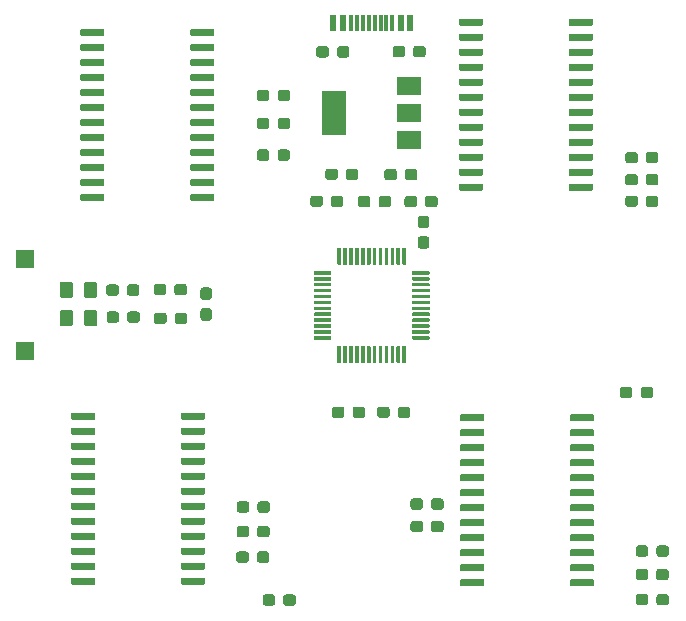
<source format=gbr>
G04 #@! TF.GenerationSoftware,KiCad,Pcbnew,5.1.5+dfsg1-2build2*
G04 #@! TF.CreationDate,2021-09-03T17:34:20+08:00*
G04 #@! TF.ProjectId,lattice_screen,6c617474-6963-4655-9f73-637265656e2e,rev?*
G04 #@! TF.SameCoordinates,Original*
G04 #@! TF.FileFunction,Paste,Top*
G04 #@! TF.FilePolarity,Positive*
%FSLAX46Y46*%
G04 Gerber Fmt 4.6, Leading zero omitted, Abs format (unit mm)*
G04 Created by KiCad (PCBNEW 5.1.5+dfsg1-2build2) date 2021-09-03 17:34:20*
%MOMM*%
%LPD*%
G04 APERTURE LIST*
%ADD10C,0.100000*%
%ADD11R,0.300000X1.450000*%
%ADD12R,0.600000X1.450000*%
%ADD13R,1.500000X1.500000*%
%ADD14R,2.000000X3.800000*%
%ADD15R,2.000000X1.500000*%
G04 APERTURE END LIST*
D10*
G36*
X161039379Y-120557144D02*
G01*
X161062434Y-120560563D01*
X161085043Y-120566227D01*
X161106987Y-120574079D01*
X161128057Y-120584044D01*
X161148048Y-120596026D01*
X161166768Y-120609910D01*
X161184038Y-120625562D01*
X161199690Y-120642832D01*
X161213574Y-120661552D01*
X161225556Y-120681543D01*
X161235521Y-120702613D01*
X161243373Y-120724557D01*
X161249037Y-120747166D01*
X161252456Y-120770221D01*
X161253600Y-120793500D01*
X161253600Y-121268500D01*
X161252456Y-121291779D01*
X161249037Y-121314834D01*
X161243373Y-121337443D01*
X161235521Y-121359387D01*
X161225556Y-121380457D01*
X161213574Y-121400448D01*
X161199690Y-121419168D01*
X161184038Y-121436438D01*
X161166768Y-121452090D01*
X161148048Y-121465974D01*
X161128057Y-121477956D01*
X161106987Y-121487921D01*
X161085043Y-121495773D01*
X161062434Y-121501437D01*
X161039379Y-121504856D01*
X161016100Y-121506000D01*
X160441100Y-121506000D01*
X160417821Y-121504856D01*
X160394766Y-121501437D01*
X160372157Y-121495773D01*
X160350213Y-121487921D01*
X160329143Y-121477956D01*
X160309152Y-121465974D01*
X160290432Y-121452090D01*
X160273162Y-121436438D01*
X160257510Y-121419168D01*
X160243626Y-121400448D01*
X160231644Y-121380457D01*
X160221679Y-121359387D01*
X160213827Y-121337443D01*
X160208163Y-121314834D01*
X160204744Y-121291779D01*
X160203600Y-121268500D01*
X160203600Y-120793500D01*
X160204744Y-120770221D01*
X160208163Y-120747166D01*
X160213827Y-120724557D01*
X160221679Y-120702613D01*
X160231644Y-120681543D01*
X160243626Y-120661552D01*
X160257510Y-120642832D01*
X160273162Y-120625562D01*
X160290432Y-120609910D01*
X160309152Y-120596026D01*
X160329143Y-120584044D01*
X160350213Y-120574079D01*
X160372157Y-120566227D01*
X160394766Y-120560563D01*
X160417821Y-120557144D01*
X160441100Y-120556000D01*
X161016100Y-120556000D01*
X161039379Y-120557144D01*
G37*
G36*
X159289379Y-120557144D02*
G01*
X159312434Y-120560563D01*
X159335043Y-120566227D01*
X159356987Y-120574079D01*
X159378057Y-120584044D01*
X159398048Y-120596026D01*
X159416768Y-120609910D01*
X159434038Y-120625562D01*
X159449690Y-120642832D01*
X159463574Y-120661552D01*
X159475556Y-120681543D01*
X159485521Y-120702613D01*
X159493373Y-120724557D01*
X159499037Y-120747166D01*
X159502456Y-120770221D01*
X159503600Y-120793500D01*
X159503600Y-121268500D01*
X159502456Y-121291779D01*
X159499037Y-121314834D01*
X159493373Y-121337443D01*
X159485521Y-121359387D01*
X159475556Y-121380457D01*
X159463574Y-121400448D01*
X159449690Y-121419168D01*
X159434038Y-121436438D01*
X159416768Y-121452090D01*
X159398048Y-121465974D01*
X159378057Y-121477956D01*
X159356987Y-121487921D01*
X159335043Y-121495773D01*
X159312434Y-121501437D01*
X159289379Y-121504856D01*
X159266100Y-121506000D01*
X158691100Y-121506000D01*
X158667821Y-121504856D01*
X158644766Y-121501437D01*
X158622157Y-121495773D01*
X158600213Y-121487921D01*
X158579143Y-121477956D01*
X158559152Y-121465974D01*
X158540432Y-121452090D01*
X158523162Y-121436438D01*
X158507510Y-121419168D01*
X158493626Y-121400448D01*
X158481644Y-121380457D01*
X158471679Y-121359387D01*
X158463827Y-121337443D01*
X158458163Y-121314834D01*
X158454744Y-121291779D01*
X158453600Y-121268500D01*
X158453600Y-120793500D01*
X158454744Y-120770221D01*
X158458163Y-120747166D01*
X158463827Y-120724557D01*
X158471679Y-120702613D01*
X158481644Y-120681543D01*
X158493626Y-120661552D01*
X158507510Y-120642832D01*
X158523162Y-120625562D01*
X158540432Y-120609910D01*
X158559152Y-120596026D01*
X158579143Y-120584044D01*
X158600213Y-120574079D01*
X158622157Y-120566227D01*
X158644766Y-120560563D01*
X158667821Y-120557144D01*
X158691100Y-120556000D01*
X159266100Y-120556000D01*
X159289379Y-120557144D01*
G37*
G36*
X161016579Y-118423544D02*
G01*
X161039634Y-118426963D01*
X161062243Y-118432627D01*
X161084187Y-118440479D01*
X161105257Y-118450444D01*
X161125248Y-118462426D01*
X161143968Y-118476310D01*
X161161238Y-118491962D01*
X161176890Y-118509232D01*
X161190774Y-118527952D01*
X161202756Y-118547943D01*
X161212721Y-118569013D01*
X161220573Y-118590957D01*
X161226237Y-118613566D01*
X161229656Y-118636621D01*
X161230800Y-118659900D01*
X161230800Y-119134900D01*
X161229656Y-119158179D01*
X161226237Y-119181234D01*
X161220573Y-119203843D01*
X161212721Y-119225787D01*
X161202756Y-119246857D01*
X161190774Y-119266848D01*
X161176890Y-119285568D01*
X161161238Y-119302838D01*
X161143968Y-119318490D01*
X161125248Y-119332374D01*
X161105257Y-119344356D01*
X161084187Y-119354321D01*
X161062243Y-119362173D01*
X161039634Y-119367837D01*
X161016579Y-119371256D01*
X160993300Y-119372400D01*
X160418300Y-119372400D01*
X160395021Y-119371256D01*
X160371966Y-119367837D01*
X160349357Y-119362173D01*
X160327413Y-119354321D01*
X160306343Y-119344356D01*
X160286352Y-119332374D01*
X160267632Y-119318490D01*
X160250362Y-119302838D01*
X160234710Y-119285568D01*
X160220826Y-119266848D01*
X160208844Y-119246857D01*
X160198879Y-119225787D01*
X160191027Y-119203843D01*
X160185363Y-119181234D01*
X160181944Y-119158179D01*
X160180800Y-119134900D01*
X160180800Y-118659900D01*
X160181944Y-118636621D01*
X160185363Y-118613566D01*
X160191027Y-118590957D01*
X160198879Y-118569013D01*
X160208844Y-118547943D01*
X160220826Y-118527952D01*
X160234710Y-118509232D01*
X160250362Y-118491962D01*
X160267632Y-118476310D01*
X160286352Y-118462426D01*
X160306343Y-118450444D01*
X160327413Y-118440479D01*
X160349357Y-118432627D01*
X160371966Y-118426963D01*
X160395021Y-118423544D01*
X160418300Y-118422400D01*
X160993300Y-118422400D01*
X161016579Y-118423544D01*
G37*
G36*
X159266579Y-118423544D02*
G01*
X159289634Y-118426963D01*
X159312243Y-118432627D01*
X159334187Y-118440479D01*
X159355257Y-118450444D01*
X159375248Y-118462426D01*
X159393968Y-118476310D01*
X159411238Y-118491962D01*
X159426890Y-118509232D01*
X159440774Y-118527952D01*
X159452756Y-118547943D01*
X159462721Y-118569013D01*
X159470573Y-118590957D01*
X159476237Y-118613566D01*
X159479656Y-118636621D01*
X159480800Y-118659900D01*
X159480800Y-119134900D01*
X159479656Y-119158179D01*
X159476237Y-119181234D01*
X159470573Y-119203843D01*
X159462721Y-119225787D01*
X159452756Y-119246857D01*
X159440774Y-119266848D01*
X159426890Y-119285568D01*
X159411238Y-119302838D01*
X159393968Y-119318490D01*
X159375248Y-119332374D01*
X159355257Y-119344356D01*
X159334187Y-119354321D01*
X159312243Y-119362173D01*
X159289634Y-119367837D01*
X159266579Y-119371256D01*
X159243300Y-119372400D01*
X158668300Y-119372400D01*
X158645021Y-119371256D01*
X158621966Y-119367837D01*
X158599357Y-119362173D01*
X158577413Y-119354321D01*
X158556343Y-119344356D01*
X158536352Y-119332374D01*
X158517632Y-119318490D01*
X158500362Y-119302838D01*
X158484710Y-119285568D01*
X158470826Y-119266848D01*
X158458844Y-119246857D01*
X158448879Y-119225787D01*
X158441027Y-119203843D01*
X158435363Y-119181234D01*
X158431944Y-119158179D01*
X158430800Y-119134900D01*
X158430800Y-118659900D01*
X158431944Y-118636621D01*
X158435363Y-118613566D01*
X158441027Y-118590957D01*
X158448879Y-118569013D01*
X158458844Y-118547943D01*
X158470826Y-118527952D01*
X158484710Y-118509232D01*
X158500362Y-118491962D01*
X158517632Y-118476310D01*
X158536352Y-118462426D01*
X158556343Y-118450444D01*
X158577413Y-118440479D01*
X158599357Y-118432627D01*
X158621966Y-118426963D01*
X158645021Y-118423544D01*
X158668300Y-118422400D01*
X159243300Y-118422400D01*
X159266579Y-118423544D01*
G37*
G36*
X158402979Y-84997144D02*
G01*
X158426034Y-85000563D01*
X158448643Y-85006227D01*
X158470587Y-85014079D01*
X158491657Y-85024044D01*
X158511648Y-85036026D01*
X158530368Y-85049910D01*
X158547638Y-85065562D01*
X158563290Y-85082832D01*
X158577174Y-85101552D01*
X158589156Y-85121543D01*
X158599121Y-85142613D01*
X158606973Y-85164557D01*
X158612637Y-85187166D01*
X158616056Y-85210221D01*
X158617200Y-85233500D01*
X158617200Y-85708500D01*
X158616056Y-85731779D01*
X158612637Y-85754834D01*
X158606973Y-85777443D01*
X158599121Y-85799387D01*
X158589156Y-85820457D01*
X158577174Y-85840448D01*
X158563290Y-85859168D01*
X158547638Y-85876438D01*
X158530368Y-85892090D01*
X158511648Y-85905974D01*
X158491657Y-85917956D01*
X158470587Y-85927921D01*
X158448643Y-85935773D01*
X158426034Y-85941437D01*
X158402979Y-85944856D01*
X158379700Y-85946000D01*
X157804700Y-85946000D01*
X157781421Y-85944856D01*
X157758366Y-85941437D01*
X157735757Y-85935773D01*
X157713813Y-85927921D01*
X157692743Y-85917956D01*
X157672752Y-85905974D01*
X157654032Y-85892090D01*
X157636762Y-85876438D01*
X157621110Y-85859168D01*
X157607226Y-85840448D01*
X157595244Y-85820457D01*
X157585279Y-85799387D01*
X157577427Y-85777443D01*
X157571763Y-85754834D01*
X157568344Y-85731779D01*
X157567200Y-85708500D01*
X157567200Y-85233500D01*
X157568344Y-85210221D01*
X157571763Y-85187166D01*
X157577427Y-85164557D01*
X157585279Y-85142613D01*
X157595244Y-85121543D01*
X157607226Y-85101552D01*
X157621110Y-85082832D01*
X157636762Y-85065562D01*
X157654032Y-85049910D01*
X157672752Y-85036026D01*
X157692743Y-85024044D01*
X157713813Y-85014079D01*
X157735757Y-85006227D01*
X157758366Y-85000563D01*
X157781421Y-84997144D01*
X157804700Y-84996000D01*
X158379700Y-84996000D01*
X158402979Y-84997144D01*
G37*
G36*
X160152979Y-84997144D02*
G01*
X160176034Y-85000563D01*
X160198643Y-85006227D01*
X160220587Y-85014079D01*
X160241657Y-85024044D01*
X160261648Y-85036026D01*
X160280368Y-85049910D01*
X160297638Y-85065562D01*
X160313290Y-85082832D01*
X160327174Y-85101552D01*
X160339156Y-85121543D01*
X160349121Y-85142613D01*
X160356973Y-85164557D01*
X160362637Y-85187166D01*
X160366056Y-85210221D01*
X160367200Y-85233500D01*
X160367200Y-85708500D01*
X160366056Y-85731779D01*
X160362637Y-85754834D01*
X160356973Y-85777443D01*
X160349121Y-85799387D01*
X160339156Y-85820457D01*
X160327174Y-85840448D01*
X160313290Y-85859168D01*
X160297638Y-85876438D01*
X160280368Y-85892090D01*
X160261648Y-85905974D01*
X160241657Y-85917956D01*
X160220587Y-85927921D01*
X160198643Y-85935773D01*
X160176034Y-85941437D01*
X160152979Y-85944856D01*
X160129700Y-85946000D01*
X159554700Y-85946000D01*
X159531421Y-85944856D01*
X159508366Y-85941437D01*
X159485757Y-85935773D01*
X159463813Y-85927921D01*
X159442743Y-85917956D01*
X159422752Y-85905974D01*
X159404032Y-85892090D01*
X159386762Y-85876438D01*
X159371110Y-85859168D01*
X159357226Y-85840448D01*
X159345244Y-85820457D01*
X159335279Y-85799387D01*
X159327427Y-85777443D01*
X159321763Y-85754834D01*
X159318344Y-85731779D01*
X159317200Y-85708500D01*
X159317200Y-85233500D01*
X159318344Y-85210221D01*
X159321763Y-85187166D01*
X159327427Y-85164557D01*
X159335279Y-85142613D01*
X159345244Y-85121543D01*
X159357226Y-85101552D01*
X159371110Y-85082832D01*
X159386762Y-85065562D01*
X159404032Y-85049910D01*
X159422752Y-85036026D01*
X159442743Y-85024044D01*
X159463813Y-85014079D01*
X159485757Y-85006227D01*
X159508366Y-85000563D01*
X159531421Y-84997144D01*
X159554700Y-84996000D01*
X160129700Y-84996000D01*
X160152979Y-84997144D01*
G37*
G36*
X160152979Y-86825944D02*
G01*
X160176034Y-86829363D01*
X160198643Y-86835027D01*
X160220587Y-86842879D01*
X160241657Y-86852844D01*
X160261648Y-86864826D01*
X160280368Y-86878710D01*
X160297638Y-86894362D01*
X160313290Y-86911632D01*
X160327174Y-86930352D01*
X160339156Y-86950343D01*
X160349121Y-86971413D01*
X160356973Y-86993357D01*
X160362637Y-87015966D01*
X160366056Y-87039021D01*
X160367200Y-87062300D01*
X160367200Y-87537300D01*
X160366056Y-87560579D01*
X160362637Y-87583634D01*
X160356973Y-87606243D01*
X160349121Y-87628187D01*
X160339156Y-87649257D01*
X160327174Y-87669248D01*
X160313290Y-87687968D01*
X160297638Y-87705238D01*
X160280368Y-87720890D01*
X160261648Y-87734774D01*
X160241657Y-87746756D01*
X160220587Y-87756721D01*
X160198643Y-87764573D01*
X160176034Y-87770237D01*
X160152979Y-87773656D01*
X160129700Y-87774800D01*
X159554700Y-87774800D01*
X159531421Y-87773656D01*
X159508366Y-87770237D01*
X159485757Y-87764573D01*
X159463813Y-87756721D01*
X159442743Y-87746756D01*
X159422752Y-87734774D01*
X159404032Y-87720890D01*
X159386762Y-87705238D01*
X159371110Y-87687968D01*
X159357226Y-87669248D01*
X159345244Y-87649257D01*
X159335279Y-87628187D01*
X159327427Y-87606243D01*
X159321763Y-87583634D01*
X159318344Y-87560579D01*
X159317200Y-87537300D01*
X159317200Y-87062300D01*
X159318344Y-87039021D01*
X159321763Y-87015966D01*
X159327427Y-86993357D01*
X159335279Y-86971413D01*
X159345244Y-86950343D01*
X159357226Y-86930352D01*
X159371110Y-86911632D01*
X159386762Y-86894362D01*
X159404032Y-86878710D01*
X159422752Y-86864826D01*
X159442743Y-86852844D01*
X159463813Y-86842879D01*
X159485757Y-86835027D01*
X159508366Y-86829363D01*
X159531421Y-86825944D01*
X159554700Y-86824800D01*
X160129700Y-86824800D01*
X160152979Y-86825944D01*
G37*
G36*
X158402979Y-86825944D02*
G01*
X158426034Y-86829363D01*
X158448643Y-86835027D01*
X158470587Y-86842879D01*
X158491657Y-86852844D01*
X158511648Y-86864826D01*
X158530368Y-86878710D01*
X158547638Y-86894362D01*
X158563290Y-86911632D01*
X158577174Y-86930352D01*
X158589156Y-86950343D01*
X158599121Y-86971413D01*
X158606973Y-86993357D01*
X158612637Y-87015966D01*
X158616056Y-87039021D01*
X158617200Y-87062300D01*
X158617200Y-87537300D01*
X158616056Y-87560579D01*
X158612637Y-87583634D01*
X158606973Y-87606243D01*
X158599121Y-87628187D01*
X158589156Y-87649257D01*
X158577174Y-87669248D01*
X158563290Y-87687968D01*
X158547638Y-87705238D01*
X158530368Y-87720890D01*
X158511648Y-87734774D01*
X158491657Y-87746756D01*
X158470587Y-87756721D01*
X158448643Y-87764573D01*
X158426034Y-87770237D01*
X158402979Y-87773656D01*
X158379700Y-87774800D01*
X157804700Y-87774800D01*
X157781421Y-87773656D01*
X157758366Y-87770237D01*
X157735757Y-87764573D01*
X157713813Y-87756721D01*
X157692743Y-87746756D01*
X157672752Y-87734774D01*
X157654032Y-87720890D01*
X157636762Y-87705238D01*
X157621110Y-87687968D01*
X157607226Y-87669248D01*
X157595244Y-87649257D01*
X157585279Y-87628187D01*
X157577427Y-87606243D01*
X157571763Y-87583634D01*
X157568344Y-87560579D01*
X157567200Y-87537300D01*
X157567200Y-87062300D01*
X157568344Y-87039021D01*
X157571763Y-87015966D01*
X157577427Y-86993357D01*
X157585279Y-86971413D01*
X157595244Y-86950343D01*
X157607226Y-86930352D01*
X157621110Y-86911632D01*
X157636762Y-86894362D01*
X157654032Y-86878710D01*
X157672752Y-86864826D01*
X157692743Y-86852844D01*
X157713813Y-86842879D01*
X157735757Y-86835027D01*
X157758366Y-86829363D01*
X157781421Y-86825944D01*
X157804700Y-86824800D01*
X158379700Y-86824800D01*
X158402979Y-86825944D01*
G37*
G36*
X125459179Y-116950344D02*
G01*
X125482234Y-116953763D01*
X125504843Y-116959427D01*
X125526787Y-116967279D01*
X125547857Y-116977244D01*
X125567848Y-116989226D01*
X125586568Y-117003110D01*
X125603838Y-117018762D01*
X125619490Y-117036032D01*
X125633374Y-117054752D01*
X125645356Y-117074743D01*
X125655321Y-117095813D01*
X125663173Y-117117757D01*
X125668837Y-117140366D01*
X125672256Y-117163421D01*
X125673400Y-117186700D01*
X125673400Y-117661700D01*
X125672256Y-117684979D01*
X125668837Y-117708034D01*
X125663173Y-117730643D01*
X125655321Y-117752587D01*
X125645356Y-117773657D01*
X125633374Y-117793648D01*
X125619490Y-117812368D01*
X125603838Y-117829638D01*
X125586568Y-117845290D01*
X125567848Y-117859174D01*
X125547857Y-117871156D01*
X125526787Y-117881121D01*
X125504843Y-117888973D01*
X125482234Y-117894637D01*
X125459179Y-117898056D01*
X125435900Y-117899200D01*
X124860900Y-117899200D01*
X124837621Y-117898056D01*
X124814566Y-117894637D01*
X124791957Y-117888973D01*
X124770013Y-117881121D01*
X124748943Y-117871156D01*
X124728952Y-117859174D01*
X124710232Y-117845290D01*
X124692962Y-117829638D01*
X124677310Y-117812368D01*
X124663426Y-117793648D01*
X124651444Y-117773657D01*
X124641479Y-117752587D01*
X124633627Y-117730643D01*
X124627963Y-117708034D01*
X124624544Y-117684979D01*
X124623400Y-117661700D01*
X124623400Y-117186700D01*
X124624544Y-117163421D01*
X124627963Y-117140366D01*
X124633627Y-117117757D01*
X124641479Y-117095813D01*
X124651444Y-117074743D01*
X124663426Y-117054752D01*
X124677310Y-117036032D01*
X124692962Y-117018762D01*
X124710232Y-117003110D01*
X124728952Y-116989226D01*
X124748943Y-116977244D01*
X124770013Y-116967279D01*
X124791957Y-116959427D01*
X124814566Y-116953763D01*
X124837621Y-116950344D01*
X124860900Y-116949200D01*
X125435900Y-116949200D01*
X125459179Y-116950344D01*
G37*
G36*
X127209179Y-116950344D02*
G01*
X127232234Y-116953763D01*
X127254843Y-116959427D01*
X127276787Y-116967279D01*
X127297857Y-116977244D01*
X127317848Y-116989226D01*
X127336568Y-117003110D01*
X127353838Y-117018762D01*
X127369490Y-117036032D01*
X127383374Y-117054752D01*
X127395356Y-117074743D01*
X127405321Y-117095813D01*
X127413173Y-117117757D01*
X127418837Y-117140366D01*
X127422256Y-117163421D01*
X127423400Y-117186700D01*
X127423400Y-117661700D01*
X127422256Y-117684979D01*
X127418837Y-117708034D01*
X127413173Y-117730643D01*
X127405321Y-117752587D01*
X127395356Y-117773657D01*
X127383374Y-117793648D01*
X127369490Y-117812368D01*
X127353838Y-117829638D01*
X127336568Y-117845290D01*
X127317848Y-117859174D01*
X127297857Y-117871156D01*
X127276787Y-117881121D01*
X127254843Y-117888973D01*
X127232234Y-117894637D01*
X127209179Y-117898056D01*
X127185900Y-117899200D01*
X126610900Y-117899200D01*
X126587621Y-117898056D01*
X126564566Y-117894637D01*
X126541957Y-117888973D01*
X126520013Y-117881121D01*
X126498943Y-117871156D01*
X126478952Y-117859174D01*
X126460232Y-117845290D01*
X126442962Y-117829638D01*
X126427310Y-117812368D01*
X126413426Y-117793648D01*
X126401444Y-117773657D01*
X126391479Y-117752587D01*
X126383627Y-117730643D01*
X126377963Y-117708034D01*
X126374544Y-117684979D01*
X126373400Y-117661700D01*
X126373400Y-117186700D01*
X126374544Y-117163421D01*
X126377963Y-117140366D01*
X126383627Y-117117757D01*
X126391479Y-117095813D01*
X126401444Y-117074743D01*
X126413426Y-117054752D01*
X126427310Y-117036032D01*
X126442962Y-117018762D01*
X126460232Y-117003110D01*
X126478952Y-116989226D01*
X126498943Y-116977244D01*
X126520013Y-116967279D01*
X126541957Y-116959427D01*
X126564566Y-116953763D01*
X126587621Y-116950344D01*
X126610900Y-116949200D01*
X127185900Y-116949200D01*
X127209179Y-116950344D01*
G37*
G36*
X127234579Y-114791344D02*
G01*
X127257634Y-114794763D01*
X127280243Y-114800427D01*
X127302187Y-114808279D01*
X127323257Y-114818244D01*
X127343248Y-114830226D01*
X127361968Y-114844110D01*
X127379238Y-114859762D01*
X127394890Y-114877032D01*
X127408774Y-114895752D01*
X127420756Y-114915743D01*
X127430721Y-114936813D01*
X127438573Y-114958757D01*
X127444237Y-114981366D01*
X127447656Y-115004421D01*
X127448800Y-115027700D01*
X127448800Y-115502700D01*
X127447656Y-115525979D01*
X127444237Y-115549034D01*
X127438573Y-115571643D01*
X127430721Y-115593587D01*
X127420756Y-115614657D01*
X127408774Y-115634648D01*
X127394890Y-115653368D01*
X127379238Y-115670638D01*
X127361968Y-115686290D01*
X127343248Y-115700174D01*
X127323257Y-115712156D01*
X127302187Y-115722121D01*
X127280243Y-115729973D01*
X127257634Y-115735637D01*
X127234579Y-115739056D01*
X127211300Y-115740200D01*
X126636300Y-115740200D01*
X126613021Y-115739056D01*
X126589966Y-115735637D01*
X126567357Y-115729973D01*
X126545413Y-115722121D01*
X126524343Y-115712156D01*
X126504352Y-115700174D01*
X126485632Y-115686290D01*
X126468362Y-115670638D01*
X126452710Y-115653368D01*
X126438826Y-115634648D01*
X126426844Y-115614657D01*
X126416879Y-115593587D01*
X126409027Y-115571643D01*
X126403363Y-115549034D01*
X126399944Y-115525979D01*
X126398800Y-115502700D01*
X126398800Y-115027700D01*
X126399944Y-115004421D01*
X126403363Y-114981366D01*
X126409027Y-114958757D01*
X126416879Y-114936813D01*
X126426844Y-114915743D01*
X126438826Y-114895752D01*
X126452710Y-114877032D01*
X126468362Y-114859762D01*
X126485632Y-114844110D01*
X126504352Y-114830226D01*
X126524343Y-114818244D01*
X126545413Y-114808279D01*
X126567357Y-114800427D01*
X126589966Y-114794763D01*
X126613021Y-114791344D01*
X126636300Y-114790200D01*
X127211300Y-114790200D01*
X127234579Y-114791344D01*
G37*
G36*
X125484579Y-114791344D02*
G01*
X125507634Y-114794763D01*
X125530243Y-114800427D01*
X125552187Y-114808279D01*
X125573257Y-114818244D01*
X125593248Y-114830226D01*
X125611968Y-114844110D01*
X125629238Y-114859762D01*
X125644890Y-114877032D01*
X125658774Y-114895752D01*
X125670756Y-114915743D01*
X125680721Y-114936813D01*
X125688573Y-114958757D01*
X125694237Y-114981366D01*
X125697656Y-115004421D01*
X125698800Y-115027700D01*
X125698800Y-115502700D01*
X125697656Y-115525979D01*
X125694237Y-115549034D01*
X125688573Y-115571643D01*
X125680721Y-115593587D01*
X125670756Y-115614657D01*
X125658774Y-115634648D01*
X125644890Y-115653368D01*
X125629238Y-115670638D01*
X125611968Y-115686290D01*
X125593248Y-115700174D01*
X125573257Y-115712156D01*
X125552187Y-115722121D01*
X125530243Y-115729973D01*
X125507634Y-115735637D01*
X125484579Y-115739056D01*
X125461300Y-115740200D01*
X124886300Y-115740200D01*
X124863021Y-115739056D01*
X124839966Y-115735637D01*
X124817357Y-115729973D01*
X124795413Y-115722121D01*
X124774343Y-115712156D01*
X124754352Y-115700174D01*
X124735632Y-115686290D01*
X124718362Y-115670638D01*
X124702710Y-115653368D01*
X124688826Y-115634648D01*
X124676844Y-115614657D01*
X124666879Y-115593587D01*
X124659027Y-115571643D01*
X124653363Y-115549034D01*
X124649944Y-115525979D01*
X124648800Y-115502700D01*
X124648800Y-115027700D01*
X124649944Y-115004421D01*
X124653363Y-114981366D01*
X124659027Y-114958757D01*
X124666879Y-114936813D01*
X124676844Y-114915743D01*
X124688826Y-114895752D01*
X124702710Y-114877032D01*
X124718362Y-114859762D01*
X124735632Y-114844110D01*
X124754352Y-114830226D01*
X124774343Y-114818244D01*
X124795413Y-114808279D01*
X124817357Y-114800427D01*
X124839966Y-114794763D01*
X124863021Y-114791344D01*
X124886300Y-114790200D01*
X125461300Y-114790200D01*
X125484579Y-114791344D01*
G37*
G36*
X128959179Y-82914344D02*
G01*
X128982234Y-82917763D01*
X129004843Y-82923427D01*
X129026787Y-82931279D01*
X129047857Y-82941244D01*
X129067848Y-82953226D01*
X129086568Y-82967110D01*
X129103838Y-82982762D01*
X129119490Y-83000032D01*
X129133374Y-83018752D01*
X129145356Y-83038743D01*
X129155321Y-83059813D01*
X129163173Y-83081757D01*
X129168837Y-83104366D01*
X129172256Y-83127421D01*
X129173400Y-83150700D01*
X129173400Y-83625700D01*
X129172256Y-83648979D01*
X129168837Y-83672034D01*
X129163173Y-83694643D01*
X129155321Y-83716587D01*
X129145356Y-83737657D01*
X129133374Y-83757648D01*
X129119490Y-83776368D01*
X129103838Y-83793638D01*
X129086568Y-83809290D01*
X129067848Y-83823174D01*
X129047857Y-83835156D01*
X129026787Y-83845121D01*
X129004843Y-83852973D01*
X128982234Y-83858637D01*
X128959179Y-83862056D01*
X128935900Y-83863200D01*
X128360900Y-83863200D01*
X128337621Y-83862056D01*
X128314566Y-83858637D01*
X128291957Y-83852973D01*
X128270013Y-83845121D01*
X128248943Y-83835156D01*
X128228952Y-83823174D01*
X128210232Y-83809290D01*
X128192962Y-83793638D01*
X128177310Y-83776368D01*
X128163426Y-83757648D01*
X128151444Y-83737657D01*
X128141479Y-83716587D01*
X128133627Y-83694643D01*
X128127963Y-83672034D01*
X128124544Y-83648979D01*
X128123400Y-83625700D01*
X128123400Y-83150700D01*
X128124544Y-83127421D01*
X128127963Y-83104366D01*
X128133627Y-83081757D01*
X128141479Y-83059813D01*
X128151444Y-83038743D01*
X128163426Y-83018752D01*
X128177310Y-83000032D01*
X128192962Y-82982762D01*
X128210232Y-82967110D01*
X128228952Y-82953226D01*
X128248943Y-82941244D01*
X128270013Y-82931279D01*
X128291957Y-82923427D01*
X128314566Y-82917763D01*
X128337621Y-82914344D01*
X128360900Y-82913200D01*
X128935900Y-82913200D01*
X128959179Y-82914344D01*
G37*
G36*
X127209179Y-82914344D02*
G01*
X127232234Y-82917763D01*
X127254843Y-82923427D01*
X127276787Y-82931279D01*
X127297857Y-82941244D01*
X127317848Y-82953226D01*
X127336568Y-82967110D01*
X127353838Y-82982762D01*
X127369490Y-83000032D01*
X127383374Y-83018752D01*
X127395356Y-83038743D01*
X127405321Y-83059813D01*
X127413173Y-83081757D01*
X127418837Y-83104366D01*
X127422256Y-83127421D01*
X127423400Y-83150700D01*
X127423400Y-83625700D01*
X127422256Y-83648979D01*
X127418837Y-83672034D01*
X127413173Y-83694643D01*
X127405321Y-83716587D01*
X127395356Y-83737657D01*
X127383374Y-83757648D01*
X127369490Y-83776368D01*
X127353838Y-83793638D01*
X127336568Y-83809290D01*
X127317848Y-83823174D01*
X127297857Y-83835156D01*
X127276787Y-83845121D01*
X127254843Y-83852973D01*
X127232234Y-83858637D01*
X127209179Y-83862056D01*
X127185900Y-83863200D01*
X126610900Y-83863200D01*
X126587621Y-83862056D01*
X126564566Y-83858637D01*
X126541957Y-83852973D01*
X126520013Y-83845121D01*
X126498943Y-83835156D01*
X126478952Y-83823174D01*
X126460232Y-83809290D01*
X126442962Y-83793638D01*
X126427310Y-83776368D01*
X126413426Y-83757648D01*
X126401444Y-83737657D01*
X126391479Y-83716587D01*
X126383627Y-83694643D01*
X126377963Y-83672034D01*
X126374544Y-83648979D01*
X126373400Y-83625700D01*
X126373400Y-83150700D01*
X126374544Y-83127421D01*
X126377963Y-83104366D01*
X126383627Y-83081757D01*
X126391479Y-83059813D01*
X126401444Y-83038743D01*
X126413426Y-83018752D01*
X126427310Y-83000032D01*
X126442962Y-82982762D01*
X126460232Y-82967110D01*
X126478952Y-82953226D01*
X126498943Y-82941244D01*
X126520013Y-82931279D01*
X126541957Y-82923427D01*
X126564566Y-82917763D01*
X126587621Y-82914344D01*
X126610900Y-82913200D01*
X127185900Y-82913200D01*
X127209179Y-82914344D01*
G37*
G36*
X127209179Y-80221944D02*
G01*
X127232234Y-80225363D01*
X127254843Y-80231027D01*
X127276787Y-80238879D01*
X127297857Y-80248844D01*
X127317848Y-80260826D01*
X127336568Y-80274710D01*
X127353838Y-80290362D01*
X127369490Y-80307632D01*
X127383374Y-80326352D01*
X127395356Y-80346343D01*
X127405321Y-80367413D01*
X127413173Y-80389357D01*
X127418837Y-80411966D01*
X127422256Y-80435021D01*
X127423400Y-80458300D01*
X127423400Y-80933300D01*
X127422256Y-80956579D01*
X127418837Y-80979634D01*
X127413173Y-81002243D01*
X127405321Y-81024187D01*
X127395356Y-81045257D01*
X127383374Y-81065248D01*
X127369490Y-81083968D01*
X127353838Y-81101238D01*
X127336568Y-81116890D01*
X127317848Y-81130774D01*
X127297857Y-81142756D01*
X127276787Y-81152721D01*
X127254843Y-81160573D01*
X127232234Y-81166237D01*
X127209179Y-81169656D01*
X127185900Y-81170800D01*
X126610900Y-81170800D01*
X126587621Y-81169656D01*
X126564566Y-81166237D01*
X126541957Y-81160573D01*
X126520013Y-81152721D01*
X126498943Y-81142756D01*
X126478952Y-81130774D01*
X126460232Y-81116890D01*
X126442962Y-81101238D01*
X126427310Y-81083968D01*
X126413426Y-81065248D01*
X126401444Y-81045257D01*
X126391479Y-81024187D01*
X126383627Y-81002243D01*
X126377963Y-80979634D01*
X126374544Y-80956579D01*
X126373400Y-80933300D01*
X126373400Y-80458300D01*
X126374544Y-80435021D01*
X126377963Y-80411966D01*
X126383627Y-80389357D01*
X126391479Y-80367413D01*
X126401444Y-80346343D01*
X126413426Y-80326352D01*
X126427310Y-80307632D01*
X126442962Y-80290362D01*
X126460232Y-80274710D01*
X126478952Y-80260826D01*
X126498943Y-80248844D01*
X126520013Y-80238879D01*
X126541957Y-80231027D01*
X126564566Y-80225363D01*
X126587621Y-80221944D01*
X126610900Y-80220800D01*
X127185900Y-80220800D01*
X127209179Y-80221944D01*
G37*
G36*
X128959179Y-80221944D02*
G01*
X128982234Y-80225363D01*
X129004843Y-80231027D01*
X129026787Y-80238879D01*
X129047857Y-80248844D01*
X129067848Y-80260826D01*
X129086568Y-80274710D01*
X129103838Y-80290362D01*
X129119490Y-80307632D01*
X129133374Y-80326352D01*
X129145356Y-80346343D01*
X129155321Y-80367413D01*
X129163173Y-80389357D01*
X129168837Y-80411966D01*
X129172256Y-80435021D01*
X129173400Y-80458300D01*
X129173400Y-80933300D01*
X129172256Y-80956579D01*
X129168837Y-80979634D01*
X129163173Y-81002243D01*
X129155321Y-81024187D01*
X129145356Y-81045257D01*
X129133374Y-81065248D01*
X129119490Y-81083968D01*
X129103838Y-81101238D01*
X129086568Y-81116890D01*
X129067848Y-81130774D01*
X129047857Y-81142756D01*
X129026787Y-81152721D01*
X129004843Y-81160573D01*
X128982234Y-81166237D01*
X128959179Y-81169656D01*
X128935900Y-81170800D01*
X128360900Y-81170800D01*
X128337621Y-81169656D01*
X128314566Y-81166237D01*
X128291957Y-81160573D01*
X128270013Y-81152721D01*
X128248943Y-81142756D01*
X128228952Y-81130774D01*
X128210232Y-81116890D01*
X128192962Y-81101238D01*
X128177310Y-81083968D01*
X128163426Y-81065248D01*
X128151444Y-81045257D01*
X128141479Y-81024187D01*
X128133627Y-81002243D01*
X128127963Y-80979634D01*
X128124544Y-80956579D01*
X128123400Y-80933300D01*
X128123400Y-80458300D01*
X128124544Y-80435021D01*
X128127963Y-80411966D01*
X128133627Y-80389357D01*
X128141479Y-80367413D01*
X128151444Y-80346343D01*
X128163426Y-80326352D01*
X128177310Y-80307632D01*
X128192962Y-80290362D01*
X128210232Y-80274710D01*
X128228952Y-80260826D01*
X128248943Y-80248844D01*
X128270013Y-80238879D01*
X128291957Y-80231027D01*
X128314566Y-80225363D01*
X128337621Y-80221944D01*
X128360900Y-80220800D01*
X128935900Y-80220800D01*
X128959179Y-80221944D01*
G37*
G36*
X118474179Y-94293544D02*
G01*
X118497234Y-94296963D01*
X118519843Y-94302627D01*
X118541787Y-94310479D01*
X118562857Y-94320444D01*
X118582848Y-94332426D01*
X118601568Y-94346310D01*
X118618838Y-94361962D01*
X118634490Y-94379232D01*
X118648374Y-94397952D01*
X118660356Y-94417943D01*
X118670321Y-94439013D01*
X118678173Y-94460957D01*
X118683837Y-94483566D01*
X118687256Y-94506621D01*
X118688400Y-94529900D01*
X118688400Y-95004900D01*
X118687256Y-95028179D01*
X118683837Y-95051234D01*
X118678173Y-95073843D01*
X118670321Y-95095787D01*
X118660356Y-95116857D01*
X118648374Y-95136848D01*
X118634490Y-95155568D01*
X118618838Y-95172838D01*
X118601568Y-95188490D01*
X118582848Y-95202374D01*
X118562857Y-95214356D01*
X118541787Y-95224321D01*
X118519843Y-95232173D01*
X118497234Y-95237837D01*
X118474179Y-95241256D01*
X118450900Y-95242400D01*
X117875900Y-95242400D01*
X117852621Y-95241256D01*
X117829566Y-95237837D01*
X117806957Y-95232173D01*
X117785013Y-95224321D01*
X117763943Y-95214356D01*
X117743952Y-95202374D01*
X117725232Y-95188490D01*
X117707962Y-95172838D01*
X117692310Y-95155568D01*
X117678426Y-95136848D01*
X117666444Y-95116857D01*
X117656479Y-95095787D01*
X117648627Y-95073843D01*
X117642963Y-95051234D01*
X117639544Y-95028179D01*
X117638400Y-95004900D01*
X117638400Y-94529900D01*
X117639544Y-94506621D01*
X117642963Y-94483566D01*
X117648627Y-94460957D01*
X117656479Y-94439013D01*
X117666444Y-94417943D01*
X117678426Y-94397952D01*
X117692310Y-94379232D01*
X117707962Y-94361962D01*
X117725232Y-94346310D01*
X117743952Y-94332426D01*
X117763943Y-94320444D01*
X117785013Y-94310479D01*
X117806957Y-94302627D01*
X117829566Y-94296963D01*
X117852621Y-94293544D01*
X117875900Y-94292400D01*
X118450900Y-94292400D01*
X118474179Y-94293544D01*
G37*
G36*
X120224179Y-94293544D02*
G01*
X120247234Y-94296963D01*
X120269843Y-94302627D01*
X120291787Y-94310479D01*
X120312857Y-94320444D01*
X120332848Y-94332426D01*
X120351568Y-94346310D01*
X120368838Y-94361962D01*
X120384490Y-94379232D01*
X120398374Y-94397952D01*
X120410356Y-94417943D01*
X120420321Y-94439013D01*
X120428173Y-94460957D01*
X120433837Y-94483566D01*
X120437256Y-94506621D01*
X120438400Y-94529900D01*
X120438400Y-95004900D01*
X120437256Y-95028179D01*
X120433837Y-95051234D01*
X120428173Y-95073843D01*
X120420321Y-95095787D01*
X120410356Y-95116857D01*
X120398374Y-95136848D01*
X120384490Y-95155568D01*
X120368838Y-95172838D01*
X120351568Y-95188490D01*
X120332848Y-95202374D01*
X120312857Y-95214356D01*
X120291787Y-95224321D01*
X120269843Y-95232173D01*
X120247234Y-95237837D01*
X120224179Y-95241256D01*
X120200900Y-95242400D01*
X119625900Y-95242400D01*
X119602621Y-95241256D01*
X119579566Y-95237837D01*
X119556957Y-95232173D01*
X119535013Y-95224321D01*
X119513943Y-95214356D01*
X119493952Y-95202374D01*
X119475232Y-95188490D01*
X119457962Y-95172838D01*
X119442310Y-95155568D01*
X119428426Y-95136848D01*
X119416444Y-95116857D01*
X119406479Y-95095787D01*
X119398627Y-95073843D01*
X119392963Y-95051234D01*
X119389544Y-95028179D01*
X119388400Y-95004900D01*
X119388400Y-94529900D01*
X119389544Y-94506621D01*
X119392963Y-94483566D01*
X119398627Y-94460957D01*
X119406479Y-94439013D01*
X119416444Y-94417943D01*
X119428426Y-94397952D01*
X119442310Y-94379232D01*
X119457962Y-94361962D01*
X119475232Y-94346310D01*
X119493952Y-94332426D01*
X119513943Y-94320444D01*
X119535013Y-94310479D01*
X119556957Y-94302627D01*
X119579566Y-94296963D01*
X119602621Y-94293544D01*
X119625900Y-94292400D01*
X120200900Y-94292400D01*
X120224179Y-94293544D01*
G37*
G36*
X140442579Y-74151344D02*
G01*
X140465634Y-74154763D01*
X140488243Y-74160427D01*
X140510187Y-74168279D01*
X140531257Y-74178244D01*
X140551248Y-74190226D01*
X140569968Y-74204110D01*
X140587238Y-74219762D01*
X140602890Y-74237032D01*
X140616774Y-74255752D01*
X140628756Y-74275743D01*
X140638721Y-74296813D01*
X140646573Y-74318757D01*
X140652237Y-74341366D01*
X140655656Y-74364421D01*
X140656800Y-74387700D01*
X140656800Y-74862700D01*
X140655656Y-74885979D01*
X140652237Y-74909034D01*
X140646573Y-74931643D01*
X140638721Y-74953587D01*
X140628756Y-74974657D01*
X140616774Y-74994648D01*
X140602890Y-75013368D01*
X140587238Y-75030638D01*
X140569968Y-75046290D01*
X140551248Y-75060174D01*
X140531257Y-75072156D01*
X140510187Y-75082121D01*
X140488243Y-75089973D01*
X140465634Y-75095637D01*
X140442579Y-75099056D01*
X140419300Y-75100200D01*
X139844300Y-75100200D01*
X139821021Y-75099056D01*
X139797966Y-75095637D01*
X139775357Y-75089973D01*
X139753413Y-75082121D01*
X139732343Y-75072156D01*
X139712352Y-75060174D01*
X139693632Y-75046290D01*
X139676362Y-75030638D01*
X139660710Y-75013368D01*
X139646826Y-74994648D01*
X139634844Y-74974657D01*
X139624879Y-74953587D01*
X139617027Y-74931643D01*
X139611363Y-74909034D01*
X139607944Y-74885979D01*
X139606800Y-74862700D01*
X139606800Y-74387700D01*
X139607944Y-74364421D01*
X139611363Y-74341366D01*
X139617027Y-74318757D01*
X139624879Y-74296813D01*
X139634844Y-74275743D01*
X139646826Y-74255752D01*
X139660710Y-74237032D01*
X139676362Y-74219762D01*
X139693632Y-74204110D01*
X139712352Y-74190226D01*
X139732343Y-74178244D01*
X139753413Y-74168279D01*
X139775357Y-74160427D01*
X139797966Y-74154763D01*
X139821021Y-74151344D01*
X139844300Y-74150200D01*
X140419300Y-74150200D01*
X140442579Y-74151344D01*
G37*
G36*
X138692579Y-74151344D02*
G01*
X138715634Y-74154763D01*
X138738243Y-74160427D01*
X138760187Y-74168279D01*
X138781257Y-74178244D01*
X138801248Y-74190226D01*
X138819968Y-74204110D01*
X138837238Y-74219762D01*
X138852890Y-74237032D01*
X138866774Y-74255752D01*
X138878756Y-74275743D01*
X138888721Y-74296813D01*
X138896573Y-74318757D01*
X138902237Y-74341366D01*
X138905656Y-74364421D01*
X138906800Y-74387700D01*
X138906800Y-74862700D01*
X138905656Y-74885979D01*
X138902237Y-74909034D01*
X138896573Y-74931643D01*
X138888721Y-74953587D01*
X138878756Y-74974657D01*
X138866774Y-74994648D01*
X138852890Y-75013368D01*
X138837238Y-75030638D01*
X138819968Y-75046290D01*
X138801248Y-75060174D01*
X138781257Y-75072156D01*
X138760187Y-75082121D01*
X138738243Y-75089973D01*
X138715634Y-75095637D01*
X138692579Y-75099056D01*
X138669300Y-75100200D01*
X138094300Y-75100200D01*
X138071021Y-75099056D01*
X138047966Y-75095637D01*
X138025357Y-75089973D01*
X138003413Y-75082121D01*
X137982343Y-75072156D01*
X137962352Y-75060174D01*
X137943632Y-75046290D01*
X137926362Y-75030638D01*
X137910710Y-75013368D01*
X137896826Y-74994648D01*
X137884844Y-74974657D01*
X137874879Y-74953587D01*
X137867027Y-74931643D01*
X137861363Y-74909034D01*
X137857944Y-74885979D01*
X137856800Y-74862700D01*
X137856800Y-74387700D01*
X137857944Y-74364421D01*
X137861363Y-74341366D01*
X137867027Y-74318757D01*
X137874879Y-74296813D01*
X137884844Y-74275743D01*
X137896826Y-74255752D01*
X137910710Y-74237032D01*
X137926362Y-74219762D01*
X137943632Y-74204110D01*
X137962352Y-74190226D01*
X137982343Y-74178244D01*
X138003413Y-74168279D01*
X138025357Y-74160427D01*
X138047966Y-74154763D01*
X138071021Y-74151344D01*
X138094300Y-74150200D01*
X138669300Y-74150200D01*
X138692579Y-74151344D01*
G37*
G36*
X133988379Y-74176744D02*
G01*
X134011434Y-74180163D01*
X134034043Y-74185827D01*
X134055987Y-74193679D01*
X134077057Y-74203644D01*
X134097048Y-74215626D01*
X134115768Y-74229510D01*
X134133038Y-74245162D01*
X134148690Y-74262432D01*
X134162574Y-74281152D01*
X134174556Y-74301143D01*
X134184521Y-74322213D01*
X134192373Y-74344157D01*
X134198037Y-74366766D01*
X134201456Y-74389821D01*
X134202600Y-74413100D01*
X134202600Y-74888100D01*
X134201456Y-74911379D01*
X134198037Y-74934434D01*
X134192373Y-74957043D01*
X134184521Y-74978987D01*
X134174556Y-75000057D01*
X134162574Y-75020048D01*
X134148690Y-75038768D01*
X134133038Y-75056038D01*
X134115768Y-75071690D01*
X134097048Y-75085574D01*
X134077057Y-75097556D01*
X134055987Y-75107521D01*
X134034043Y-75115373D01*
X134011434Y-75121037D01*
X133988379Y-75124456D01*
X133965100Y-75125600D01*
X133390100Y-75125600D01*
X133366821Y-75124456D01*
X133343766Y-75121037D01*
X133321157Y-75115373D01*
X133299213Y-75107521D01*
X133278143Y-75097556D01*
X133258152Y-75085574D01*
X133239432Y-75071690D01*
X133222162Y-75056038D01*
X133206510Y-75038768D01*
X133192626Y-75020048D01*
X133180644Y-75000057D01*
X133170679Y-74978987D01*
X133162827Y-74957043D01*
X133157163Y-74934434D01*
X133153744Y-74911379D01*
X133152600Y-74888100D01*
X133152600Y-74413100D01*
X133153744Y-74389821D01*
X133157163Y-74366766D01*
X133162827Y-74344157D01*
X133170679Y-74322213D01*
X133180644Y-74301143D01*
X133192626Y-74281152D01*
X133206510Y-74262432D01*
X133222162Y-74245162D01*
X133239432Y-74229510D01*
X133258152Y-74215626D01*
X133278143Y-74203644D01*
X133299213Y-74193679D01*
X133321157Y-74185827D01*
X133343766Y-74180163D01*
X133366821Y-74176744D01*
X133390100Y-74175600D01*
X133965100Y-74175600D01*
X133988379Y-74176744D01*
G37*
G36*
X132238379Y-74176744D02*
G01*
X132261434Y-74180163D01*
X132284043Y-74185827D01*
X132305987Y-74193679D01*
X132327057Y-74203644D01*
X132347048Y-74215626D01*
X132365768Y-74229510D01*
X132383038Y-74245162D01*
X132398690Y-74262432D01*
X132412574Y-74281152D01*
X132424556Y-74301143D01*
X132434521Y-74322213D01*
X132442373Y-74344157D01*
X132448037Y-74366766D01*
X132451456Y-74389821D01*
X132452600Y-74413100D01*
X132452600Y-74888100D01*
X132451456Y-74911379D01*
X132448037Y-74934434D01*
X132442373Y-74957043D01*
X132434521Y-74978987D01*
X132424556Y-75000057D01*
X132412574Y-75020048D01*
X132398690Y-75038768D01*
X132383038Y-75056038D01*
X132365768Y-75071690D01*
X132347048Y-75085574D01*
X132327057Y-75097556D01*
X132305987Y-75107521D01*
X132284043Y-75115373D01*
X132261434Y-75121037D01*
X132238379Y-75124456D01*
X132215100Y-75125600D01*
X131640100Y-75125600D01*
X131616821Y-75124456D01*
X131593766Y-75121037D01*
X131571157Y-75115373D01*
X131549213Y-75107521D01*
X131528143Y-75097556D01*
X131508152Y-75085574D01*
X131489432Y-75071690D01*
X131472162Y-75056038D01*
X131456510Y-75038768D01*
X131442626Y-75020048D01*
X131430644Y-75000057D01*
X131420679Y-74978987D01*
X131412827Y-74957043D01*
X131407163Y-74934434D01*
X131403744Y-74911379D01*
X131402600Y-74888100D01*
X131402600Y-74413100D01*
X131403744Y-74389821D01*
X131407163Y-74366766D01*
X131412827Y-74344157D01*
X131420679Y-74322213D01*
X131430644Y-74301143D01*
X131442626Y-74281152D01*
X131456510Y-74262432D01*
X131472162Y-74245162D01*
X131489432Y-74229510D01*
X131508152Y-74215626D01*
X131528143Y-74203644D01*
X131549213Y-74193679D01*
X131571157Y-74185827D01*
X131593766Y-74180163D01*
X131616821Y-74176744D01*
X131640100Y-74175600D01*
X132215100Y-74175600D01*
X132238379Y-74176744D01*
G37*
G36*
X139756779Y-84565344D02*
G01*
X139779834Y-84568763D01*
X139802443Y-84574427D01*
X139824387Y-84582279D01*
X139845457Y-84592244D01*
X139865448Y-84604226D01*
X139884168Y-84618110D01*
X139901438Y-84633762D01*
X139917090Y-84651032D01*
X139930974Y-84669752D01*
X139942956Y-84689743D01*
X139952921Y-84710813D01*
X139960773Y-84732757D01*
X139966437Y-84755366D01*
X139969856Y-84778421D01*
X139971000Y-84801700D01*
X139971000Y-85276700D01*
X139969856Y-85299979D01*
X139966437Y-85323034D01*
X139960773Y-85345643D01*
X139952921Y-85367587D01*
X139942956Y-85388657D01*
X139930974Y-85408648D01*
X139917090Y-85427368D01*
X139901438Y-85444638D01*
X139884168Y-85460290D01*
X139865448Y-85474174D01*
X139845457Y-85486156D01*
X139824387Y-85496121D01*
X139802443Y-85503973D01*
X139779834Y-85509637D01*
X139756779Y-85513056D01*
X139733500Y-85514200D01*
X139158500Y-85514200D01*
X139135221Y-85513056D01*
X139112166Y-85509637D01*
X139089557Y-85503973D01*
X139067613Y-85496121D01*
X139046543Y-85486156D01*
X139026552Y-85474174D01*
X139007832Y-85460290D01*
X138990562Y-85444638D01*
X138974910Y-85427368D01*
X138961026Y-85408648D01*
X138949044Y-85388657D01*
X138939079Y-85367587D01*
X138931227Y-85345643D01*
X138925563Y-85323034D01*
X138922144Y-85299979D01*
X138921000Y-85276700D01*
X138921000Y-84801700D01*
X138922144Y-84778421D01*
X138925563Y-84755366D01*
X138931227Y-84732757D01*
X138939079Y-84710813D01*
X138949044Y-84689743D01*
X138961026Y-84669752D01*
X138974910Y-84651032D01*
X138990562Y-84633762D01*
X139007832Y-84618110D01*
X139026552Y-84604226D01*
X139046543Y-84592244D01*
X139067613Y-84582279D01*
X139089557Y-84574427D01*
X139112166Y-84568763D01*
X139135221Y-84565344D01*
X139158500Y-84564200D01*
X139733500Y-84564200D01*
X139756779Y-84565344D01*
G37*
G36*
X138006779Y-84565344D02*
G01*
X138029834Y-84568763D01*
X138052443Y-84574427D01*
X138074387Y-84582279D01*
X138095457Y-84592244D01*
X138115448Y-84604226D01*
X138134168Y-84618110D01*
X138151438Y-84633762D01*
X138167090Y-84651032D01*
X138180974Y-84669752D01*
X138192956Y-84689743D01*
X138202921Y-84710813D01*
X138210773Y-84732757D01*
X138216437Y-84755366D01*
X138219856Y-84778421D01*
X138221000Y-84801700D01*
X138221000Y-85276700D01*
X138219856Y-85299979D01*
X138216437Y-85323034D01*
X138210773Y-85345643D01*
X138202921Y-85367587D01*
X138192956Y-85388657D01*
X138180974Y-85408648D01*
X138167090Y-85427368D01*
X138151438Y-85444638D01*
X138134168Y-85460290D01*
X138115448Y-85474174D01*
X138095457Y-85486156D01*
X138074387Y-85496121D01*
X138052443Y-85503973D01*
X138029834Y-85509637D01*
X138006779Y-85513056D01*
X137983500Y-85514200D01*
X137408500Y-85514200D01*
X137385221Y-85513056D01*
X137362166Y-85509637D01*
X137339557Y-85503973D01*
X137317613Y-85496121D01*
X137296543Y-85486156D01*
X137276552Y-85474174D01*
X137257832Y-85460290D01*
X137240562Y-85444638D01*
X137224910Y-85427368D01*
X137211026Y-85408648D01*
X137199044Y-85388657D01*
X137189079Y-85367587D01*
X137181227Y-85345643D01*
X137175563Y-85323034D01*
X137172144Y-85299979D01*
X137171000Y-85276700D01*
X137171000Y-84801700D01*
X137172144Y-84778421D01*
X137175563Y-84755366D01*
X137181227Y-84732757D01*
X137189079Y-84710813D01*
X137199044Y-84689743D01*
X137211026Y-84669752D01*
X137224910Y-84651032D01*
X137240562Y-84633762D01*
X137257832Y-84618110D01*
X137276552Y-84604226D01*
X137296543Y-84592244D01*
X137317613Y-84582279D01*
X137339557Y-84574427D01*
X137362166Y-84568763D01*
X137385221Y-84565344D01*
X137408500Y-84564200D01*
X137983500Y-84564200D01*
X138006779Y-84565344D01*
G37*
G36*
X133002979Y-84539944D02*
G01*
X133026034Y-84543363D01*
X133048643Y-84549027D01*
X133070587Y-84556879D01*
X133091657Y-84566844D01*
X133111648Y-84578826D01*
X133130368Y-84592710D01*
X133147638Y-84608362D01*
X133163290Y-84625632D01*
X133177174Y-84644352D01*
X133189156Y-84664343D01*
X133199121Y-84685413D01*
X133206973Y-84707357D01*
X133212637Y-84729966D01*
X133216056Y-84753021D01*
X133217200Y-84776300D01*
X133217200Y-85251300D01*
X133216056Y-85274579D01*
X133212637Y-85297634D01*
X133206973Y-85320243D01*
X133199121Y-85342187D01*
X133189156Y-85363257D01*
X133177174Y-85383248D01*
X133163290Y-85401968D01*
X133147638Y-85419238D01*
X133130368Y-85434890D01*
X133111648Y-85448774D01*
X133091657Y-85460756D01*
X133070587Y-85470721D01*
X133048643Y-85478573D01*
X133026034Y-85484237D01*
X133002979Y-85487656D01*
X132979700Y-85488800D01*
X132404700Y-85488800D01*
X132381421Y-85487656D01*
X132358366Y-85484237D01*
X132335757Y-85478573D01*
X132313813Y-85470721D01*
X132292743Y-85460756D01*
X132272752Y-85448774D01*
X132254032Y-85434890D01*
X132236762Y-85419238D01*
X132221110Y-85401968D01*
X132207226Y-85383248D01*
X132195244Y-85363257D01*
X132185279Y-85342187D01*
X132177427Y-85320243D01*
X132171763Y-85297634D01*
X132168344Y-85274579D01*
X132167200Y-85251300D01*
X132167200Y-84776300D01*
X132168344Y-84753021D01*
X132171763Y-84729966D01*
X132177427Y-84707357D01*
X132185279Y-84685413D01*
X132195244Y-84664343D01*
X132207226Y-84644352D01*
X132221110Y-84625632D01*
X132236762Y-84608362D01*
X132254032Y-84592710D01*
X132272752Y-84578826D01*
X132292743Y-84566844D01*
X132313813Y-84556879D01*
X132335757Y-84549027D01*
X132358366Y-84543363D01*
X132381421Y-84539944D01*
X132404700Y-84538800D01*
X132979700Y-84538800D01*
X133002979Y-84539944D01*
G37*
G36*
X134752979Y-84539944D02*
G01*
X134776034Y-84543363D01*
X134798643Y-84549027D01*
X134820587Y-84556879D01*
X134841657Y-84566844D01*
X134861648Y-84578826D01*
X134880368Y-84592710D01*
X134897638Y-84608362D01*
X134913290Y-84625632D01*
X134927174Y-84644352D01*
X134939156Y-84664343D01*
X134949121Y-84685413D01*
X134956973Y-84707357D01*
X134962637Y-84729966D01*
X134966056Y-84753021D01*
X134967200Y-84776300D01*
X134967200Y-85251300D01*
X134966056Y-85274579D01*
X134962637Y-85297634D01*
X134956973Y-85320243D01*
X134949121Y-85342187D01*
X134939156Y-85363257D01*
X134927174Y-85383248D01*
X134913290Y-85401968D01*
X134897638Y-85419238D01*
X134880368Y-85434890D01*
X134861648Y-85448774D01*
X134841657Y-85460756D01*
X134820587Y-85470721D01*
X134798643Y-85478573D01*
X134776034Y-85484237D01*
X134752979Y-85487656D01*
X134729700Y-85488800D01*
X134154700Y-85488800D01*
X134131421Y-85487656D01*
X134108366Y-85484237D01*
X134085757Y-85478573D01*
X134063813Y-85470721D01*
X134042743Y-85460756D01*
X134022752Y-85448774D01*
X134004032Y-85434890D01*
X133986762Y-85419238D01*
X133971110Y-85401968D01*
X133957226Y-85383248D01*
X133945244Y-85363257D01*
X133935279Y-85342187D01*
X133927427Y-85320243D01*
X133921763Y-85297634D01*
X133918344Y-85274579D01*
X133917200Y-85251300D01*
X133917200Y-84776300D01*
X133918344Y-84753021D01*
X133921763Y-84729966D01*
X133927427Y-84707357D01*
X133935279Y-84685413D01*
X133945244Y-84664343D01*
X133957226Y-84644352D01*
X133971110Y-84625632D01*
X133986762Y-84608362D01*
X134004032Y-84592710D01*
X134022752Y-84578826D01*
X134042743Y-84566844D01*
X134063813Y-84556879D01*
X134085757Y-84549027D01*
X134108366Y-84543363D01*
X134131421Y-84539944D01*
X134154700Y-84538800D01*
X134729700Y-84538800D01*
X134752979Y-84539944D01*
G37*
G36*
X140213979Y-112454544D02*
G01*
X140237034Y-112457963D01*
X140259643Y-112463627D01*
X140281587Y-112471479D01*
X140302657Y-112481444D01*
X140322648Y-112493426D01*
X140341368Y-112507310D01*
X140358638Y-112522962D01*
X140374290Y-112540232D01*
X140388174Y-112558952D01*
X140400156Y-112578943D01*
X140410121Y-112600013D01*
X140417973Y-112621957D01*
X140423637Y-112644566D01*
X140427056Y-112667621D01*
X140428200Y-112690900D01*
X140428200Y-113165900D01*
X140427056Y-113189179D01*
X140423637Y-113212234D01*
X140417973Y-113234843D01*
X140410121Y-113256787D01*
X140400156Y-113277857D01*
X140388174Y-113297848D01*
X140374290Y-113316568D01*
X140358638Y-113333838D01*
X140341368Y-113349490D01*
X140322648Y-113363374D01*
X140302657Y-113375356D01*
X140281587Y-113385321D01*
X140259643Y-113393173D01*
X140237034Y-113398837D01*
X140213979Y-113402256D01*
X140190700Y-113403400D01*
X139615700Y-113403400D01*
X139592421Y-113402256D01*
X139569366Y-113398837D01*
X139546757Y-113393173D01*
X139524813Y-113385321D01*
X139503743Y-113375356D01*
X139483752Y-113363374D01*
X139465032Y-113349490D01*
X139447762Y-113333838D01*
X139432110Y-113316568D01*
X139418226Y-113297848D01*
X139406244Y-113277857D01*
X139396279Y-113256787D01*
X139388427Y-113234843D01*
X139382763Y-113212234D01*
X139379344Y-113189179D01*
X139378200Y-113165900D01*
X139378200Y-112690900D01*
X139379344Y-112667621D01*
X139382763Y-112644566D01*
X139388427Y-112621957D01*
X139396279Y-112600013D01*
X139406244Y-112578943D01*
X139418226Y-112558952D01*
X139432110Y-112540232D01*
X139447762Y-112522962D01*
X139465032Y-112507310D01*
X139483752Y-112493426D01*
X139503743Y-112481444D01*
X139524813Y-112471479D01*
X139546757Y-112463627D01*
X139569366Y-112457963D01*
X139592421Y-112454544D01*
X139615700Y-112453400D01*
X140190700Y-112453400D01*
X140213979Y-112454544D01*
G37*
G36*
X141963979Y-112454544D02*
G01*
X141987034Y-112457963D01*
X142009643Y-112463627D01*
X142031587Y-112471479D01*
X142052657Y-112481444D01*
X142072648Y-112493426D01*
X142091368Y-112507310D01*
X142108638Y-112522962D01*
X142124290Y-112540232D01*
X142138174Y-112558952D01*
X142150156Y-112578943D01*
X142160121Y-112600013D01*
X142167973Y-112621957D01*
X142173637Y-112644566D01*
X142177056Y-112667621D01*
X142178200Y-112690900D01*
X142178200Y-113165900D01*
X142177056Y-113189179D01*
X142173637Y-113212234D01*
X142167973Y-113234843D01*
X142160121Y-113256787D01*
X142150156Y-113277857D01*
X142138174Y-113297848D01*
X142124290Y-113316568D01*
X142108638Y-113333838D01*
X142091368Y-113349490D01*
X142072648Y-113363374D01*
X142052657Y-113375356D01*
X142031587Y-113385321D01*
X142009643Y-113393173D01*
X141987034Y-113398837D01*
X141963979Y-113402256D01*
X141940700Y-113403400D01*
X141365700Y-113403400D01*
X141342421Y-113402256D01*
X141319366Y-113398837D01*
X141296757Y-113393173D01*
X141274813Y-113385321D01*
X141253743Y-113375356D01*
X141233752Y-113363374D01*
X141215032Y-113349490D01*
X141197762Y-113333838D01*
X141182110Y-113316568D01*
X141168226Y-113297848D01*
X141156244Y-113277857D01*
X141146279Y-113256787D01*
X141138427Y-113234843D01*
X141132763Y-113212234D01*
X141129344Y-113189179D01*
X141128200Y-113165900D01*
X141128200Y-112690900D01*
X141129344Y-112667621D01*
X141132763Y-112644566D01*
X141138427Y-112621957D01*
X141146279Y-112600013D01*
X141156244Y-112578943D01*
X141168226Y-112558952D01*
X141182110Y-112540232D01*
X141197762Y-112522962D01*
X141215032Y-112507310D01*
X141233752Y-112493426D01*
X141253743Y-112481444D01*
X141274813Y-112471479D01*
X141296757Y-112463627D01*
X141319366Y-112457963D01*
X141342421Y-112454544D01*
X141365700Y-112453400D01*
X141940700Y-112453400D01*
X141963979Y-112454544D01*
G37*
G36*
X140213979Y-114359544D02*
G01*
X140237034Y-114362963D01*
X140259643Y-114368627D01*
X140281587Y-114376479D01*
X140302657Y-114386444D01*
X140322648Y-114398426D01*
X140341368Y-114412310D01*
X140358638Y-114427962D01*
X140374290Y-114445232D01*
X140388174Y-114463952D01*
X140400156Y-114483943D01*
X140410121Y-114505013D01*
X140417973Y-114526957D01*
X140423637Y-114549566D01*
X140427056Y-114572621D01*
X140428200Y-114595900D01*
X140428200Y-115070900D01*
X140427056Y-115094179D01*
X140423637Y-115117234D01*
X140417973Y-115139843D01*
X140410121Y-115161787D01*
X140400156Y-115182857D01*
X140388174Y-115202848D01*
X140374290Y-115221568D01*
X140358638Y-115238838D01*
X140341368Y-115254490D01*
X140322648Y-115268374D01*
X140302657Y-115280356D01*
X140281587Y-115290321D01*
X140259643Y-115298173D01*
X140237034Y-115303837D01*
X140213979Y-115307256D01*
X140190700Y-115308400D01*
X139615700Y-115308400D01*
X139592421Y-115307256D01*
X139569366Y-115303837D01*
X139546757Y-115298173D01*
X139524813Y-115290321D01*
X139503743Y-115280356D01*
X139483752Y-115268374D01*
X139465032Y-115254490D01*
X139447762Y-115238838D01*
X139432110Y-115221568D01*
X139418226Y-115202848D01*
X139406244Y-115182857D01*
X139396279Y-115161787D01*
X139388427Y-115139843D01*
X139382763Y-115117234D01*
X139379344Y-115094179D01*
X139378200Y-115070900D01*
X139378200Y-114595900D01*
X139379344Y-114572621D01*
X139382763Y-114549566D01*
X139388427Y-114526957D01*
X139396279Y-114505013D01*
X139406244Y-114483943D01*
X139418226Y-114463952D01*
X139432110Y-114445232D01*
X139447762Y-114427962D01*
X139465032Y-114412310D01*
X139483752Y-114398426D01*
X139503743Y-114386444D01*
X139524813Y-114376479D01*
X139546757Y-114368627D01*
X139569366Y-114362963D01*
X139592421Y-114359544D01*
X139615700Y-114358400D01*
X140190700Y-114358400D01*
X140213979Y-114359544D01*
G37*
G36*
X141963979Y-114359544D02*
G01*
X141987034Y-114362963D01*
X142009643Y-114368627D01*
X142031587Y-114376479D01*
X142052657Y-114386444D01*
X142072648Y-114398426D01*
X142091368Y-114412310D01*
X142108638Y-114427962D01*
X142124290Y-114445232D01*
X142138174Y-114463952D01*
X142150156Y-114483943D01*
X142160121Y-114505013D01*
X142167973Y-114526957D01*
X142173637Y-114549566D01*
X142177056Y-114572621D01*
X142178200Y-114595900D01*
X142178200Y-115070900D01*
X142177056Y-115094179D01*
X142173637Y-115117234D01*
X142167973Y-115139843D01*
X142160121Y-115161787D01*
X142150156Y-115182857D01*
X142138174Y-115202848D01*
X142124290Y-115221568D01*
X142108638Y-115238838D01*
X142091368Y-115254490D01*
X142072648Y-115268374D01*
X142052657Y-115280356D01*
X142031587Y-115290321D01*
X142009643Y-115298173D01*
X141987034Y-115303837D01*
X141963979Y-115307256D01*
X141940700Y-115308400D01*
X141365700Y-115308400D01*
X141342421Y-115307256D01*
X141319366Y-115303837D01*
X141296757Y-115298173D01*
X141274813Y-115290321D01*
X141253743Y-115280356D01*
X141233752Y-115268374D01*
X141215032Y-115254490D01*
X141197762Y-115238838D01*
X141182110Y-115221568D01*
X141168226Y-115202848D01*
X141156244Y-115182857D01*
X141146279Y-115161787D01*
X141138427Y-115139843D01*
X141132763Y-115117234D01*
X141129344Y-115094179D01*
X141128200Y-115070900D01*
X141128200Y-114595900D01*
X141129344Y-114572621D01*
X141132763Y-114549566D01*
X141138427Y-114526957D01*
X141146279Y-114505013D01*
X141156244Y-114483943D01*
X141168226Y-114463952D01*
X141182110Y-114445232D01*
X141197762Y-114427962D01*
X141215032Y-114412310D01*
X141233752Y-114398426D01*
X141253743Y-114386444D01*
X141274813Y-114376479D01*
X141296757Y-114368627D01*
X141319366Y-114362963D01*
X141342421Y-114359544D01*
X141365700Y-114358400D01*
X141940700Y-114358400D01*
X141963979Y-114359544D01*
G37*
G36*
X133561779Y-104682144D02*
G01*
X133584834Y-104685563D01*
X133607443Y-104691227D01*
X133629387Y-104699079D01*
X133650457Y-104709044D01*
X133670448Y-104721026D01*
X133689168Y-104734910D01*
X133706438Y-104750562D01*
X133722090Y-104767832D01*
X133735974Y-104786552D01*
X133747956Y-104806543D01*
X133757921Y-104827613D01*
X133765773Y-104849557D01*
X133771437Y-104872166D01*
X133774856Y-104895221D01*
X133776000Y-104918500D01*
X133776000Y-105393500D01*
X133774856Y-105416779D01*
X133771437Y-105439834D01*
X133765773Y-105462443D01*
X133757921Y-105484387D01*
X133747956Y-105505457D01*
X133735974Y-105525448D01*
X133722090Y-105544168D01*
X133706438Y-105561438D01*
X133689168Y-105577090D01*
X133670448Y-105590974D01*
X133650457Y-105602956D01*
X133629387Y-105612921D01*
X133607443Y-105620773D01*
X133584834Y-105626437D01*
X133561779Y-105629856D01*
X133538500Y-105631000D01*
X132963500Y-105631000D01*
X132940221Y-105629856D01*
X132917166Y-105626437D01*
X132894557Y-105620773D01*
X132872613Y-105612921D01*
X132851543Y-105602956D01*
X132831552Y-105590974D01*
X132812832Y-105577090D01*
X132795562Y-105561438D01*
X132779910Y-105544168D01*
X132766026Y-105525448D01*
X132754044Y-105505457D01*
X132744079Y-105484387D01*
X132736227Y-105462443D01*
X132730563Y-105439834D01*
X132727144Y-105416779D01*
X132726000Y-105393500D01*
X132726000Y-104918500D01*
X132727144Y-104895221D01*
X132730563Y-104872166D01*
X132736227Y-104849557D01*
X132744079Y-104827613D01*
X132754044Y-104806543D01*
X132766026Y-104786552D01*
X132779910Y-104767832D01*
X132795562Y-104750562D01*
X132812832Y-104734910D01*
X132831552Y-104721026D01*
X132851543Y-104709044D01*
X132872613Y-104699079D01*
X132894557Y-104691227D01*
X132917166Y-104685563D01*
X132940221Y-104682144D01*
X132963500Y-104681000D01*
X133538500Y-104681000D01*
X133561779Y-104682144D01*
G37*
G36*
X135311779Y-104682144D02*
G01*
X135334834Y-104685563D01*
X135357443Y-104691227D01*
X135379387Y-104699079D01*
X135400457Y-104709044D01*
X135420448Y-104721026D01*
X135439168Y-104734910D01*
X135456438Y-104750562D01*
X135472090Y-104767832D01*
X135485974Y-104786552D01*
X135497956Y-104806543D01*
X135507921Y-104827613D01*
X135515773Y-104849557D01*
X135521437Y-104872166D01*
X135524856Y-104895221D01*
X135526000Y-104918500D01*
X135526000Y-105393500D01*
X135524856Y-105416779D01*
X135521437Y-105439834D01*
X135515773Y-105462443D01*
X135507921Y-105484387D01*
X135497956Y-105505457D01*
X135485974Y-105525448D01*
X135472090Y-105544168D01*
X135456438Y-105561438D01*
X135439168Y-105577090D01*
X135420448Y-105590974D01*
X135400457Y-105602956D01*
X135379387Y-105612921D01*
X135357443Y-105620773D01*
X135334834Y-105626437D01*
X135311779Y-105629856D01*
X135288500Y-105631000D01*
X134713500Y-105631000D01*
X134690221Y-105629856D01*
X134667166Y-105626437D01*
X134644557Y-105620773D01*
X134622613Y-105612921D01*
X134601543Y-105602956D01*
X134581552Y-105590974D01*
X134562832Y-105577090D01*
X134545562Y-105561438D01*
X134529910Y-105544168D01*
X134516026Y-105525448D01*
X134504044Y-105505457D01*
X134494079Y-105484387D01*
X134486227Y-105462443D01*
X134480563Y-105439834D01*
X134477144Y-105416779D01*
X134476000Y-105393500D01*
X134476000Y-104918500D01*
X134477144Y-104895221D01*
X134480563Y-104872166D01*
X134486227Y-104849557D01*
X134494079Y-104827613D01*
X134504044Y-104806543D01*
X134516026Y-104786552D01*
X134529910Y-104767832D01*
X134545562Y-104750562D01*
X134562832Y-104734910D01*
X134581552Y-104721026D01*
X134601543Y-104709044D01*
X134622613Y-104699079D01*
X134644557Y-104691227D01*
X134667166Y-104685563D01*
X134690221Y-104682144D01*
X134713500Y-104681000D01*
X135288500Y-104681000D01*
X135311779Y-104682144D01*
G37*
G36*
X139147179Y-104682144D02*
G01*
X139170234Y-104685563D01*
X139192843Y-104691227D01*
X139214787Y-104699079D01*
X139235857Y-104709044D01*
X139255848Y-104721026D01*
X139274568Y-104734910D01*
X139291838Y-104750562D01*
X139307490Y-104767832D01*
X139321374Y-104786552D01*
X139333356Y-104806543D01*
X139343321Y-104827613D01*
X139351173Y-104849557D01*
X139356837Y-104872166D01*
X139360256Y-104895221D01*
X139361400Y-104918500D01*
X139361400Y-105393500D01*
X139360256Y-105416779D01*
X139356837Y-105439834D01*
X139351173Y-105462443D01*
X139343321Y-105484387D01*
X139333356Y-105505457D01*
X139321374Y-105525448D01*
X139307490Y-105544168D01*
X139291838Y-105561438D01*
X139274568Y-105577090D01*
X139255848Y-105590974D01*
X139235857Y-105602956D01*
X139214787Y-105612921D01*
X139192843Y-105620773D01*
X139170234Y-105626437D01*
X139147179Y-105629856D01*
X139123900Y-105631000D01*
X138548900Y-105631000D01*
X138525621Y-105629856D01*
X138502566Y-105626437D01*
X138479957Y-105620773D01*
X138458013Y-105612921D01*
X138436943Y-105602956D01*
X138416952Y-105590974D01*
X138398232Y-105577090D01*
X138380962Y-105561438D01*
X138365310Y-105544168D01*
X138351426Y-105525448D01*
X138339444Y-105505457D01*
X138329479Y-105484387D01*
X138321627Y-105462443D01*
X138315963Y-105439834D01*
X138312544Y-105416779D01*
X138311400Y-105393500D01*
X138311400Y-104918500D01*
X138312544Y-104895221D01*
X138315963Y-104872166D01*
X138321627Y-104849557D01*
X138329479Y-104827613D01*
X138339444Y-104806543D01*
X138351426Y-104786552D01*
X138365310Y-104767832D01*
X138380962Y-104750562D01*
X138398232Y-104734910D01*
X138416952Y-104721026D01*
X138436943Y-104709044D01*
X138458013Y-104699079D01*
X138479957Y-104691227D01*
X138502566Y-104685563D01*
X138525621Y-104682144D01*
X138548900Y-104681000D01*
X139123900Y-104681000D01*
X139147179Y-104682144D01*
G37*
G36*
X137397179Y-104682144D02*
G01*
X137420234Y-104685563D01*
X137442843Y-104691227D01*
X137464787Y-104699079D01*
X137485857Y-104709044D01*
X137505848Y-104721026D01*
X137524568Y-104734910D01*
X137541838Y-104750562D01*
X137557490Y-104767832D01*
X137571374Y-104786552D01*
X137583356Y-104806543D01*
X137593321Y-104827613D01*
X137601173Y-104849557D01*
X137606837Y-104872166D01*
X137610256Y-104895221D01*
X137611400Y-104918500D01*
X137611400Y-105393500D01*
X137610256Y-105416779D01*
X137606837Y-105439834D01*
X137601173Y-105462443D01*
X137593321Y-105484387D01*
X137583356Y-105505457D01*
X137571374Y-105525448D01*
X137557490Y-105544168D01*
X137541838Y-105561438D01*
X137524568Y-105577090D01*
X137505848Y-105590974D01*
X137485857Y-105602956D01*
X137464787Y-105612921D01*
X137442843Y-105620773D01*
X137420234Y-105626437D01*
X137397179Y-105629856D01*
X137373900Y-105631000D01*
X136798900Y-105631000D01*
X136775621Y-105629856D01*
X136752566Y-105626437D01*
X136729957Y-105620773D01*
X136708013Y-105612921D01*
X136686943Y-105602956D01*
X136666952Y-105590974D01*
X136648232Y-105577090D01*
X136630962Y-105561438D01*
X136615310Y-105544168D01*
X136601426Y-105525448D01*
X136589444Y-105505457D01*
X136579479Y-105484387D01*
X136571627Y-105462443D01*
X136565963Y-105439834D01*
X136562544Y-105416779D01*
X136561400Y-105393500D01*
X136561400Y-104918500D01*
X136562544Y-104895221D01*
X136565963Y-104872166D01*
X136571627Y-104849557D01*
X136579479Y-104827613D01*
X136589444Y-104806543D01*
X136601426Y-104786552D01*
X136615310Y-104767832D01*
X136630962Y-104750562D01*
X136648232Y-104734910D01*
X136666952Y-104721026D01*
X136686943Y-104709044D01*
X136708013Y-104699079D01*
X136729957Y-104691227D01*
X136752566Y-104685563D01*
X136775621Y-104682144D01*
X136798900Y-104681000D01*
X137373900Y-104681000D01*
X137397179Y-104682144D01*
G37*
G36*
X140748179Y-88505744D02*
G01*
X140771234Y-88509163D01*
X140793843Y-88514827D01*
X140815787Y-88522679D01*
X140836857Y-88532644D01*
X140856848Y-88544626D01*
X140875568Y-88558510D01*
X140892838Y-88574162D01*
X140908490Y-88591432D01*
X140922374Y-88610152D01*
X140934356Y-88630143D01*
X140944321Y-88651213D01*
X140952173Y-88673157D01*
X140957837Y-88695766D01*
X140961256Y-88718821D01*
X140962400Y-88742100D01*
X140962400Y-89317100D01*
X140961256Y-89340379D01*
X140957837Y-89363434D01*
X140952173Y-89386043D01*
X140944321Y-89407987D01*
X140934356Y-89429057D01*
X140922374Y-89449048D01*
X140908490Y-89467768D01*
X140892838Y-89485038D01*
X140875568Y-89500690D01*
X140856848Y-89514574D01*
X140836857Y-89526556D01*
X140815787Y-89536521D01*
X140793843Y-89544373D01*
X140771234Y-89550037D01*
X140748179Y-89553456D01*
X140724900Y-89554600D01*
X140249900Y-89554600D01*
X140226621Y-89553456D01*
X140203566Y-89550037D01*
X140180957Y-89544373D01*
X140159013Y-89536521D01*
X140137943Y-89526556D01*
X140117952Y-89514574D01*
X140099232Y-89500690D01*
X140081962Y-89485038D01*
X140066310Y-89467768D01*
X140052426Y-89449048D01*
X140040444Y-89429057D01*
X140030479Y-89407987D01*
X140022627Y-89386043D01*
X140016963Y-89363434D01*
X140013544Y-89340379D01*
X140012400Y-89317100D01*
X140012400Y-88742100D01*
X140013544Y-88718821D01*
X140016963Y-88695766D01*
X140022627Y-88673157D01*
X140030479Y-88651213D01*
X140040444Y-88630143D01*
X140052426Y-88610152D01*
X140066310Y-88591432D01*
X140081962Y-88574162D01*
X140099232Y-88558510D01*
X140117952Y-88544626D01*
X140137943Y-88532644D01*
X140159013Y-88522679D01*
X140180957Y-88514827D01*
X140203566Y-88509163D01*
X140226621Y-88505744D01*
X140249900Y-88504600D01*
X140724900Y-88504600D01*
X140748179Y-88505744D01*
G37*
G36*
X140748179Y-90255744D02*
G01*
X140771234Y-90259163D01*
X140793843Y-90264827D01*
X140815787Y-90272679D01*
X140836857Y-90282644D01*
X140856848Y-90294626D01*
X140875568Y-90308510D01*
X140892838Y-90324162D01*
X140908490Y-90341432D01*
X140922374Y-90360152D01*
X140934356Y-90380143D01*
X140944321Y-90401213D01*
X140952173Y-90423157D01*
X140957837Y-90445766D01*
X140961256Y-90468821D01*
X140962400Y-90492100D01*
X140962400Y-91067100D01*
X140961256Y-91090379D01*
X140957837Y-91113434D01*
X140952173Y-91136043D01*
X140944321Y-91157987D01*
X140934356Y-91179057D01*
X140922374Y-91199048D01*
X140908490Y-91217768D01*
X140892838Y-91235038D01*
X140875568Y-91250690D01*
X140856848Y-91264574D01*
X140836857Y-91276556D01*
X140815787Y-91286521D01*
X140793843Y-91294373D01*
X140771234Y-91300037D01*
X140748179Y-91303456D01*
X140724900Y-91304600D01*
X140249900Y-91304600D01*
X140226621Y-91303456D01*
X140203566Y-91300037D01*
X140180957Y-91294373D01*
X140159013Y-91286521D01*
X140137943Y-91276556D01*
X140117952Y-91264574D01*
X140099232Y-91250690D01*
X140081962Y-91235038D01*
X140066310Y-91217768D01*
X140052426Y-91199048D01*
X140040444Y-91179057D01*
X140030479Y-91157987D01*
X140022627Y-91136043D01*
X140016963Y-91113434D01*
X140013544Y-91090379D01*
X140012400Y-91067100D01*
X140012400Y-90492100D01*
X140013544Y-90468821D01*
X140016963Y-90445766D01*
X140022627Y-90423157D01*
X140030479Y-90401213D01*
X140040444Y-90380143D01*
X140052426Y-90360152D01*
X140066310Y-90341432D01*
X140081962Y-90324162D01*
X140099232Y-90308510D01*
X140117952Y-90294626D01*
X140137943Y-90282644D01*
X140159013Y-90272679D01*
X140180957Y-90264827D01*
X140203566Y-90259163D01*
X140226621Y-90255744D01*
X140249900Y-90254600D01*
X140724900Y-90254600D01*
X140748179Y-90255744D01*
G37*
G36*
X127694379Y-120582544D02*
G01*
X127717434Y-120585963D01*
X127740043Y-120591627D01*
X127761987Y-120599479D01*
X127783057Y-120609444D01*
X127803048Y-120621426D01*
X127821768Y-120635310D01*
X127839038Y-120650962D01*
X127854690Y-120668232D01*
X127868574Y-120686952D01*
X127880556Y-120706943D01*
X127890521Y-120728013D01*
X127898373Y-120749957D01*
X127904037Y-120772566D01*
X127907456Y-120795621D01*
X127908600Y-120818900D01*
X127908600Y-121293900D01*
X127907456Y-121317179D01*
X127904037Y-121340234D01*
X127898373Y-121362843D01*
X127890521Y-121384787D01*
X127880556Y-121405857D01*
X127868574Y-121425848D01*
X127854690Y-121444568D01*
X127839038Y-121461838D01*
X127821768Y-121477490D01*
X127803048Y-121491374D01*
X127783057Y-121503356D01*
X127761987Y-121513321D01*
X127740043Y-121521173D01*
X127717434Y-121526837D01*
X127694379Y-121530256D01*
X127671100Y-121531400D01*
X127096100Y-121531400D01*
X127072821Y-121530256D01*
X127049766Y-121526837D01*
X127027157Y-121521173D01*
X127005213Y-121513321D01*
X126984143Y-121503356D01*
X126964152Y-121491374D01*
X126945432Y-121477490D01*
X126928162Y-121461838D01*
X126912510Y-121444568D01*
X126898626Y-121425848D01*
X126886644Y-121405857D01*
X126876679Y-121384787D01*
X126868827Y-121362843D01*
X126863163Y-121340234D01*
X126859744Y-121317179D01*
X126858600Y-121293900D01*
X126858600Y-120818900D01*
X126859744Y-120795621D01*
X126863163Y-120772566D01*
X126868827Y-120749957D01*
X126876679Y-120728013D01*
X126886644Y-120706943D01*
X126898626Y-120686952D01*
X126912510Y-120668232D01*
X126928162Y-120650962D01*
X126945432Y-120635310D01*
X126964152Y-120621426D01*
X126984143Y-120609444D01*
X127005213Y-120599479D01*
X127027157Y-120591627D01*
X127049766Y-120585963D01*
X127072821Y-120582544D01*
X127096100Y-120581400D01*
X127671100Y-120581400D01*
X127694379Y-120582544D01*
G37*
G36*
X129444379Y-120582544D02*
G01*
X129467434Y-120585963D01*
X129490043Y-120591627D01*
X129511987Y-120599479D01*
X129533057Y-120609444D01*
X129553048Y-120621426D01*
X129571768Y-120635310D01*
X129589038Y-120650962D01*
X129604690Y-120668232D01*
X129618574Y-120686952D01*
X129630556Y-120706943D01*
X129640521Y-120728013D01*
X129648373Y-120749957D01*
X129654037Y-120772566D01*
X129657456Y-120795621D01*
X129658600Y-120818900D01*
X129658600Y-121293900D01*
X129657456Y-121317179D01*
X129654037Y-121340234D01*
X129648373Y-121362843D01*
X129640521Y-121384787D01*
X129630556Y-121405857D01*
X129618574Y-121425848D01*
X129604690Y-121444568D01*
X129589038Y-121461838D01*
X129571768Y-121477490D01*
X129553048Y-121491374D01*
X129533057Y-121503356D01*
X129511987Y-121513321D01*
X129490043Y-121521173D01*
X129467434Y-121526837D01*
X129444379Y-121530256D01*
X129421100Y-121531400D01*
X128846100Y-121531400D01*
X128822821Y-121530256D01*
X128799766Y-121526837D01*
X128777157Y-121521173D01*
X128755213Y-121513321D01*
X128734143Y-121503356D01*
X128714152Y-121491374D01*
X128695432Y-121477490D01*
X128678162Y-121461838D01*
X128662510Y-121444568D01*
X128648626Y-121425848D01*
X128636644Y-121405857D01*
X128626679Y-121384787D01*
X128618827Y-121362843D01*
X128613163Y-121340234D01*
X128609744Y-121317179D01*
X128608600Y-121293900D01*
X128608600Y-120818900D01*
X128609744Y-120795621D01*
X128613163Y-120772566D01*
X128618827Y-120749957D01*
X128626679Y-120728013D01*
X128636644Y-120706943D01*
X128648626Y-120686952D01*
X128662510Y-120668232D01*
X128678162Y-120650962D01*
X128695432Y-120635310D01*
X128714152Y-120621426D01*
X128734143Y-120609444D01*
X128755213Y-120599479D01*
X128777157Y-120591627D01*
X128799766Y-120585963D01*
X128822821Y-120582544D01*
X128846100Y-120581400D01*
X129421100Y-120581400D01*
X129444379Y-120582544D01*
G37*
G36*
X159693179Y-103005744D02*
G01*
X159716234Y-103009163D01*
X159738843Y-103014827D01*
X159760787Y-103022679D01*
X159781857Y-103032644D01*
X159801848Y-103044626D01*
X159820568Y-103058510D01*
X159837838Y-103074162D01*
X159853490Y-103091432D01*
X159867374Y-103110152D01*
X159879356Y-103130143D01*
X159889321Y-103151213D01*
X159897173Y-103173157D01*
X159902837Y-103195766D01*
X159906256Y-103218821D01*
X159907400Y-103242100D01*
X159907400Y-103717100D01*
X159906256Y-103740379D01*
X159902837Y-103763434D01*
X159897173Y-103786043D01*
X159889321Y-103807987D01*
X159879356Y-103829057D01*
X159867374Y-103849048D01*
X159853490Y-103867768D01*
X159837838Y-103885038D01*
X159820568Y-103900690D01*
X159801848Y-103914574D01*
X159781857Y-103926556D01*
X159760787Y-103936521D01*
X159738843Y-103944373D01*
X159716234Y-103950037D01*
X159693179Y-103953456D01*
X159669900Y-103954600D01*
X159094900Y-103954600D01*
X159071621Y-103953456D01*
X159048566Y-103950037D01*
X159025957Y-103944373D01*
X159004013Y-103936521D01*
X158982943Y-103926556D01*
X158962952Y-103914574D01*
X158944232Y-103900690D01*
X158926962Y-103885038D01*
X158911310Y-103867768D01*
X158897426Y-103849048D01*
X158885444Y-103829057D01*
X158875479Y-103807987D01*
X158867627Y-103786043D01*
X158861963Y-103763434D01*
X158858544Y-103740379D01*
X158857400Y-103717100D01*
X158857400Y-103242100D01*
X158858544Y-103218821D01*
X158861963Y-103195766D01*
X158867627Y-103173157D01*
X158875479Y-103151213D01*
X158885444Y-103130143D01*
X158897426Y-103110152D01*
X158911310Y-103091432D01*
X158926962Y-103074162D01*
X158944232Y-103058510D01*
X158962952Y-103044626D01*
X158982943Y-103032644D01*
X159004013Y-103022679D01*
X159025957Y-103014827D01*
X159048566Y-103009163D01*
X159071621Y-103005744D01*
X159094900Y-103004600D01*
X159669900Y-103004600D01*
X159693179Y-103005744D01*
G37*
G36*
X157943179Y-103005744D02*
G01*
X157966234Y-103009163D01*
X157988843Y-103014827D01*
X158010787Y-103022679D01*
X158031857Y-103032644D01*
X158051848Y-103044626D01*
X158070568Y-103058510D01*
X158087838Y-103074162D01*
X158103490Y-103091432D01*
X158117374Y-103110152D01*
X158129356Y-103130143D01*
X158139321Y-103151213D01*
X158147173Y-103173157D01*
X158152837Y-103195766D01*
X158156256Y-103218821D01*
X158157400Y-103242100D01*
X158157400Y-103717100D01*
X158156256Y-103740379D01*
X158152837Y-103763434D01*
X158147173Y-103786043D01*
X158139321Y-103807987D01*
X158129356Y-103829057D01*
X158117374Y-103849048D01*
X158103490Y-103867768D01*
X158087838Y-103885038D01*
X158070568Y-103900690D01*
X158051848Y-103914574D01*
X158031857Y-103926556D01*
X158010787Y-103936521D01*
X157988843Y-103944373D01*
X157966234Y-103950037D01*
X157943179Y-103953456D01*
X157919900Y-103954600D01*
X157344900Y-103954600D01*
X157321621Y-103953456D01*
X157298566Y-103950037D01*
X157275957Y-103944373D01*
X157254013Y-103936521D01*
X157232943Y-103926556D01*
X157212952Y-103914574D01*
X157194232Y-103900690D01*
X157176962Y-103885038D01*
X157161310Y-103867768D01*
X157147426Y-103849048D01*
X157135444Y-103829057D01*
X157125479Y-103807987D01*
X157117627Y-103786043D01*
X157111963Y-103763434D01*
X157108544Y-103740379D01*
X157107400Y-103717100D01*
X157107400Y-103242100D01*
X157108544Y-103218821D01*
X157111963Y-103195766D01*
X157117627Y-103173157D01*
X157125479Y-103151213D01*
X157135444Y-103130143D01*
X157147426Y-103110152D01*
X157161310Y-103091432D01*
X157176962Y-103074162D01*
X157194232Y-103058510D01*
X157212952Y-103044626D01*
X157232943Y-103032644D01*
X157254013Y-103022679D01*
X157275957Y-103014827D01*
X157298566Y-103009163D01*
X157321621Y-103005744D01*
X157344900Y-103004600D01*
X157919900Y-103004600D01*
X157943179Y-103005744D01*
G37*
G36*
X112642905Y-96481604D02*
G01*
X112667173Y-96485204D01*
X112690972Y-96491165D01*
X112714071Y-96499430D01*
X112736250Y-96509920D01*
X112757293Y-96522532D01*
X112776999Y-96537147D01*
X112795177Y-96553623D01*
X112811653Y-96571801D01*
X112826268Y-96591507D01*
X112838880Y-96612550D01*
X112849370Y-96634729D01*
X112857635Y-96657828D01*
X112863596Y-96681627D01*
X112867196Y-96705895D01*
X112868400Y-96730399D01*
X112868400Y-97630401D01*
X112867196Y-97654905D01*
X112863596Y-97679173D01*
X112857635Y-97702972D01*
X112849370Y-97726071D01*
X112838880Y-97748250D01*
X112826268Y-97769293D01*
X112811653Y-97788999D01*
X112795177Y-97807177D01*
X112776999Y-97823653D01*
X112757293Y-97838268D01*
X112736250Y-97850880D01*
X112714071Y-97861370D01*
X112690972Y-97869635D01*
X112667173Y-97875596D01*
X112642905Y-97879196D01*
X112618401Y-97880400D01*
X111968399Y-97880400D01*
X111943895Y-97879196D01*
X111919627Y-97875596D01*
X111895828Y-97869635D01*
X111872729Y-97861370D01*
X111850550Y-97850880D01*
X111829507Y-97838268D01*
X111809801Y-97823653D01*
X111791623Y-97807177D01*
X111775147Y-97788999D01*
X111760532Y-97769293D01*
X111747920Y-97748250D01*
X111737430Y-97726071D01*
X111729165Y-97702972D01*
X111723204Y-97679173D01*
X111719604Y-97654905D01*
X111718400Y-97630401D01*
X111718400Y-96730399D01*
X111719604Y-96705895D01*
X111723204Y-96681627D01*
X111729165Y-96657828D01*
X111737430Y-96634729D01*
X111747920Y-96612550D01*
X111760532Y-96591507D01*
X111775147Y-96571801D01*
X111791623Y-96553623D01*
X111809801Y-96537147D01*
X111829507Y-96522532D01*
X111850550Y-96509920D01*
X111872729Y-96499430D01*
X111895828Y-96491165D01*
X111919627Y-96485204D01*
X111943895Y-96481604D01*
X111968399Y-96480400D01*
X112618401Y-96480400D01*
X112642905Y-96481604D01*
G37*
G36*
X110592905Y-96481604D02*
G01*
X110617173Y-96485204D01*
X110640972Y-96491165D01*
X110664071Y-96499430D01*
X110686250Y-96509920D01*
X110707293Y-96522532D01*
X110726999Y-96537147D01*
X110745177Y-96553623D01*
X110761653Y-96571801D01*
X110776268Y-96591507D01*
X110788880Y-96612550D01*
X110799370Y-96634729D01*
X110807635Y-96657828D01*
X110813596Y-96681627D01*
X110817196Y-96705895D01*
X110818400Y-96730399D01*
X110818400Y-97630401D01*
X110817196Y-97654905D01*
X110813596Y-97679173D01*
X110807635Y-97702972D01*
X110799370Y-97726071D01*
X110788880Y-97748250D01*
X110776268Y-97769293D01*
X110761653Y-97788999D01*
X110745177Y-97807177D01*
X110726999Y-97823653D01*
X110707293Y-97838268D01*
X110686250Y-97850880D01*
X110664071Y-97861370D01*
X110640972Y-97869635D01*
X110617173Y-97875596D01*
X110592905Y-97879196D01*
X110568401Y-97880400D01*
X109918399Y-97880400D01*
X109893895Y-97879196D01*
X109869627Y-97875596D01*
X109845828Y-97869635D01*
X109822729Y-97861370D01*
X109800550Y-97850880D01*
X109779507Y-97838268D01*
X109759801Y-97823653D01*
X109741623Y-97807177D01*
X109725147Y-97788999D01*
X109710532Y-97769293D01*
X109697920Y-97748250D01*
X109687430Y-97726071D01*
X109679165Y-97702972D01*
X109673204Y-97679173D01*
X109669604Y-97654905D01*
X109668400Y-97630401D01*
X109668400Y-96730399D01*
X109669604Y-96705895D01*
X109673204Y-96681627D01*
X109679165Y-96657828D01*
X109687430Y-96634729D01*
X109697920Y-96612550D01*
X109710532Y-96591507D01*
X109725147Y-96571801D01*
X109741623Y-96553623D01*
X109759801Y-96537147D01*
X109779507Y-96522532D01*
X109800550Y-96509920D01*
X109822729Y-96499430D01*
X109845828Y-96491165D01*
X109869627Y-96485204D01*
X109893895Y-96481604D01*
X109918399Y-96480400D01*
X110568401Y-96480400D01*
X110592905Y-96481604D01*
G37*
G36*
X110585505Y-94094004D02*
G01*
X110609773Y-94097604D01*
X110633572Y-94103565D01*
X110656671Y-94111830D01*
X110678850Y-94122320D01*
X110699893Y-94134932D01*
X110719599Y-94149547D01*
X110737777Y-94166023D01*
X110754253Y-94184201D01*
X110768868Y-94203907D01*
X110781480Y-94224950D01*
X110791970Y-94247129D01*
X110800235Y-94270228D01*
X110806196Y-94294027D01*
X110809796Y-94318295D01*
X110811000Y-94342799D01*
X110811000Y-95242801D01*
X110809796Y-95267305D01*
X110806196Y-95291573D01*
X110800235Y-95315372D01*
X110791970Y-95338471D01*
X110781480Y-95360650D01*
X110768868Y-95381693D01*
X110754253Y-95401399D01*
X110737777Y-95419577D01*
X110719599Y-95436053D01*
X110699893Y-95450668D01*
X110678850Y-95463280D01*
X110656671Y-95473770D01*
X110633572Y-95482035D01*
X110609773Y-95487996D01*
X110585505Y-95491596D01*
X110561001Y-95492800D01*
X109910999Y-95492800D01*
X109886495Y-95491596D01*
X109862227Y-95487996D01*
X109838428Y-95482035D01*
X109815329Y-95473770D01*
X109793150Y-95463280D01*
X109772107Y-95450668D01*
X109752401Y-95436053D01*
X109734223Y-95419577D01*
X109717747Y-95401399D01*
X109703132Y-95381693D01*
X109690520Y-95360650D01*
X109680030Y-95338471D01*
X109671765Y-95315372D01*
X109665804Y-95291573D01*
X109662204Y-95267305D01*
X109661000Y-95242801D01*
X109661000Y-94342799D01*
X109662204Y-94318295D01*
X109665804Y-94294027D01*
X109671765Y-94270228D01*
X109680030Y-94247129D01*
X109690520Y-94224950D01*
X109703132Y-94203907D01*
X109717747Y-94184201D01*
X109734223Y-94166023D01*
X109752401Y-94149547D01*
X109772107Y-94134932D01*
X109793150Y-94122320D01*
X109815329Y-94111830D01*
X109838428Y-94103565D01*
X109862227Y-94097604D01*
X109886495Y-94094004D01*
X109910999Y-94092800D01*
X110561001Y-94092800D01*
X110585505Y-94094004D01*
G37*
G36*
X112635505Y-94094004D02*
G01*
X112659773Y-94097604D01*
X112683572Y-94103565D01*
X112706671Y-94111830D01*
X112728850Y-94122320D01*
X112749893Y-94134932D01*
X112769599Y-94149547D01*
X112787777Y-94166023D01*
X112804253Y-94184201D01*
X112818868Y-94203907D01*
X112831480Y-94224950D01*
X112841970Y-94247129D01*
X112850235Y-94270228D01*
X112856196Y-94294027D01*
X112859796Y-94318295D01*
X112861000Y-94342799D01*
X112861000Y-95242801D01*
X112859796Y-95267305D01*
X112856196Y-95291573D01*
X112850235Y-95315372D01*
X112841970Y-95338471D01*
X112831480Y-95360650D01*
X112818868Y-95381693D01*
X112804253Y-95401399D01*
X112787777Y-95419577D01*
X112769599Y-95436053D01*
X112749893Y-95450668D01*
X112728850Y-95463280D01*
X112706671Y-95473770D01*
X112683572Y-95482035D01*
X112659773Y-95487996D01*
X112635505Y-95491596D01*
X112611001Y-95492800D01*
X111960999Y-95492800D01*
X111936495Y-95491596D01*
X111912227Y-95487996D01*
X111888428Y-95482035D01*
X111865329Y-95473770D01*
X111843150Y-95463280D01*
X111822107Y-95450668D01*
X111802401Y-95436053D01*
X111784223Y-95419577D01*
X111767747Y-95401399D01*
X111753132Y-95381693D01*
X111740520Y-95360650D01*
X111730030Y-95338471D01*
X111721765Y-95315372D01*
X111715804Y-95291573D01*
X111712204Y-95267305D01*
X111711000Y-95242801D01*
X111711000Y-94342799D01*
X111712204Y-94318295D01*
X111715804Y-94294027D01*
X111721765Y-94270228D01*
X111730030Y-94247129D01*
X111740520Y-94224950D01*
X111753132Y-94203907D01*
X111767747Y-94184201D01*
X111784223Y-94166023D01*
X111802401Y-94149547D01*
X111822107Y-94134932D01*
X111843150Y-94122320D01*
X111865329Y-94111830D01*
X111888428Y-94103565D01*
X111912227Y-94097604D01*
X111936495Y-94094004D01*
X111960999Y-94092800D01*
X112611001Y-94092800D01*
X112635505Y-94094004D01*
G37*
D11*
X136343200Y-72193200D03*
X134343200Y-72193200D03*
X134843200Y-72193200D03*
X135343200Y-72193200D03*
X135843200Y-72193200D03*
X136843200Y-72193200D03*
X137343200Y-72193200D03*
X137843200Y-72193200D03*
D12*
X132843200Y-72193200D03*
X133643200Y-72193200D03*
X138543200Y-72193200D03*
X139343200Y-72193200D03*
X139343200Y-72193200D03*
X138543200Y-72193200D03*
X133643200Y-72193200D03*
X132843200Y-72193200D03*
D10*
G36*
X161039379Y-116442344D02*
G01*
X161062434Y-116445763D01*
X161085043Y-116451427D01*
X161106987Y-116459279D01*
X161128057Y-116469244D01*
X161148048Y-116481226D01*
X161166768Y-116495110D01*
X161184038Y-116510762D01*
X161199690Y-116528032D01*
X161213574Y-116546752D01*
X161225556Y-116566743D01*
X161235521Y-116587813D01*
X161243373Y-116609757D01*
X161249037Y-116632366D01*
X161252456Y-116655421D01*
X161253600Y-116678700D01*
X161253600Y-117153700D01*
X161252456Y-117176979D01*
X161249037Y-117200034D01*
X161243373Y-117222643D01*
X161235521Y-117244587D01*
X161225556Y-117265657D01*
X161213574Y-117285648D01*
X161199690Y-117304368D01*
X161184038Y-117321638D01*
X161166768Y-117337290D01*
X161148048Y-117351174D01*
X161128057Y-117363156D01*
X161106987Y-117373121D01*
X161085043Y-117380973D01*
X161062434Y-117386637D01*
X161039379Y-117390056D01*
X161016100Y-117391200D01*
X160441100Y-117391200D01*
X160417821Y-117390056D01*
X160394766Y-117386637D01*
X160372157Y-117380973D01*
X160350213Y-117373121D01*
X160329143Y-117363156D01*
X160309152Y-117351174D01*
X160290432Y-117337290D01*
X160273162Y-117321638D01*
X160257510Y-117304368D01*
X160243626Y-117285648D01*
X160231644Y-117265657D01*
X160221679Y-117244587D01*
X160213827Y-117222643D01*
X160208163Y-117200034D01*
X160204744Y-117176979D01*
X160203600Y-117153700D01*
X160203600Y-116678700D01*
X160204744Y-116655421D01*
X160208163Y-116632366D01*
X160213827Y-116609757D01*
X160221679Y-116587813D01*
X160231644Y-116566743D01*
X160243626Y-116546752D01*
X160257510Y-116528032D01*
X160273162Y-116510762D01*
X160290432Y-116495110D01*
X160309152Y-116481226D01*
X160329143Y-116469244D01*
X160350213Y-116459279D01*
X160372157Y-116451427D01*
X160394766Y-116445763D01*
X160417821Y-116442344D01*
X160441100Y-116441200D01*
X161016100Y-116441200D01*
X161039379Y-116442344D01*
G37*
G36*
X159289379Y-116442344D02*
G01*
X159312434Y-116445763D01*
X159335043Y-116451427D01*
X159356987Y-116459279D01*
X159378057Y-116469244D01*
X159398048Y-116481226D01*
X159416768Y-116495110D01*
X159434038Y-116510762D01*
X159449690Y-116528032D01*
X159463574Y-116546752D01*
X159475556Y-116566743D01*
X159485521Y-116587813D01*
X159493373Y-116609757D01*
X159499037Y-116632366D01*
X159502456Y-116655421D01*
X159503600Y-116678700D01*
X159503600Y-117153700D01*
X159502456Y-117176979D01*
X159499037Y-117200034D01*
X159493373Y-117222643D01*
X159485521Y-117244587D01*
X159475556Y-117265657D01*
X159463574Y-117285648D01*
X159449690Y-117304368D01*
X159434038Y-117321638D01*
X159416768Y-117337290D01*
X159398048Y-117351174D01*
X159378057Y-117363156D01*
X159356987Y-117373121D01*
X159335043Y-117380973D01*
X159312434Y-117386637D01*
X159289379Y-117390056D01*
X159266100Y-117391200D01*
X158691100Y-117391200D01*
X158667821Y-117390056D01*
X158644766Y-117386637D01*
X158622157Y-117380973D01*
X158600213Y-117373121D01*
X158579143Y-117363156D01*
X158559152Y-117351174D01*
X158540432Y-117337290D01*
X158523162Y-117321638D01*
X158507510Y-117304368D01*
X158493626Y-117285648D01*
X158481644Y-117265657D01*
X158471679Y-117244587D01*
X158463827Y-117222643D01*
X158458163Y-117200034D01*
X158454744Y-117176979D01*
X158453600Y-117153700D01*
X158453600Y-116678700D01*
X158454744Y-116655421D01*
X158458163Y-116632366D01*
X158463827Y-116609757D01*
X158471679Y-116587813D01*
X158481644Y-116566743D01*
X158493626Y-116546752D01*
X158507510Y-116528032D01*
X158523162Y-116510762D01*
X158540432Y-116495110D01*
X158559152Y-116481226D01*
X158579143Y-116469244D01*
X158600213Y-116459279D01*
X158622157Y-116451427D01*
X158644766Y-116445763D01*
X158667821Y-116442344D01*
X158691100Y-116441200D01*
X159266100Y-116441200D01*
X159289379Y-116442344D01*
G37*
G36*
X160152979Y-83117544D02*
G01*
X160176034Y-83120963D01*
X160198643Y-83126627D01*
X160220587Y-83134479D01*
X160241657Y-83144444D01*
X160261648Y-83156426D01*
X160280368Y-83170310D01*
X160297638Y-83185962D01*
X160313290Y-83203232D01*
X160327174Y-83221952D01*
X160339156Y-83241943D01*
X160349121Y-83263013D01*
X160356973Y-83284957D01*
X160362637Y-83307566D01*
X160366056Y-83330621D01*
X160367200Y-83353900D01*
X160367200Y-83828900D01*
X160366056Y-83852179D01*
X160362637Y-83875234D01*
X160356973Y-83897843D01*
X160349121Y-83919787D01*
X160339156Y-83940857D01*
X160327174Y-83960848D01*
X160313290Y-83979568D01*
X160297638Y-83996838D01*
X160280368Y-84012490D01*
X160261648Y-84026374D01*
X160241657Y-84038356D01*
X160220587Y-84048321D01*
X160198643Y-84056173D01*
X160176034Y-84061837D01*
X160152979Y-84065256D01*
X160129700Y-84066400D01*
X159554700Y-84066400D01*
X159531421Y-84065256D01*
X159508366Y-84061837D01*
X159485757Y-84056173D01*
X159463813Y-84048321D01*
X159442743Y-84038356D01*
X159422752Y-84026374D01*
X159404032Y-84012490D01*
X159386762Y-83996838D01*
X159371110Y-83979568D01*
X159357226Y-83960848D01*
X159345244Y-83940857D01*
X159335279Y-83919787D01*
X159327427Y-83897843D01*
X159321763Y-83875234D01*
X159318344Y-83852179D01*
X159317200Y-83828900D01*
X159317200Y-83353900D01*
X159318344Y-83330621D01*
X159321763Y-83307566D01*
X159327427Y-83284957D01*
X159335279Y-83263013D01*
X159345244Y-83241943D01*
X159357226Y-83221952D01*
X159371110Y-83203232D01*
X159386762Y-83185962D01*
X159404032Y-83170310D01*
X159422752Y-83156426D01*
X159442743Y-83144444D01*
X159463813Y-83134479D01*
X159485757Y-83126627D01*
X159508366Y-83120963D01*
X159531421Y-83117544D01*
X159554700Y-83116400D01*
X160129700Y-83116400D01*
X160152979Y-83117544D01*
G37*
G36*
X158402979Y-83117544D02*
G01*
X158426034Y-83120963D01*
X158448643Y-83126627D01*
X158470587Y-83134479D01*
X158491657Y-83144444D01*
X158511648Y-83156426D01*
X158530368Y-83170310D01*
X158547638Y-83185962D01*
X158563290Y-83203232D01*
X158577174Y-83221952D01*
X158589156Y-83241943D01*
X158599121Y-83263013D01*
X158606973Y-83284957D01*
X158612637Y-83307566D01*
X158616056Y-83330621D01*
X158617200Y-83353900D01*
X158617200Y-83828900D01*
X158616056Y-83852179D01*
X158612637Y-83875234D01*
X158606973Y-83897843D01*
X158599121Y-83919787D01*
X158589156Y-83940857D01*
X158577174Y-83960848D01*
X158563290Y-83979568D01*
X158547638Y-83996838D01*
X158530368Y-84012490D01*
X158511648Y-84026374D01*
X158491657Y-84038356D01*
X158470587Y-84048321D01*
X158448643Y-84056173D01*
X158426034Y-84061837D01*
X158402979Y-84065256D01*
X158379700Y-84066400D01*
X157804700Y-84066400D01*
X157781421Y-84065256D01*
X157758366Y-84061837D01*
X157735757Y-84056173D01*
X157713813Y-84048321D01*
X157692743Y-84038356D01*
X157672752Y-84026374D01*
X157654032Y-84012490D01*
X157636762Y-83996838D01*
X157621110Y-83979568D01*
X157607226Y-83960848D01*
X157595244Y-83940857D01*
X157585279Y-83919787D01*
X157577427Y-83897843D01*
X157571763Y-83875234D01*
X157568344Y-83852179D01*
X157567200Y-83828900D01*
X157567200Y-83353900D01*
X157568344Y-83330621D01*
X157571763Y-83307566D01*
X157577427Y-83284957D01*
X157585279Y-83263013D01*
X157595244Y-83241943D01*
X157607226Y-83221952D01*
X157621110Y-83203232D01*
X157636762Y-83185962D01*
X157654032Y-83170310D01*
X157672752Y-83156426D01*
X157692743Y-83144444D01*
X157713813Y-83134479D01*
X157735757Y-83126627D01*
X157758366Y-83120963D01*
X157781421Y-83117544D01*
X157804700Y-83116400D01*
X158379700Y-83116400D01*
X158402979Y-83117544D01*
G37*
G36*
X127259979Y-112708544D02*
G01*
X127283034Y-112711963D01*
X127305643Y-112717627D01*
X127327587Y-112725479D01*
X127348657Y-112735444D01*
X127368648Y-112747426D01*
X127387368Y-112761310D01*
X127404638Y-112776962D01*
X127420290Y-112794232D01*
X127434174Y-112812952D01*
X127446156Y-112832943D01*
X127456121Y-112854013D01*
X127463973Y-112875957D01*
X127469637Y-112898566D01*
X127473056Y-112921621D01*
X127474200Y-112944900D01*
X127474200Y-113419900D01*
X127473056Y-113443179D01*
X127469637Y-113466234D01*
X127463973Y-113488843D01*
X127456121Y-113510787D01*
X127446156Y-113531857D01*
X127434174Y-113551848D01*
X127420290Y-113570568D01*
X127404638Y-113587838D01*
X127387368Y-113603490D01*
X127368648Y-113617374D01*
X127348657Y-113629356D01*
X127327587Y-113639321D01*
X127305643Y-113647173D01*
X127283034Y-113652837D01*
X127259979Y-113656256D01*
X127236700Y-113657400D01*
X126661700Y-113657400D01*
X126638421Y-113656256D01*
X126615366Y-113652837D01*
X126592757Y-113647173D01*
X126570813Y-113639321D01*
X126549743Y-113629356D01*
X126529752Y-113617374D01*
X126511032Y-113603490D01*
X126493762Y-113587838D01*
X126478110Y-113570568D01*
X126464226Y-113551848D01*
X126452244Y-113531857D01*
X126442279Y-113510787D01*
X126434427Y-113488843D01*
X126428763Y-113466234D01*
X126425344Y-113443179D01*
X126424200Y-113419900D01*
X126424200Y-112944900D01*
X126425344Y-112921621D01*
X126428763Y-112898566D01*
X126434427Y-112875957D01*
X126442279Y-112854013D01*
X126452244Y-112832943D01*
X126464226Y-112812952D01*
X126478110Y-112794232D01*
X126493762Y-112776962D01*
X126511032Y-112761310D01*
X126529752Y-112747426D01*
X126549743Y-112735444D01*
X126570813Y-112725479D01*
X126592757Y-112717627D01*
X126615366Y-112711963D01*
X126638421Y-112708544D01*
X126661700Y-112707400D01*
X127236700Y-112707400D01*
X127259979Y-112708544D01*
G37*
G36*
X125509979Y-112708544D02*
G01*
X125533034Y-112711963D01*
X125555643Y-112717627D01*
X125577587Y-112725479D01*
X125598657Y-112735444D01*
X125618648Y-112747426D01*
X125637368Y-112761310D01*
X125654638Y-112776962D01*
X125670290Y-112794232D01*
X125684174Y-112812952D01*
X125696156Y-112832943D01*
X125706121Y-112854013D01*
X125713973Y-112875957D01*
X125719637Y-112898566D01*
X125723056Y-112921621D01*
X125724200Y-112944900D01*
X125724200Y-113419900D01*
X125723056Y-113443179D01*
X125719637Y-113466234D01*
X125713973Y-113488843D01*
X125706121Y-113510787D01*
X125696156Y-113531857D01*
X125684174Y-113551848D01*
X125670290Y-113570568D01*
X125654638Y-113587838D01*
X125637368Y-113603490D01*
X125618648Y-113617374D01*
X125598657Y-113629356D01*
X125577587Y-113639321D01*
X125555643Y-113647173D01*
X125533034Y-113652837D01*
X125509979Y-113656256D01*
X125486700Y-113657400D01*
X124911700Y-113657400D01*
X124888421Y-113656256D01*
X124865366Y-113652837D01*
X124842757Y-113647173D01*
X124820813Y-113639321D01*
X124799743Y-113629356D01*
X124779752Y-113617374D01*
X124761032Y-113603490D01*
X124743762Y-113587838D01*
X124728110Y-113570568D01*
X124714226Y-113551848D01*
X124702244Y-113531857D01*
X124692279Y-113510787D01*
X124684427Y-113488843D01*
X124678763Y-113466234D01*
X124675344Y-113443179D01*
X124674200Y-113419900D01*
X124674200Y-112944900D01*
X124675344Y-112921621D01*
X124678763Y-112898566D01*
X124684427Y-112875957D01*
X124692279Y-112854013D01*
X124702244Y-112832943D01*
X124714226Y-112812952D01*
X124728110Y-112794232D01*
X124743762Y-112776962D01*
X124761032Y-112761310D01*
X124779752Y-112747426D01*
X124799743Y-112735444D01*
X124820813Y-112725479D01*
X124842757Y-112717627D01*
X124865366Y-112711963D01*
X124888421Y-112708544D01*
X124911700Y-112707400D01*
X125486700Y-112707400D01*
X125509979Y-112708544D01*
G37*
G36*
X127209179Y-77859744D02*
G01*
X127232234Y-77863163D01*
X127254843Y-77868827D01*
X127276787Y-77876679D01*
X127297857Y-77886644D01*
X127317848Y-77898626D01*
X127336568Y-77912510D01*
X127353838Y-77928162D01*
X127369490Y-77945432D01*
X127383374Y-77964152D01*
X127395356Y-77984143D01*
X127405321Y-78005213D01*
X127413173Y-78027157D01*
X127418837Y-78049766D01*
X127422256Y-78072821D01*
X127423400Y-78096100D01*
X127423400Y-78571100D01*
X127422256Y-78594379D01*
X127418837Y-78617434D01*
X127413173Y-78640043D01*
X127405321Y-78661987D01*
X127395356Y-78683057D01*
X127383374Y-78703048D01*
X127369490Y-78721768D01*
X127353838Y-78739038D01*
X127336568Y-78754690D01*
X127317848Y-78768574D01*
X127297857Y-78780556D01*
X127276787Y-78790521D01*
X127254843Y-78798373D01*
X127232234Y-78804037D01*
X127209179Y-78807456D01*
X127185900Y-78808600D01*
X126610900Y-78808600D01*
X126587621Y-78807456D01*
X126564566Y-78804037D01*
X126541957Y-78798373D01*
X126520013Y-78790521D01*
X126498943Y-78780556D01*
X126478952Y-78768574D01*
X126460232Y-78754690D01*
X126442962Y-78739038D01*
X126427310Y-78721768D01*
X126413426Y-78703048D01*
X126401444Y-78683057D01*
X126391479Y-78661987D01*
X126383627Y-78640043D01*
X126377963Y-78617434D01*
X126374544Y-78594379D01*
X126373400Y-78571100D01*
X126373400Y-78096100D01*
X126374544Y-78072821D01*
X126377963Y-78049766D01*
X126383627Y-78027157D01*
X126391479Y-78005213D01*
X126401444Y-77984143D01*
X126413426Y-77964152D01*
X126427310Y-77945432D01*
X126442962Y-77928162D01*
X126460232Y-77912510D01*
X126478952Y-77898626D01*
X126498943Y-77886644D01*
X126520013Y-77876679D01*
X126541957Y-77868827D01*
X126564566Y-77863163D01*
X126587621Y-77859744D01*
X126610900Y-77858600D01*
X127185900Y-77858600D01*
X127209179Y-77859744D01*
G37*
G36*
X128959179Y-77859744D02*
G01*
X128982234Y-77863163D01*
X129004843Y-77868827D01*
X129026787Y-77876679D01*
X129047857Y-77886644D01*
X129067848Y-77898626D01*
X129086568Y-77912510D01*
X129103838Y-77928162D01*
X129119490Y-77945432D01*
X129133374Y-77964152D01*
X129145356Y-77984143D01*
X129155321Y-78005213D01*
X129163173Y-78027157D01*
X129168837Y-78049766D01*
X129172256Y-78072821D01*
X129173400Y-78096100D01*
X129173400Y-78571100D01*
X129172256Y-78594379D01*
X129168837Y-78617434D01*
X129163173Y-78640043D01*
X129155321Y-78661987D01*
X129145356Y-78683057D01*
X129133374Y-78703048D01*
X129119490Y-78721768D01*
X129103838Y-78739038D01*
X129086568Y-78754690D01*
X129067848Y-78768574D01*
X129047857Y-78780556D01*
X129026787Y-78790521D01*
X129004843Y-78798373D01*
X128982234Y-78804037D01*
X128959179Y-78807456D01*
X128935900Y-78808600D01*
X128360900Y-78808600D01*
X128337621Y-78807456D01*
X128314566Y-78804037D01*
X128291957Y-78798373D01*
X128270013Y-78790521D01*
X128248943Y-78780556D01*
X128228952Y-78768574D01*
X128210232Y-78754690D01*
X128192962Y-78739038D01*
X128177310Y-78721768D01*
X128163426Y-78703048D01*
X128151444Y-78683057D01*
X128141479Y-78661987D01*
X128133627Y-78640043D01*
X128127963Y-78617434D01*
X128124544Y-78594379D01*
X128123400Y-78571100D01*
X128123400Y-78096100D01*
X128124544Y-78072821D01*
X128127963Y-78049766D01*
X128133627Y-78027157D01*
X128141479Y-78005213D01*
X128151444Y-77984143D01*
X128163426Y-77964152D01*
X128177310Y-77945432D01*
X128192962Y-77928162D01*
X128210232Y-77912510D01*
X128228952Y-77898626D01*
X128248943Y-77886644D01*
X128270013Y-77876679D01*
X128291957Y-77868827D01*
X128314566Y-77863163D01*
X128337621Y-77859744D01*
X128360900Y-77858600D01*
X128935900Y-77858600D01*
X128959179Y-77859744D01*
G37*
G36*
X118510979Y-96731944D02*
G01*
X118534034Y-96735363D01*
X118556643Y-96741027D01*
X118578587Y-96748879D01*
X118599657Y-96758844D01*
X118619648Y-96770826D01*
X118638368Y-96784710D01*
X118655638Y-96800362D01*
X118671290Y-96817632D01*
X118685174Y-96836352D01*
X118697156Y-96856343D01*
X118707121Y-96877413D01*
X118714973Y-96899357D01*
X118720637Y-96921966D01*
X118724056Y-96945021D01*
X118725200Y-96968300D01*
X118725200Y-97443300D01*
X118724056Y-97466579D01*
X118720637Y-97489634D01*
X118714973Y-97512243D01*
X118707121Y-97534187D01*
X118697156Y-97555257D01*
X118685174Y-97575248D01*
X118671290Y-97593968D01*
X118655638Y-97611238D01*
X118638368Y-97626890D01*
X118619648Y-97640774D01*
X118599657Y-97652756D01*
X118578587Y-97662721D01*
X118556643Y-97670573D01*
X118534034Y-97676237D01*
X118510979Y-97679656D01*
X118487700Y-97680800D01*
X117912700Y-97680800D01*
X117889421Y-97679656D01*
X117866366Y-97676237D01*
X117843757Y-97670573D01*
X117821813Y-97662721D01*
X117800743Y-97652756D01*
X117780752Y-97640774D01*
X117762032Y-97626890D01*
X117744762Y-97611238D01*
X117729110Y-97593968D01*
X117715226Y-97575248D01*
X117703244Y-97555257D01*
X117693279Y-97534187D01*
X117685427Y-97512243D01*
X117679763Y-97489634D01*
X117676344Y-97466579D01*
X117675200Y-97443300D01*
X117675200Y-96968300D01*
X117676344Y-96945021D01*
X117679763Y-96921966D01*
X117685427Y-96899357D01*
X117693279Y-96877413D01*
X117703244Y-96856343D01*
X117715226Y-96836352D01*
X117729110Y-96817632D01*
X117744762Y-96800362D01*
X117762032Y-96784710D01*
X117780752Y-96770826D01*
X117800743Y-96758844D01*
X117821813Y-96748879D01*
X117843757Y-96741027D01*
X117866366Y-96735363D01*
X117889421Y-96731944D01*
X117912700Y-96730800D01*
X118487700Y-96730800D01*
X118510979Y-96731944D01*
G37*
G36*
X120260979Y-96731944D02*
G01*
X120284034Y-96735363D01*
X120306643Y-96741027D01*
X120328587Y-96748879D01*
X120349657Y-96758844D01*
X120369648Y-96770826D01*
X120388368Y-96784710D01*
X120405638Y-96800362D01*
X120421290Y-96817632D01*
X120435174Y-96836352D01*
X120447156Y-96856343D01*
X120457121Y-96877413D01*
X120464973Y-96899357D01*
X120470637Y-96921966D01*
X120474056Y-96945021D01*
X120475200Y-96968300D01*
X120475200Y-97443300D01*
X120474056Y-97466579D01*
X120470637Y-97489634D01*
X120464973Y-97512243D01*
X120457121Y-97534187D01*
X120447156Y-97555257D01*
X120435174Y-97575248D01*
X120421290Y-97593968D01*
X120405638Y-97611238D01*
X120388368Y-97626890D01*
X120369648Y-97640774D01*
X120349657Y-97652756D01*
X120328587Y-97662721D01*
X120306643Y-97670573D01*
X120284034Y-97676237D01*
X120260979Y-97679656D01*
X120237700Y-97680800D01*
X119662700Y-97680800D01*
X119639421Y-97679656D01*
X119616366Y-97676237D01*
X119593757Y-97670573D01*
X119571813Y-97662721D01*
X119550743Y-97652756D01*
X119530752Y-97640774D01*
X119512032Y-97626890D01*
X119494762Y-97611238D01*
X119479110Y-97593968D01*
X119465226Y-97575248D01*
X119453244Y-97555257D01*
X119443279Y-97534187D01*
X119435427Y-97512243D01*
X119429763Y-97489634D01*
X119426344Y-97466579D01*
X119425200Y-97443300D01*
X119425200Y-96968300D01*
X119426344Y-96945021D01*
X119429763Y-96921966D01*
X119435427Y-96899357D01*
X119443279Y-96877413D01*
X119453244Y-96856343D01*
X119465226Y-96836352D01*
X119479110Y-96817632D01*
X119494762Y-96800362D01*
X119512032Y-96784710D01*
X119530752Y-96770826D01*
X119550743Y-96758844D01*
X119571813Y-96748879D01*
X119593757Y-96741027D01*
X119616366Y-96735363D01*
X119639421Y-96731944D01*
X119662700Y-96730800D01*
X120237700Y-96730800D01*
X120260979Y-96731944D01*
G37*
G36*
X122333179Y-94599144D02*
G01*
X122356234Y-94602563D01*
X122378843Y-94608227D01*
X122400787Y-94616079D01*
X122421857Y-94626044D01*
X122441848Y-94638026D01*
X122460568Y-94651910D01*
X122477838Y-94667562D01*
X122493490Y-94684832D01*
X122507374Y-94703552D01*
X122519356Y-94723543D01*
X122529321Y-94744613D01*
X122537173Y-94766557D01*
X122542837Y-94789166D01*
X122546256Y-94812221D01*
X122547400Y-94835500D01*
X122547400Y-95410500D01*
X122546256Y-95433779D01*
X122542837Y-95456834D01*
X122537173Y-95479443D01*
X122529321Y-95501387D01*
X122519356Y-95522457D01*
X122507374Y-95542448D01*
X122493490Y-95561168D01*
X122477838Y-95578438D01*
X122460568Y-95594090D01*
X122441848Y-95607974D01*
X122421857Y-95619956D01*
X122400787Y-95629921D01*
X122378843Y-95637773D01*
X122356234Y-95643437D01*
X122333179Y-95646856D01*
X122309900Y-95648000D01*
X121834900Y-95648000D01*
X121811621Y-95646856D01*
X121788566Y-95643437D01*
X121765957Y-95637773D01*
X121744013Y-95629921D01*
X121722943Y-95619956D01*
X121702952Y-95607974D01*
X121684232Y-95594090D01*
X121666962Y-95578438D01*
X121651310Y-95561168D01*
X121637426Y-95542448D01*
X121625444Y-95522457D01*
X121615479Y-95501387D01*
X121607627Y-95479443D01*
X121601963Y-95456834D01*
X121598544Y-95433779D01*
X121597400Y-95410500D01*
X121597400Y-94835500D01*
X121598544Y-94812221D01*
X121601963Y-94789166D01*
X121607627Y-94766557D01*
X121615479Y-94744613D01*
X121625444Y-94723543D01*
X121637426Y-94703552D01*
X121651310Y-94684832D01*
X121666962Y-94667562D01*
X121684232Y-94651910D01*
X121702952Y-94638026D01*
X121722943Y-94626044D01*
X121744013Y-94616079D01*
X121765957Y-94608227D01*
X121788566Y-94602563D01*
X121811621Y-94599144D01*
X121834900Y-94598000D01*
X122309900Y-94598000D01*
X122333179Y-94599144D01*
G37*
G36*
X122333179Y-96349144D02*
G01*
X122356234Y-96352563D01*
X122378843Y-96358227D01*
X122400787Y-96366079D01*
X122421857Y-96376044D01*
X122441848Y-96388026D01*
X122460568Y-96401910D01*
X122477838Y-96417562D01*
X122493490Y-96434832D01*
X122507374Y-96453552D01*
X122519356Y-96473543D01*
X122529321Y-96494613D01*
X122537173Y-96516557D01*
X122542837Y-96539166D01*
X122546256Y-96562221D01*
X122547400Y-96585500D01*
X122547400Y-97160500D01*
X122546256Y-97183779D01*
X122542837Y-97206834D01*
X122537173Y-97229443D01*
X122529321Y-97251387D01*
X122519356Y-97272457D01*
X122507374Y-97292448D01*
X122493490Y-97311168D01*
X122477838Y-97328438D01*
X122460568Y-97344090D01*
X122441848Y-97357974D01*
X122421857Y-97369956D01*
X122400787Y-97379921D01*
X122378843Y-97387773D01*
X122356234Y-97393437D01*
X122333179Y-97396856D01*
X122309900Y-97398000D01*
X121834900Y-97398000D01*
X121811621Y-97396856D01*
X121788566Y-97393437D01*
X121765957Y-97387773D01*
X121744013Y-97379921D01*
X121722943Y-97369956D01*
X121702952Y-97357974D01*
X121684232Y-97344090D01*
X121666962Y-97328438D01*
X121651310Y-97311168D01*
X121637426Y-97292448D01*
X121625444Y-97272457D01*
X121615479Y-97251387D01*
X121607627Y-97229443D01*
X121601963Y-97206834D01*
X121598544Y-97183779D01*
X121597400Y-97160500D01*
X121597400Y-96585500D01*
X121598544Y-96562221D01*
X121601963Y-96539166D01*
X121607627Y-96516557D01*
X121615479Y-96494613D01*
X121625444Y-96473543D01*
X121637426Y-96453552D01*
X121651310Y-96434832D01*
X121666962Y-96417562D01*
X121684232Y-96401910D01*
X121702952Y-96388026D01*
X121722943Y-96376044D01*
X121744013Y-96366079D01*
X121765957Y-96358227D01*
X121788566Y-96352563D01*
X121811621Y-96349144D01*
X121834900Y-96348000D01*
X122309900Y-96348000D01*
X122333179Y-96349144D01*
G37*
G36*
X114483779Y-96630344D02*
G01*
X114506834Y-96633763D01*
X114529443Y-96639427D01*
X114551387Y-96647279D01*
X114572457Y-96657244D01*
X114592448Y-96669226D01*
X114611168Y-96683110D01*
X114628438Y-96698762D01*
X114644090Y-96716032D01*
X114657974Y-96734752D01*
X114669956Y-96754743D01*
X114679921Y-96775813D01*
X114687773Y-96797757D01*
X114693437Y-96820366D01*
X114696856Y-96843421D01*
X114698000Y-96866700D01*
X114698000Y-97341700D01*
X114696856Y-97364979D01*
X114693437Y-97388034D01*
X114687773Y-97410643D01*
X114679921Y-97432587D01*
X114669956Y-97453657D01*
X114657974Y-97473648D01*
X114644090Y-97492368D01*
X114628438Y-97509638D01*
X114611168Y-97525290D01*
X114592448Y-97539174D01*
X114572457Y-97551156D01*
X114551387Y-97561121D01*
X114529443Y-97568973D01*
X114506834Y-97574637D01*
X114483779Y-97578056D01*
X114460500Y-97579200D01*
X113885500Y-97579200D01*
X113862221Y-97578056D01*
X113839166Y-97574637D01*
X113816557Y-97568973D01*
X113794613Y-97561121D01*
X113773543Y-97551156D01*
X113753552Y-97539174D01*
X113734832Y-97525290D01*
X113717562Y-97509638D01*
X113701910Y-97492368D01*
X113688026Y-97473648D01*
X113676044Y-97453657D01*
X113666079Y-97432587D01*
X113658227Y-97410643D01*
X113652563Y-97388034D01*
X113649144Y-97364979D01*
X113648000Y-97341700D01*
X113648000Y-96866700D01*
X113649144Y-96843421D01*
X113652563Y-96820366D01*
X113658227Y-96797757D01*
X113666079Y-96775813D01*
X113676044Y-96754743D01*
X113688026Y-96734752D01*
X113701910Y-96716032D01*
X113717562Y-96698762D01*
X113734832Y-96683110D01*
X113753552Y-96669226D01*
X113773543Y-96657244D01*
X113794613Y-96647279D01*
X113816557Y-96639427D01*
X113839166Y-96633763D01*
X113862221Y-96630344D01*
X113885500Y-96629200D01*
X114460500Y-96629200D01*
X114483779Y-96630344D01*
G37*
G36*
X116233779Y-96630344D02*
G01*
X116256834Y-96633763D01*
X116279443Y-96639427D01*
X116301387Y-96647279D01*
X116322457Y-96657244D01*
X116342448Y-96669226D01*
X116361168Y-96683110D01*
X116378438Y-96698762D01*
X116394090Y-96716032D01*
X116407974Y-96734752D01*
X116419956Y-96754743D01*
X116429921Y-96775813D01*
X116437773Y-96797757D01*
X116443437Y-96820366D01*
X116446856Y-96843421D01*
X116448000Y-96866700D01*
X116448000Y-97341700D01*
X116446856Y-97364979D01*
X116443437Y-97388034D01*
X116437773Y-97410643D01*
X116429921Y-97432587D01*
X116419956Y-97453657D01*
X116407974Y-97473648D01*
X116394090Y-97492368D01*
X116378438Y-97509638D01*
X116361168Y-97525290D01*
X116342448Y-97539174D01*
X116322457Y-97551156D01*
X116301387Y-97561121D01*
X116279443Y-97568973D01*
X116256834Y-97574637D01*
X116233779Y-97578056D01*
X116210500Y-97579200D01*
X115635500Y-97579200D01*
X115612221Y-97578056D01*
X115589166Y-97574637D01*
X115566557Y-97568973D01*
X115544613Y-97561121D01*
X115523543Y-97551156D01*
X115503552Y-97539174D01*
X115484832Y-97525290D01*
X115467562Y-97509638D01*
X115451910Y-97492368D01*
X115438026Y-97473648D01*
X115426044Y-97453657D01*
X115416079Y-97432587D01*
X115408227Y-97410643D01*
X115402563Y-97388034D01*
X115399144Y-97364979D01*
X115398000Y-97341700D01*
X115398000Y-96866700D01*
X115399144Y-96843421D01*
X115402563Y-96820366D01*
X115408227Y-96797757D01*
X115416079Y-96775813D01*
X115426044Y-96754743D01*
X115438026Y-96734752D01*
X115451910Y-96716032D01*
X115467562Y-96698762D01*
X115484832Y-96683110D01*
X115503552Y-96669226D01*
X115523543Y-96657244D01*
X115544613Y-96647279D01*
X115566557Y-96639427D01*
X115589166Y-96633763D01*
X115612221Y-96630344D01*
X115635500Y-96629200D01*
X116210500Y-96629200D01*
X116233779Y-96630344D01*
G37*
G36*
X133482979Y-86825944D02*
G01*
X133506034Y-86829363D01*
X133528643Y-86835027D01*
X133550587Y-86842879D01*
X133571657Y-86852844D01*
X133591648Y-86864826D01*
X133610368Y-86878710D01*
X133627638Y-86894362D01*
X133643290Y-86911632D01*
X133657174Y-86930352D01*
X133669156Y-86950343D01*
X133679121Y-86971413D01*
X133686973Y-86993357D01*
X133692637Y-87015966D01*
X133696056Y-87039021D01*
X133697200Y-87062300D01*
X133697200Y-87537300D01*
X133696056Y-87560579D01*
X133692637Y-87583634D01*
X133686973Y-87606243D01*
X133679121Y-87628187D01*
X133669156Y-87649257D01*
X133657174Y-87669248D01*
X133643290Y-87687968D01*
X133627638Y-87705238D01*
X133610368Y-87720890D01*
X133591648Y-87734774D01*
X133571657Y-87746756D01*
X133550587Y-87756721D01*
X133528643Y-87764573D01*
X133506034Y-87770237D01*
X133482979Y-87773656D01*
X133459700Y-87774800D01*
X132884700Y-87774800D01*
X132861421Y-87773656D01*
X132838366Y-87770237D01*
X132815757Y-87764573D01*
X132793813Y-87756721D01*
X132772743Y-87746756D01*
X132752752Y-87734774D01*
X132734032Y-87720890D01*
X132716762Y-87705238D01*
X132701110Y-87687968D01*
X132687226Y-87669248D01*
X132675244Y-87649257D01*
X132665279Y-87628187D01*
X132657427Y-87606243D01*
X132651763Y-87583634D01*
X132648344Y-87560579D01*
X132647200Y-87537300D01*
X132647200Y-87062300D01*
X132648344Y-87039021D01*
X132651763Y-87015966D01*
X132657427Y-86993357D01*
X132665279Y-86971413D01*
X132675244Y-86950343D01*
X132687226Y-86930352D01*
X132701110Y-86911632D01*
X132716762Y-86894362D01*
X132734032Y-86878710D01*
X132752752Y-86864826D01*
X132772743Y-86852844D01*
X132793813Y-86842879D01*
X132815757Y-86835027D01*
X132838366Y-86829363D01*
X132861421Y-86825944D01*
X132884700Y-86824800D01*
X133459700Y-86824800D01*
X133482979Y-86825944D01*
G37*
G36*
X131732979Y-86825944D02*
G01*
X131756034Y-86829363D01*
X131778643Y-86835027D01*
X131800587Y-86842879D01*
X131821657Y-86852844D01*
X131841648Y-86864826D01*
X131860368Y-86878710D01*
X131877638Y-86894362D01*
X131893290Y-86911632D01*
X131907174Y-86930352D01*
X131919156Y-86950343D01*
X131929121Y-86971413D01*
X131936973Y-86993357D01*
X131942637Y-87015966D01*
X131946056Y-87039021D01*
X131947200Y-87062300D01*
X131947200Y-87537300D01*
X131946056Y-87560579D01*
X131942637Y-87583634D01*
X131936973Y-87606243D01*
X131929121Y-87628187D01*
X131919156Y-87649257D01*
X131907174Y-87669248D01*
X131893290Y-87687968D01*
X131877638Y-87705238D01*
X131860368Y-87720890D01*
X131841648Y-87734774D01*
X131821657Y-87746756D01*
X131800587Y-87756721D01*
X131778643Y-87764573D01*
X131756034Y-87770237D01*
X131732979Y-87773656D01*
X131709700Y-87774800D01*
X131134700Y-87774800D01*
X131111421Y-87773656D01*
X131088366Y-87770237D01*
X131065757Y-87764573D01*
X131043813Y-87756721D01*
X131022743Y-87746756D01*
X131002752Y-87734774D01*
X130984032Y-87720890D01*
X130966762Y-87705238D01*
X130951110Y-87687968D01*
X130937226Y-87669248D01*
X130925244Y-87649257D01*
X130915279Y-87628187D01*
X130907427Y-87606243D01*
X130901763Y-87583634D01*
X130898344Y-87560579D01*
X130897200Y-87537300D01*
X130897200Y-87062300D01*
X130898344Y-87039021D01*
X130901763Y-87015966D01*
X130907427Y-86993357D01*
X130915279Y-86971413D01*
X130925244Y-86950343D01*
X130937226Y-86930352D01*
X130951110Y-86911632D01*
X130966762Y-86894362D01*
X130984032Y-86878710D01*
X131002752Y-86864826D01*
X131022743Y-86852844D01*
X131043813Y-86842879D01*
X131065757Y-86835027D01*
X131088366Y-86829363D01*
X131111421Y-86825944D01*
X131134700Y-86824800D01*
X131709700Y-86824800D01*
X131732979Y-86825944D01*
G37*
G36*
X135768979Y-86851344D02*
G01*
X135792034Y-86854763D01*
X135814643Y-86860427D01*
X135836587Y-86868279D01*
X135857657Y-86878244D01*
X135877648Y-86890226D01*
X135896368Y-86904110D01*
X135913638Y-86919762D01*
X135929290Y-86937032D01*
X135943174Y-86955752D01*
X135955156Y-86975743D01*
X135965121Y-86996813D01*
X135972973Y-87018757D01*
X135978637Y-87041366D01*
X135982056Y-87064421D01*
X135983200Y-87087700D01*
X135983200Y-87562700D01*
X135982056Y-87585979D01*
X135978637Y-87609034D01*
X135972973Y-87631643D01*
X135965121Y-87653587D01*
X135955156Y-87674657D01*
X135943174Y-87694648D01*
X135929290Y-87713368D01*
X135913638Y-87730638D01*
X135896368Y-87746290D01*
X135877648Y-87760174D01*
X135857657Y-87772156D01*
X135836587Y-87782121D01*
X135814643Y-87789973D01*
X135792034Y-87795637D01*
X135768979Y-87799056D01*
X135745700Y-87800200D01*
X135170700Y-87800200D01*
X135147421Y-87799056D01*
X135124366Y-87795637D01*
X135101757Y-87789973D01*
X135079813Y-87782121D01*
X135058743Y-87772156D01*
X135038752Y-87760174D01*
X135020032Y-87746290D01*
X135002762Y-87730638D01*
X134987110Y-87713368D01*
X134973226Y-87694648D01*
X134961244Y-87674657D01*
X134951279Y-87653587D01*
X134943427Y-87631643D01*
X134937763Y-87609034D01*
X134934344Y-87585979D01*
X134933200Y-87562700D01*
X134933200Y-87087700D01*
X134934344Y-87064421D01*
X134937763Y-87041366D01*
X134943427Y-87018757D01*
X134951279Y-86996813D01*
X134961244Y-86975743D01*
X134973226Y-86955752D01*
X134987110Y-86937032D01*
X135002762Y-86919762D01*
X135020032Y-86904110D01*
X135038752Y-86890226D01*
X135058743Y-86878244D01*
X135079813Y-86868279D01*
X135101757Y-86860427D01*
X135124366Y-86854763D01*
X135147421Y-86851344D01*
X135170700Y-86850200D01*
X135745700Y-86850200D01*
X135768979Y-86851344D01*
G37*
G36*
X137518979Y-86851344D02*
G01*
X137542034Y-86854763D01*
X137564643Y-86860427D01*
X137586587Y-86868279D01*
X137607657Y-86878244D01*
X137627648Y-86890226D01*
X137646368Y-86904110D01*
X137663638Y-86919762D01*
X137679290Y-86937032D01*
X137693174Y-86955752D01*
X137705156Y-86975743D01*
X137715121Y-86996813D01*
X137722973Y-87018757D01*
X137728637Y-87041366D01*
X137732056Y-87064421D01*
X137733200Y-87087700D01*
X137733200Y-87562700D01*
X137732056Y-87585979D01*
X137728637Y-87609034D01*
X137722973Y-87631643D01*
X137715121Y-87653587D01*
X137705156Y-87674657D01*
X137693174Y-87694648D01*
X137679290Y-87713368D01*
X137663638Y-87730638D01*
X137646368Y-87746290D01*
X137627648Y-87760174D01*
X137607657Y-87772156D01*
X137586587Y-87782121D01*
X137564643Y-87789973D01*
X137542034Y-87795637D01*
X137518979Y-87799056D01*
X137495700Y-87800200D01*
X136920700Y-87800200D01*
X136897421Y-87799056D01*
X136874366Y-87795637D01*
X136851757Y-87789973D01*
X136829813Y-87782121D01*
X136808743Y-87772156D01*
X136788752Y-87760174D01*
X136770032Y-87746290D01*
X136752762Y-87730638D01*
X136737110Y-87713368D01*
X136723226Y-87694648D01*
X136711244Y-87674657D01*
X136701279Y-87653587D01*
X136693427Y-87631643D01*
X136687763Y-87609034D01*
X136684344Y-87585979D01*
X136683200Y-87562700D01*
X136683200Y-87087700D01*
X136684344Y-87064421D01*
X136687763Y-87041366D01*
X136693427Y-87018757D01*
X136701279Y-86996813D01*
X136711244Y-86975743D01*
X136723226Y-86955752D01*
X136737110Y-86937032D01*
X136752762Y-86919762D01*
X136770032Y-86904110D01*
X136788752Y-86890226D01*
X136808743Y-86878244D01*
X136829813Y-86868279D01*
X136851757Y-86860427D01*
X136874366Y-86854763D01*
X136897421Y-86851344D01*
X136920700Y-86850200D01*
X137495700Y-86850200D01*
X137518979Y-86851344D01*
G37*
G36*
X141455979Y-86851344D02*
G01*
X141479034Y-86854763D01*
X141501643Y-86860427D01*
X141523587Y-86868279D01*
X141544657Y-86878244D01*
X141564648Y-86890226D01*
X141583368Y-86904110D01*
X141600638Y-86919762D01*
X141616290Y-86937032D01*
X141630174Y-86955752D01*
X141642156Y-86975743D01*
X141652121Y-86996813D01*
X141659973Y-87018757D01*
X141665637Y-87041366D01*
X141669056Y-87064421D01*
X141670200Y-87087700D01*
X141670200Y-87562700D01*
X141669056Y-87585979D01*
X141665637Y-87609034D01*
X141659973Y-87631643D01*
X141652121Y-87653587D01*
X141642156Y-87674657D01*
X141630174Y-87694648D01*
X141616290Y-87713368D01*
X141600638Y-87730638D01*
X141583368Y-87746290D01*
X141564648Y-87760174D01*
X141544657Y-87772156D01*
X141523587Y-87782121D01*
X141501643Y-87789973D01*
X141479034Y-87795637D01*
X141455979Y-87799056D01*
X141432700Y-87800200D01*
X140857700Y-87800200D01*
X140834421Y-87799056D01*
X140811366Y-87795637D01*
X140788757Y-87789973D01*
X140766813Y-87782121D01*
X140745743Y-87772156D01*
X140725752Y-87760174D01*
X140707032Y-87746290D01*
X140689762Y-87730638D01*
X140674110Y-87713368D01*
X140660226Y-87694648D01*
X140648244Y-87674657D01*
X140638279Y-87653587D01*
X140630427Y-87631643D01*
X140624763Y-87609034D01*
X140621344Y-87585979D01*
X140620200Y-87562700D01*
X140620200Y-87087700D01*
X140621344Y-87064421D01*
X140624763Y-87041366D01*
X140630427Y-87018757D01*
X140638279Y-86996813D01*
X140648244Y-86975743D01*
X140660226Y-86955752D01*
X140674110Y-86937032D01*
X140689762Y-86919762D01*
X140707032Y-86904110D01*
X140725752Y-86890226D01*
X140745743Y-86878244D01*
X140766813Y-86868279D01*
X140788757Y-86860427D01*
X140811366Y-86854763D01*
X140834421Y-86851344D01*
X140857700Y-86850200D01*
X141432700Y-86850200D01*
X141455979Y-86851344D01*
G37*
G36*
X139705979Y-86851344D02*
G01*
X139729034Y-86854763D01*
X139751643Y-86860427D01*
X139773587Y-86868279D01*
X139794657Y-86878244D01*
X139814648Y-86890226D01*
X139833368Y-86904110D01*
X139850638Y-86919762D01*
X139866290Y-86937032D01*
X139880174Y-86955752D01*
X139892156Y-86975743D01*
X139902121Y-86996813D01*
X139909973Y-87018757D01*
X139915637Y-87041366D01*
X139919056Y-87064421D01*
X139920200Y-87087700D01*
X139920200Y-87562700D01*
X139919056Y-87585979D01*
X139915637Y-87609034D01*
X139909973Y-87631643D01*
X139902121Y-87653587D01*
X139892156Y-87674657D01*
X139880174Y-87694648D01*
X139866290Y-87713368D01*
X139850638Y-87730638D01*
X139833368Y-87746290D01*
X139814648Y-87760174D01*
X139794657Y-87772156D01*
X139773587Y-87782121D01*
X139751643Y-87789973D01*
X139729034Y-87795637D01*
X139705979Y-87799056D01*
X139682700Y-87800200D01*
X139107700Y-87800200D01*
X139084421Y-87799056D01*
X139061366Y-87795637D01*
X139038757Y-87789973D01*
X139016813Y-87782121D01*
X138995743Y-87772156D01*
X138975752Y-87760174D01*
X138957032Y-87746290D01*
X138939762Y-87730638D01*
X138924110Y-87713368D01*
X138910226Y-87694648D01*
X138898244Y-87674657D01*
X138888279Y-87653587D01*
X138880427Y-87631643D01*
X138874763Y-87609034D01*
X138871344Y-87585979D01*
X138870200Y-87562700D01*
X138870200Y-87087700D01*
X138871344Y-87064421D01*
X138874763Y-87041366D01*
X138880427Y-87018757D01*
X138888279Y-86996813D01*
X138898244Y-86975743D01*
X138910226Y-86955752D01*
X138924110Y-86937032D01*
X138939762Y-86919762D01*
X138957032Y-86904110D01*
X138975752Y-86890226D01*
X138995743Y-86878244D01*
X139016813Y-86868279D01*
X139038757Y-86860427D01*
X139061366Y-86854763D01*
X139084421Y-86851344D01*
X139107700Y-86850200D01*
X139682700Y-86850200D01*
X139705979Y-86851344D01*
G37*
G36*
X114458379Y-94344344D02*
G01*
X114481434Y-94347763D01*
X114504043Y-94353427D01*
X114525987Y-94361279D01*
X114547057Y-94371244D01*
X114567048Y-94383226D01*
X114585768Y-94397110D01*
X114603038Y-94412762D01*
X114618690Y-94430032D01*
X114632574Y-94448752D01*
X114644556Y-94468743D01*
X114654521Y-94489813D01*
X114662373Y-94511757D01*
X114668037Y-94534366D01*
X114671456Y-94557421D01*
X114672600Y-94580700D01*
X114672600Y-95055700D01*
X114671456Y-95078979D01*
X114668037Y-95102034D01*
X114662373Y-95124643D01*
X114654521Y-95146587D01*
X114644556Y-95167657D01*
X114632574Y-95187648D01*
X114618690Y-95206368D01*
X114603038Y-95223638D01*
X114585768Y-95239290D01*
X114567048Y-95253174D01*
X114547057Y-95265156D01*
X114525987Y-95275121D01*
X114504043Y-95282973D01*
X114481434Y-95288637D01*
X114458379Y-95292056D01*
X114435100Y-95293200D01*
X113860100Y-95293200D01*
X113836821Y-95292056D01*
X113813766Y-95288637D01*
X113791157Y-95282973D01*
X113769213Y-95275121D01*
X113748143Y-95265156D01*
X113728152Y-95253174D01*
X113709432Y-95239290D01*
X113692162Y-95223638D01*
X113676510Y-95206368D01*
X113662626Y-95187648D01*
X113650644Y-95167657D01*
X113640679Y-95146587D01*
X113632827Y-95124643D01*
X113627163Y-95102034D01*
X113623744Y-95078979D01*
X113622600Y-95055700D01*
X113622600Y-94580700D01*
X113623744Y-94557421D01*
X113627163Y-94534366D01*
X113632827Y-94511757D01*
X113640679Y-94489813D01*
X113650644Y-94468743D01*
X113662626Y-94448752D01*
X113676510Y-94430032D01*
X113692162Y-94412762D01*
X113709432Y-94397110D01*
X113728152Y-94383226D01*
X113748143Y-94371244D01*
X113769213Y-94361279D01*
X113791157Y-94353427D01*
X113813766Y-94347763D01*
X113836821Y-94344344D01*
X113860100Y-94343200D01*
X114435100Y-94343200D01*
X114458379Y-94344344D01*
G37*
G36*
X116208379Y-94344344D02*
G01*
X116231434Y-94347763D01*
X116254043Y-94353427D01*
X116275987Y-94361279D01*
X116297057Y-94371244D01*
X116317048Y-94383226D01*
X116335768Y-94397110D01*
X116353038Y-94412762D01*
X116368690Y-94430032D01*
X116382574Y-94448752D01*
X116394556Y-94468743D01*
X116404521Y-94489813D01*
X116412373Y-94511757D01*
X116418037Y-94534366D01*
X116421456Y-94557421D01*
X116422600Y-94580700D01*
X116422600Y-95055700D01*
X116421456Y-95078979D01*
X116418037Y-95102034D01*
X116412373Y-95124643D01*
X116404521Y-95146587D01*
X116394556Y-95167657D01*
X116382574Y-95187648D01*
X116368690Y-95206368D01*
X116353038Y-95223638D01*
X116335768Y-95239290D01*
X116317048Y-95253174D01*
X116297057Y-95265156D01*
X116275987Y-95275121D01*
X116254043Y-95282973D01*
X116231434Y-95288637D01*
X116208379Y-95292056D01*
X116185100Y-95293200D01*
X115610100Y-95293200D01*
X115586821Y-95292056D01*
X115563766Y-95288637D01*
X115541157Y-95282973D01*
X115519213Y-95275121D01*
X115498143Y-95265156D01*
X115478152Y-95253174D01*
X115459432Y-95239290D01*
X115442162Y-95223638D01*
X115426510Y-95206368D01*
X115412626Y-95187648D01*
X115400644Y-95167657D01*
X115390679Y-95146587D01*
X115382827Y-95124643D01*
X115377163Y-95102034D01*
X115373744Y-95078979D01*
X115372600Y-95055700D01*
X115372600Y-94580700D01*
X115373744Y-94557421D01*
X115377163Y-94534366D01*
X115382827Y-94511757D01*
X115390679Y-94489813D01*
X115400644Y-94468743D01*
X115412626Y-94448752D01*
X115426510Y-94430032D01*
X115442162Y-94412762D01*
X115459432Y-94397110D01*
X115478152Y-94383226D01*
X115498143Y-94371244D01*
X115519213Y-94361279D01*
X115541157Y-94353427D01*
X115563766Y-94347763D01*
X115586821Y-94344344D01*
X115610100Y-94343200D01*
X116185100Y-94343200D01*
X116208379Y-94344344D01*
G37*
D13*
X106756200Y-99962800D03*
X106756200Y-92162800D03*
D10*
G36*
X132600551Y-93213961D02*
G01*
X132607832Y-93215041D01*
X132614971Y-93216829D01*
X132621901Y-93219309D01*
X132628555Y-93222456D01*
X132634868Y-93226240D01*
X132640779Y-93230624D01*
X132646233Y-93235567D01*
X132651176Y-93241021D01*
X132655560Y-93246932D01*
X132659344Y-93253245D01*
X132662491Y-93259899D01*
X132664971Y-93266829D01*
X132666759Y-93273968D01*
X132667839Y-93281249D01*
X132668200Y-93288600D01*
X132668200Y-93438600D01*
X132667839Y-93445951D01*
X132666759Y-93453232D01*
X132664971Y-93460371D01*
X132662491Y-93467301D01*
X132659344Y-93473955D01*
X132655560Y-93480268D01*
X132651176Y-93486179D01*
X132646233Y-93491633D01*
X132640779Y-93496576D01*
X132634868Y-93500960D01*
X132628555Y-93504744D01*
X132621901Y-93507891D01*
X132614971Y-93510371D01*
X132607832Y-93512159D01*
X132600551Y-93513239D01*
X132593200Y-93513600D01*
X131268200Y-93513600D01*
X131260849Y-93513239D01*
X131253568Y-93512159D01*
X131246429Y-93510371D01*
X131239499Y-93507891D01*
X131232845Y-93504744D01*
X131226532Y-93500960D01*
X131220621Y-93496576D01*
X131215167Y-93491633D01*
X131210224Y-93486179D01*
X131205840Y-93480268D01*
X131202056Y-93473955D01*
X131198909Y-93467301D01*
X131196429Y-93460371D01*
X131194641Y-93453232D01*
X131193561Y-93445951D01*
X131193200Y-93438600D01*
X131193200Y-93288600D01*
X131193561Y-93281249D01*
X131194641Y-93273968D01*
X131196429Y-93266829D01*
X131198909Y-93259899D01*
X131202056Y-93253245D01*
X131205840Y-93246932D01*
X131210224Y-93241021D01*
X131215167Y-93235567D01*
X131220621Y-93230624D01*
X131226532Y-93226240D01*
X131232845Y-93222456D01*
X131239499Y-93219309D01*
X131246429Y-93216829D01*
X131253568Y-93215041D01*
X131260849Y-93213961D01*
X131268200Y-93213600D01*
X132593200Y-93213600D01*
X132600551Y-93213961D01*
G37*
G36*
X132600551Y-93713961D02*
G01*
X132607832Y-93715041D01*
X132614971Y-93716829D01*
X132621901Y-93719309D01*
X132628555Y-93722456D01*
X132634868Y-93726240D01*
X132640779Y-93730624D01*
X132646233Y-93735567D01*
X132651176Y-93741021D01*
X132655560Y-93746932D01*
X132659344Y-93753245D01*
X132662491Y-93759899D01*
X132664971Y-93766829D01*
X132666759Y-93773968D01*
X132667839Y-93781249D01*
X132668200Y-93788600D01*
X132668200Y-93938600D01*
X132667839Y-93945951D01*
X132666759Y-93953232D01*
X132664971Y-93960371D01*
X132662491Y-93967301D01*
X132659344Y-93973955D01*
X132655560Y-93980268D01*
X132651176Y-93986179D01*
X132646233Y-93991633D01*
X132640779Y-93996576D01*
X132634868Y-94000960D01*
X132628555Y-94004744D01*
X132621901Y-94007891D01*
X132614971Y-94010371D01*
X132607832Y-94012159D01*
X132600551Y-94013239D01*
X132593200Y-94013600D01*
X131268200Y-94013600D01*
X131260849Y-94013239D01*
X131253568Y-94012159D01*
X131246429Y-94010371D01*
X131239499Y-94007891D01*
X131232845Y-94004744D01*
X131226532Y-94000960D01*
X131220621Y-93996576D01*
X131215167Y-93991633D01*
X131210224Y-93986179D01*
X131205840Y-93980268D01*
X131202056Y-93973955D01*
X131198909Y-93967301D01*
X131196429Y-93960371D01*
X131194641Y-93953232D01*
X131193561Y-93945951D01*
X131193200Y-93938600D01*
X131193200Y-93788600D01*
X131193561Y-93781249D01*
X131194641Y-93773968D01*
X131196429Y-93766829D01*
X131198909Y-93759899D01*
X131202056Y-93753245D01*
X131205840Y-93746932D01*
X131210224Y-93741021D01*
X131215167Y-93735567D01*
X131220621Y-93730624D01*
X131226532Y-93726240D01*
X131232845Y-93722456D01*
X131239499Y-93719309D01*
X131246429Y-93716829D01*
X131253568Y-93715041D01*
X131260849Y-93713961D01*
X131268200Y-93713600D01*
X132593200Y-93713600D01*
X132600551Y-93713961D01*
G37*
G36*
X132600551Y-94213961D02*
G01*
X132607832Y-94215041D01*
X132614971Y-94216829D01*
X132621901Y-94219309D01*
X132628555Y-94222456D01*
X132634868Y-94226240D01*
X132640779Y-94230624D01*
X132646233Y-94235567D01*
X132651176Y-94241021D01*
X132655560Y-94246932D01*
X132659344Y-94253245D01*
X132662491Y-94259899D01*
X132664971Y-94266829D01*
X132666759Y-94273968D01*
X132667839Y-94281249D01*
X132668200Y-94288600D01*
X132668200Y-94438600D01*
X132667839Y-94445951D01*
X132666759Y-94453232D01*
X132664971Y-94460371D01*
X132662491Y-94467301D01*
X132659344Y-94473955D01*
X132655560Y-94480268D01*
X132651176Y-94486179D01*
X132646233Y-94491633D01*
X132640779Y-94496576D01*
X132634868Y-94500960D01*
X132628555Y-94504744D01*
X132621901Y-94507891D01*
X132614971Y-94510371D01*
X132607832Y-94512159D01*
X132600551Y-94513239D01*
X132593200Y-94513600D01*
X131268200Y-94513600D01*
X131260849Y-94513239D01*
X131253568Y-94512159D01*
X131246429Y-94510371D01*
X131239499Y-94507891D01*
X131232845Y-94504744D01*
X131226532Y-94500960D01*
X131220621Y-94496576D01*
X131215167Y-94491633D01*
X131210224Y-94486179D01*
X131205840Y-94480268D01*
X131202056Y-94473955D01*
X131198909Y-94467301D01*
X131196429Y-94460371D01*
X131194641Y-94453232D01*
X131193561Y-94445951D01*
X131193200Y-94438600D01*
X131193200Y-94288600D01*
X131193561Y-94281249D01*
X131194641Y-94273968D01*
X131196429Y-94266829D01*
X131198909Y-94259899D01*
X131202056Y-94253245D01*
X131205840Y-94246932D01*
X131210224Y-94241021D01*
X131215167Y-94235567D01*
X131220621Y-94230624D01*
X131226532Y-94226240D01*
X131232845Y-94222456D01*
X131239499Y-94219309D01*
X131246429Y-94216829D01*
X131253568Y-94215041D01*
X131260849Y-94213961D01*
X131268200Y-94213600D01*
X132593200Y-94213600D01*
X132600551Y-94213961D01*
G37*
G36*
X132600551Y-94713961D02*
G01*
X132607832Y-94715041D01*
X132614971Y-94716829D01*
X132621901Y-94719309D01*
X132628555Y-94722456D01*
X132634868Y-94726240D01*
X132640779Y-94730624D01*
X132646233Y-94735567D01*
X132651176Y-94741021D01*
X132655560Y-94746932D01*
X132659344Y-94753245D01*
X132662491Y-94759899D01*
X132664971Y-94766829D01*
X132666759Y-94773968D01*
X132667839Y-94781249D01*
X132668200Y-94788600D01*
X132668200Y-94938600D01*
X132667839Y-94945951D01*
X132666759Y-94953232D01*
X132664971Y-94960371D01*
X132662491Y-94967301D01*
X132659344Y-94973955D01*
X132655560Y-94980268D01*
X132651176Y-94986179D01*
X132646233Y-94991633D01*
X132640779Y-94996576D01*
X132634868Y-95000960D01*
X132628555Y-95004744D01*
X132621901Y-95007891D01*
X132614971Y-95010371D01*
X132607832Y-95012159D01*
X132600551Y-95013239D01*
X132593200Y-95013600D01*
X131268200Y-95013600D01*
X131260849Y-95013239D01*
X131253568Y-95012159D01*
X131246429Y-95010371D01*
X131239499Y-95007891D01*
X131232845Y-95004744D01*
X131226532Y-95000960D01*
X131220621Y-94996576D01*
X131215167Y-94991633D01*
X131210224Y-94986179D01*
X131205840Y-94980268D01*
X131202056Y-94973955D01*
X131198909Y-94967301D01*
X131196429Y-94960371D01*
X131194641Y-94953232D01*
X131193561Y-94945951D01*
X131193200Y-94938600D01*
X131193200Y-94788600D01*
X131193561Y-94781249D01*
X131194641Y-94773968D01*
X131196429Y-94766829D01*
X131198909Y-94759899D01*
X131202056Y-94753245D01*
X131205840Y-94746932D01*
X131210224Y-94741021D01*
X131215167Y-94735567D01*
X131220621Y-94730624D01*
X131226532Y-94726240D01*
X131232845Y-94722456D01*
X131239499Y-94719309D01*
X131246429Y-94716829D01*
X131253568Y-94715041D01*
X131260849Y-94713961D01*
X131268200Y-94713600D01*
X132593200Y-94713600D01*
X132600551Y-94713961D01*
G37*
G36*
X132600551Y-95213961D02*
G01*
X132607832Y-95215041D01*
X132614971Y-95216829D01*
X132621901Y-95219309D01*
X132628555Y-95222456D01*
X132634868Y-95226240D01*
X132640779Y-95230624D01*
X132646233Y-95235567D01*
X132651176Y-95241021D01*
X132655560Y-95246932D01*
X132659344Y-95253245D01*
X132662491Y-95259899D01*
X132664971Y-95266829D01*
X132666759Y-95273968D01*
X132667839Y-95281249D01*
X132668200Y-95288600D01*
X132668200Y-95438600D01*
X132667839Y-95445951D01*
X132666759Y-95453232D01*
X132664971Y-95460371D01*
X132662491Y-95467301D01*
X132659344Y-95473955D01*
X132655560Y-95480268D01*
X132651176Y-95486179D01*
X132646233Y-95491633D01*
X132640779Y-95496576D01*
X132634868Y-95500960D01*
X132628555Y-95504744D01*
X132621901Y-95507891D01*
X132614971Y-95510371D01*
X132607832Y-95512159D01*
X132600551Y-95513239D01*
X132593200Y-95513600D01*
X131268200Y-95513600D01*
X131260849Y-95513239D01*
X131253568Y-95512159D01*
X131246429Y-95510371D01*
X131239499Y-95507891D01*
X131232845Y-95504744D01*
X131226532Y-95500960D01*
X131220621Y-95496576D01*
X131215167Y-95491633D01*
X131210224Y-95486179D01*
X131205840Y-95480268D01*
X131202056Y-95473955D01*
X131198909Y-95467301D01*
X131196429Y-95460371D01*
X131194641Y-95453232D01*
X131193561Y-95445951D01*
X131193200Y-95438600D01*
X131193200Y-95288600D01*
X131193561Y-95281249D01*
X131194641Y-95273968D01*
X131196429Y-95266829D01*
X131198909Y-95259899D01*
X131202056Y-95253245D01*
X131205840Y-95246932D01*
X131210224Y-95241021D01*
X131215167Y-95235567D01*
X131220621Y-95230624D01*
X131226532Y-95226240D01*
X131232845Y-95222456D01*
X131239499Y-95219309D01*
X131246429Y-95216829D01*
X131253568Y-95215041D01*
X131260849Y-95213961D01*
X131268200Y-95213600D01*
X132593200Y-95213600D01*
X132600551Y-95213961D01*
G37*
G36*
X132600551Y-95713961D02*
G01*
X132607832Y-95715041D01*
X132614971Y-95716829D01*
X132621901Y-95719309D01*
X132628555Y-95722456D01*
X132634868Y-95726240D01*
X132640779Y-95730624D01*
X132646233Y-95735567D01*
X132651176Y-95741021D01*
X132655560Y-95746932D01*
X132659344Y-95753245D01*
X132662491Y-95759899D01*
X132664971Y-95766829D01*
X132666759Y-95773968D01*
X132667839Y-95781249D01*
X132668200Y-95788600D01*
X132668200Y-95938600D01*
X132667839Y-95945951D01*
X132666759Y-95953232D01*
X132664971Y-95960371D01*
X132662491Y-95967301D01*
X132659344Y-95973955D01*
X132655560Y-95980268D01*
X132651176Y-95986179D01*
X132646233Y-95991633D01*
X132640779Y-95996576D01*
X132634868Y-96000960D01*
X132628555Y-96004744D01*
X132621901Y-96007891D01*
X132614971Y-96010371D01*
X132607832Y-96012159D01*
X132600551Y-96013239D01*
X132593200Y-96013600D01*
X131268200Y-96013600D01*
X131260849Y-96013239D01*
X131253568Y-96012159D01*
X131246429Y-96010371D01*
X131239499Y-96007891D01*
X131232845Y-96004744D01*
X131226532Y-96000960D01*
X131220621Y-95996576D01*
X131215167Y-95991633D01*
X131210224Y-95986179D01*
X131205840Y-95980268D01*
X131202056Y-95973955D01*
X131198909Y-95967301D01*
X131196429Y-95960371D01*
X131194641Y-95953232D01*
X131193561Y-95945951D01*
X131193200Y-95938600D01*
X131193200Y-95788600D01*
X131193561Y-95781249D01*
X131194641Y-95773968D01*
X131196429Y-95766829D01*
X131198909Y-95759899D01*
X131202056Y-95753245D01*
X131205840Y-95746932D01*
X131210224Y-95741021D01*
X131215167Y-95735567D01*
X131220621Y-95730624D01*
X131226532Y-95726240D01*
X131232845Y-95722456D01*
X131239499Y-95719309D01*
X131246429Y-95716829D01*
X131253568Y-95715041D01*
X131260849Y-95713961D01*
X131268200Y-95713600D01*
X132593200Y-95713600D01*
X132600551Y-95713961D01*
G37*
G36*
X132600551Y-96213961D02*
G01*
X132607832Y-96215041D01*
X132614971Y-96216829D01*
X132621901Y-96219309D01*
X132628555Y-96222456D01*
X132634868Y-96226240D01*
X132640779Y-96230624D01*
X132646233Y-96235567D01*
X132651176Y-96241021D01*
X132655560Y-96246932D01*
X132659344Y-96253245D01*
X132662491Y-96259899D01*
X132664971Y-96266829D01*
X132666759Y-96273968D01*
X132667839Y-96281249D01*
X132668200Y-96288600D01*
X132668200Y-96438600D01*
X132667839Y-96445951D01*
X132666759Y-96453232D01*
X132664971Y-96460371D01*
X132662491Y-96467301D01*
X132659344Y-96473955D01*
X132655560Y-96480268D01*
X132651176Y-96486179D01*
X132646233Y-96491633D01*
X132640779Y-96496576D01*
X132634868Y-96500960D01*
X132628555Y-96504744D01*
X132621901Y-96507891D01*
X132614971Y-96510371D01*
X132607832Y-96512159D01*
X132600551Y-96513239D01*
X132593200Y-96513600D01*
X131268200Y-96513600D01*
X131260849Y-96513239D01*
X131253568Y-96512159D01*
X131246429Y-96510371D01*
X131239499Y-96507891D01*
X131232845Y-96504744D01*
X131226532Y-96500960D01*
X131220621Y-96496576D01*
X131215167Y-96491633D01*
X131210224Y-96486179D01*
X131205840Y-96480268D01*
X131202056Y-96473955D01*
X131198909Y-96467301D01*
X131196429Y-96460371D01*
X131194641Y-96453232D01*
X131193561Y-96445951D01*
X131193200Y-96438600D01*
X131193200Y-96288600D01*
X131193561Y-96281249D01*
X131194641Y-96273968D01*
X131196429Y-96266829D01*
X131198909Y-96259899D01*
X131202056Y-96253245D01*
X131205840Y-96246932D01*
X131210224Y-96241021D01*
X131215167Y-96235567D01*
X131220621Y-96230624D01*
X131226532Y-96226240D01*
X131232845Y-96222456D01*
X131239499Y-96219309D01*
X131246429Y-96216829D01*
X131253568Y-96215041D01*
X131260849Y-96213961D01*
X131268200Y-96213600D01*
X132593200Y-96213600D01*
X132600551Y-96213961D01*
G37*
G36*
X132600551Y-96713961D02*
G01*
X132607832Y-96715041D01*
X132614971Y-96716829D01*
X132621901Y-96719309D01*
X132628555Y-96722456D01*
X132634868Y-96726240D01*
X132640779Y-96730624D01*
X132646233Y-96735567D01*
X132651176Y-96741021D01*
X132655560Y-96746932D01*
X132659344Y-96753245D01*
X132662491Y-96759899D01*
X132664971Y-96766829D01*
X132666759Y-96773968D01*
X132667839Y-96781249D01*
X132668200Y-96788600D01*
X132668200Y-96938600D01*
X132667839Y-96945951D01*
X132666759Y-96953232D01*
X132664971Y-96960371D01*
X132662491Y-96967301D01*
X132659344Y-96973955D01*
X132655560Y-96980268D01*
X132651176Y-96986179D01*
X132646233Y-96991633D01*
X132640779Y-96996576D01*
X132634868Y-97000960D01*
X132628555Y-97004744D01*
X132621901Y-97007891D01*
X132614971Y-97010371D01*
X132607832Y-97012159D01*
X132600551Y-97013239D01*
X132593200Y-97013600D01*
X131268200Y-97013600D01*
X131260849Y-97013239D01*
X131253568Y-97012159D01*
X131246429Y-97010371D01*
X131239499Y-97007891D01*
X131232845Y-97004744D01*
X131226532Y-97000960D01*
X131220621Y-96996576D01*
X131215167Y-96991633D01*
X131210224Y-96986179D01*
X131205840Y-96980268D01*
X131202056Y-96973955D01*
X131198909Y-96967301D01*
X131196429Y-96960371D01*
X131194641Y-96953232D01*
X131193561Y-96945951D01*
X131193200Y-96938600D01*
X131193200Y-96788600D01*
X131193561Y-96781249D01*
X131194641Y-96773968D01*
X131196429Y-96766829D01*
X131198909Y-96759899D01*
X131202056Y-96753245D01*
X131205840Y-96746932D01*
X131210224Y-96741021D01*
X131215167Y-96735567D01*
X131220621Y-96730624D01*
X131226532Y-96726240D01*
X131232845Y-96722456D01*
X131239499Y-96719309D01*
X131246429Y-96716829D01*
X131253568Y-96715041D01*
X131260849Y-96713961D01*
X131268200Y-96713600D01*
X132593200Y-96713600D01*
X132600551Y-96713961D01*
G37*
G36*
X132600551Y-97213961D02*
G01*
X132607832Y-97215041D01*
X132614971Y-97216829D01*
X132621901Y-97219309D01*
X132628555Y-97222456D01*
X132634868Y-97226240D01*
X132640779Y-97230624D01*
X132646233Y-97235567D01*
X132651176Y-97241021D01*
X132655560Y-97246932D01*
X132659344Y-97253245D01*
X132662491Y-97259899D01*
X132664971Y-97266829D01*
X132666759Y-97273968D01*
X132667839Y-97281249D01*
X132668200Y-97288600D01*
X132668200Y-97438600D01*
X132667839Y-97445951D01*
X132666759Y-97453232D01*
X132664971Y-97460371D01*
X132662491Y-97467301D01*
X132659344Y-97473955D01*
X132655560Y-97480268D01*
X132651176Y-97486179D01*
X132646233Y-97491633D01*
X132640779Y-97496576D01*
X132634868Y-97500960D01*
X132628555Y-97504744D01*
X132621901Y-97507891D01*
X132614971Y-97510371D01*
X132607832Y-97512159D01*
X132600551Y-97513239D01*
X132593200Y-97513600D01*
X131268200Y-97513600D01*
X131260849Y-97513239D01*
X131253568Y-97512159D01*
X131246429Y-97510371D01*
X131239499Y-97507891D01*
X131232845Y-97504744D01*
X131226532Y-97500960D01*
X131220621Y-97496576D01*
X131215167Y-97491633D01*
X131210224Y-97486179D01*
X131205840Y-97480268D01*
X131202056Y-97473955D01*
X131198909Y-97467301D01*
X131196429Y-97460371D01*
X131194641Y-97453232D01*
X131193561Y-97445951D01*
X131193200Y-97438600D01*
X131193200Y-97288600D01*
X131193561Y-97281249D01*
X131194641Y-97273968D01*
X131196429Y-97266829D01*
X131198909Y-97259899D01*
X131202056Y-97253245D01*
X131205840Y-97246932D01*
X131210224Y-97241021D01*
X131215167Y-97235567D01*
X131220621Y-97230624D01*
X131226532Y-97226240D01*
X131232845Y-97222456D01*
X131239499Y-97219309D01*
X131246429Y-97216829D01*
X131253568Y-97215041D01*
X131260849Y-97213961D01*
X131268200Y-97213600D01*
X132593200Y-97213600D01*
X132600551Y-97213961D01*
G37*
G36*
X132600551Y-97713961D02*
G01*
X132607832Y-97715041D01*
X132614971Y-97716829D01*
X132621901Y-97719309D01*
X132628555Y-97722456D01*
X132634868Y-97726240D01*
X132640779Y-97730624D01*
X132646233Y-97735567D01*
X132651176Y-97741021D01*
X132655560Y-97746932D01*
X132659344Y-97753245D01*
X132662491Y-97759899D01*
X132664971Y-97766829D01*
X132666759Y-97773968D01*
X132667839Y-97781249D01*
X132668200Y-97788600D01*
X132668200Y-97938600D01*
X132667839Y-97945951D01*
X132666759Y-97953232D01*
X132664971Y-97960371D01*
X132662491Y-97967301D01*
X132659344Y-97973955D01*
X132655560Y-97980268D01*
X132651176Y-97986179D01*
X132646233Y-97991633D01*
X132640779Y-97996576D01*
X132634868Y-98000960D01*
X132628555Y-98004744D01*
X132621901Y-98007891D01*
X132614971Y-98010371D01*
X132607832Y-98012159D01*
X132600551Y-98013239D01*
X132593200Y-98013600D01*
X131268200Y-98013600D01*
X131260849Y-98013239D01*
X131253568Y-98012159D01*
X131246429Y-98010371D01*
X131239499Y-98007891D01*
X131232845Y-98004744D01*
X131226532Y-98000960D01*
X131220621Y-97996576D01*
X131215167Y-97991633D01*
X131210224Y-97986179D01*
X131205840Y-97980268D01*
X131202056Y-97973955D01*
X131198909Y-97967301D01*
X131196429Y-97960371D01*
X131194641Y-97953232D01*
X131193561Y-97945951D01*
X131193200Y-97938600D01*
X131193200Y-97788600D01*
X131193561Y-97781249D01*
X131194641Y-97773968D01*
X131196429Y-97766829D01*
X131198909Y-97759899D01*
X131202056Y-97753245D01*
X131205840Y-97746932D01*
X131210224Y-97741021D01*
X131215167Y-97735567D01*
X131220621Y-97730624D01*
X131226532Y-97726240D01*
X131232845Y-97722456D01*
X131239499Y-97719309D01*
X131246429Y-97716829D01*
X131253568Y-97715041D01*
X131260849Y-97713961D01*
X131268200Y-97713600D01*
X132593200Y-97713600D01*
X132600551Y-97713961D01*
G37*
G36*
X132600551Y-98213961D02*
G01*
X132607832Y-98215041D01*
X132614971Y-98216829D01*
X132621901Y-98219309D01*
X132628555Y-98222456D01*
X132634868Y-98226240D01*
X132640779Y-98230624D01*
X132646233Y-98235567D01*
X132651176Y-98241021D01*
X132655560Y-98246932D01*
X132659344Y-98253245D01*
X132662491Y-98259899D01*
X132664971Y-98266829D01*
X132666759Y-98273968D01*
X132667839Y-98281249D01*
X132668200Y-98288600D01*
X132668200Y-98438600D01*
X132667839Y-98445951D01*
X132666759Y-98453232D01*
X132664971Y-98460371D01*
X132662491Y-98467301D01*
X132659344Y-98473955D01*
X132655560Y-98480268D01*
X132651176Y-98486179D01*
X132646233Y-98491633D01*
X132640779Y-98496576D01*
X132634868Y-98500960D01*
X132628555Y-98504744D01*
X132621901Y-98507891D01*
X132614971Y-98510371D01*
X132607832Y-98512159D01*
X132600551Y-98513239D01*
X132593200Y-98513600D01*
X131268200Y-98513600D01*
X131260849Y-98513239D01*
X131253568Y-98512159D01*
X131246429Y-98510371D01*
X131239499Y-98507891D01*
X131232845Y-98504744D01*
X131226532Y-98500960D01*
X131220621Y-98496576D01*
X131215167Y-98491633D01*
X131210224Y-98486179D01*
X131205840Y-98480268D01*
X131202056Y-98473955D01*
X131198909Y-98467301D01*
X131196429Y-98460371D01*
X131194641Y-98453232D01*
X131193561Y-98445951D01*
X131193200Y-98438600D01*
X131193200Y-98288600D01*
X131193561Y-98281249D01*
X131194641Y-98273968D01*
X131196429Y-98266829D01*
X131198909Y-98259899D01*
X131202056Y-98253245D01*
X131205840Y-98246932D01*
X131210224Y-98241021D01*
X131215167Y-98235567D01*
X131220621Y-98230624D01*
X131226532Y-98226240D01*
X131232845Y-98222456D01*
X131239499Y-98219309D01*
X131246429Y-98216829D01*
X131253568Y-98215041D01*
X131260849Y-98213961D01*
X131268200Y-98213600D01*
X132593200Y-98213600D01*
X132600551Y-98213961D01*
G37*
G36*
X132600551Y-98713961D02*
G01*
X132607832Y-98715041D01*
X132614971Y-98716829D01*
X132621901Y-98719309D01*
X132628555Y-98722456D01*
X132634868Y-98726240D01*
X132640779Y-98730624D01*
X132646233Y-98735567D01*
X132651176Y-98741021D01*
X132655560Y-98746932D01*
X132659344Y-98753245D01*
X132662491Y-98759899D01*
X132664971Y-98766829D01*
X132666759Y-98773968D01*
X132667839Y-98781249D01*
X132668200Y-98788600D01*
X132668200Y-98938600D01*
X132667839Y-98945951D01*
X132666759Y-98953232D01*
X132664971Y-98960371D01*
X132662491Y-98967301D01*
X132659344Y-98973955D01*
X132655560Y-98980268D01*
X132651176Y-98986179D01*
X132646233Y-98991633D01*
X132640779Y-98996576D01*
X132634868Y-99000960D01*
X132628555Y-99004744D01*
X132621901Y-99007891D01*
X132614971Y-99010371D01*
X132607832Y-99012159D01*
X132600551Y-99013239D01*
X132593200Y-99013600D01*
X131268200Y-99013600D01*
X131260849Y-99013239D01*
X131253568Y-99012159D01*
X131246429Y-99010371D01*
X131239499Y-99007891D01*
X131232845Y-99004744D01*
X131226532Y-99000960D01*
X131220621Y-98996576D01*
X131215167Y-98991633D01*
X131210224Y-98986179D01*
X131205840Y-98980268D01*
X131202056Y-98973955D01*
X131198909Y-98967301D01*
X131196429Y-98960371D01*
X131194641Y-98953232D01*
X131193561Y-98945951D01*
X131193200Y-98938600D01*
X131193200Y-98788600D01*
X131193561Y-98781249D01*
X131194641Y-98773968D01*
X131196429Y-98766829D01*
X131198909Y-98759899D01*
X131202056Y-98753245D01*
X131205840Y-98746932D01*
X131210224Y-98741021D01*
X131215167Y-98735567D01*
X131220621Y-98730624D01*
X131226532Y-98726240D01*
X131232845Y-98722456D01*
X131239499Y-98719309D01*
X131246429Y-98716829D01*
X131253568Y-98715041D01*
X131260849Y-98713961D01*
X131268200Y-98713600D01*
X132593200Y-98713600D01*
X132600551Y-98713961D01*
G37*
G36*
X133425551Y-99538961D02*
G01*
X133432832Y-99540041D01*
X133439971Y-99541829D01*
X133446901Y-99544309D01*
X133453555Y-99547456D01*
X133459868Y-99551240D01*
X133465779Y-99555624D01*
X133471233Y-99560567D01*
X133476176Y-99566021D01*
X133480560Y-99571932D01*
X133484344Y-99578245D01*
X133487491Y-99584899D01*
X133489971Y-99591829D01*
X133491759Y-99598968D01*
X133492839Y-99606249D01*
X133493200Y-99613600D01*
X133493200Y-100938600D01*
X133492839Y-100945951D01*
X133491759Y-100953232D01*
X133489971Y-100960371D01*
X133487491Y-100967301D01*
X133484344Y-100973955D01*
X133480560Y-100980268D01*
X133476176Y-100986179D01*
X133471233Y-100991633D01*
X133465779Y-100996576D01*
X133459868Y-101000960D01*
X133453555Y-101004744D01*
X133446901Y-101007891D01*
X133439971Y-101010371D01*
X133432832Y-101012159D01*
X133425551Y-101013239D01*
X133418200Y-101013600D01*
X133268200Y-101013600D01*
X133260849Y-101013239D01*
X133253568Y-101012159D01*
X133246429Y-101010371D01*
X133239499Y-101007891D01*
X133232845Y-101004744D01*
X133226532Y-101000960D01*
X133220621Y-100996576D01*
X133215167Y-100991633D01*
X133210224Y-100986179D01*
X133205840Y-100980268D01*
X133202056Y-100973955D01*
X133198909Y-100967301D01*
X133196429Y-100960371D01*
X133194641Y-100953232D01*
X133193561Y-100945951D01*
X133193200Y-100938600D01*
X133193200Y-99613600D01*
X133193561Y-99606249D01*
X133194641Y-99598968D01*
X133196429Y-99591829D01*
X133198909Y-99584899D01*
X133202056Y-99578245D01*
X133205840Y-99571932D01*
X133210224Y-99566021D01*
X133215167Y-99560567D01*
X133220621Y-99555624D01*
X133226532Y-99551240D01*
X133232845Y-99547456D01*
X133239499Y-99544309D01*
X133246429Y-99541829D01*
X133253568Y-99540041D01*
X133260849Y-99538961D01*
X133268200Y-99538600D01*
X133418200Y-99538600D01*
X133425551Y-99538961D01*
G37*
G36*
X133925551Y-99538961D02*
G01*
X133932832Y-99540041D01*
X133939971Y-99541829D01*
X133946901Y-99544309D01*
X133953555Y-99547456D01*
X133959868Y-99551240D01*
X133965779Y-99555624D01*
X133971233Y-99560567D01*
X133976176Y-99566021D01*
X133980560Y-99571932D01*
X133984344Y-99578245D01*
X133987491Y-99584899D01*
X133989971Y-99591829D01*
X133991759Y-99598968D01*
X133992839Y-99606249D01*
X133993200Y-99613600D01*
X133993200Y-100938600D01*
X133992839Y-100945951D01*
X133991759Y-100953232D01*
X133989971Y-100960371D01*
X133987491Y-100967301D01*
X133984344Y-100973955D01*
X133980560Y-100980268D01*
X133976176Y-100986179D01*
X133971233Y-100991633D01*
X133965779Y-100996576D01*
X133959868Y-101000960D01*
X133953555Y-101004744D01*
X133946901Y-101007891D01*
X133939971Y-101010371D01*
X133932832Y-101012159D01*
X133925551Y-101013239D01*
X133918200Y-101013600D01*
X133768200Y-101013600D01*
X133760849Y-101013239D01*
X133753568Y-101012159D01*
X133746429Y-101010371D01*
X133739499Y-101007891D01*
X133732845Y-101004744D01*
X133726532Y-101000960D01*
X133720621Y-100996576D01*
X133715167Y-100991633D01*
X133710224Y-100986179D01*
X133705840Y-100980268D01*
X133702056Y-100973955D01*
X133698909Y-100967301D01*
X133696429Y-100960371D01*
X133694641Y-100953232D01*
X133693561Y-100945951D01*
X133693200Y-100938600D01*
X133693200Y-99613600D01*
X133693561Y-99606249D01*
X133694641Y-99598968D01*
X133696429Y-99591829D01*
X133698909Y-99584899D01*
X133702056Y-99578245D01*
X133705840Y-99571932D01*
X133710224Y-99566021D01*
X133715167Y-99560567D01*
X133720621Y-99555624D01*
X133726532Y-99551240D01*
X133732845Y-99547456D01*
X133739499Y-99544309D01*
X133746429Y-99541829D01*
X133753568Y-99540041D01*
X133760849Y-99538961D01*
X133768200Y-99538600D01*
X133918200Y-99538600D01*
X133925551Y-99538961D01*
G37*
G36*
X134425551Y-99538961D02*
G01*
X134432832Y-99540041D01*
X134439971Y-99541829D01*
X134446901Y-99544309D01*
X134453555Y-99547456D01*
X134459868Y-99551240D01*
X134465779Y-99555624D01*
X134471233Y-99560567D01*
X134476176Y-99566021D01*
X134480560Y-99571932D01*
X134484344Y-99578245D01*
X134487491Y-99584899D01*
X134489971Y-99591829D01*
X134491759Y-99598968D01*
X134492839Y-99606249D01*
X134493200Y-99613600D01*
X134493200Y-100938600D01*
X134492839Y-100945951D01*
X134491759Y-100953232D01*
X134489971Y-100960371D01*
X134487491Y-100967301D01*
X134484344Y-100973955D01*
X134480560Y-100980268D01*
X134476176Y-100986179D01*
X134471233Y-100991633D01*
X134465779Y-100996576D01*
X134459868Y-101000960D01*
X134453555Y-101004744D01*
X134446901Y-101007891D01*
X134439971Y-101010371D01*
X134432832Y-101012159D01*
X134425551Y-101013239D01*
X134418200Y-101013600D01*
X134268200Y-101013600D01*
X134260849Y-101013239D01*
X134253568Y-101012159D01*
X134246429Y-101010371D01*
X134239499Y-101007891D01*
X134232845Y-101004744D01*
X134226532Y-101000960D01*
X134220621Y-100996576D01*
X134215167Y-100991633D01*
X134210224Y-100986179D01*
X134205840Y-100980268D01*
X134202056Y-100973955D01*
X134198909Y-100967301D01*
X134196429Y-100960371D01*
X134194641Y-100953232D01*
X134193561Y-100945951D01*
X134193200Y-100938600D01*
X134193200Y-99613600D01*
X134193561Y-99606249D01*
X134194641Y-99598968D01*
X134196429Y-99591829D01*
X134198909Y-99584899D01*
X134202056Y-99578245D01*
X134205840Y-99571932D01*
X134210224Y-99566021D01*
X134215167Y-99560567D01*
X134220621Y-99555624D01*
X134226532Y-99551240D01*
X134232845Y-99547456D01*
X134239499Y-99544309D01*
X134246429Y-99541829D01*
X134253568Y-99540041D01*
X134260849Y-99538961D01*
X134268200Y-99538600D01*
X134418200Y-99538600D01*
X134425551Y-99538961D01*
G37*
G36*
X134925551Y-99538961D02*
G01*
X134932832Y-99540041D01*
X134939971Y-99541829D01*
X134946901Y-99544309D01*
X134953555Y-99547456D01*
X134959868Y-99551240D01*
X134965779Y-99555624D01*
X134971233Y-99560567D01*
X134976176Y-99566021D01*
X134980560Y-99571932D01*
X134984344Y-99578245D01*
X134987491Y-99584899D01*
X134989971Y-99591829D01*
X134991759Y-99598968D01*
X134992839Y-99606249D01*
X134993200Y-99613600D01*
X134993200Y-100938600D01*
X134992839Y-100945951D01*
X134991759Y-100953232D01*
X134989971Y-100960371D01*
X134987491Y-100967301D01*
X134984344Y-100973955D01*
X134980560Y-100980268D01*
X134976176Y-100986179D01*
X134971233Y-100991633D01*
X134965779Y-100996576D01*
X134959868Y-101000960D01*
X134953555Y-101004744D01*
X134946901Y-101007891D01*
X134939971Y-101010371D01*
X134932832Y-101012159D01*
X134925551Y-101013239D01*
X134918200Y-101013600D01*
X134768200Y-101013600D01*
X134760849Y-101013239D01*
X134753568Y-101012159D01*
X134746429Y-101010371D01*
X134739499Y-101007891D01*
X134732845Y-101004744D01*
X134726532Y-101000960D01*
X134720621Y-100996576D01*
X134715167Y-100991633D01*
X134710224Y-100986179D01*
X134705840Y-100980268D01*
X134702056Y-100973955D01*
X134698909Y-100967301D01*
X134696429Y-100960371D01*
X134694641Y-100953232D01*
X134693561Y-100945951D01*
X134693200Y-100938600D01*
X134693200Y-99613600D01*
X134693561Y-99606249D01*
X134694641Y-99598968D01*
X134696429Y-99591829D01*
X134698909Y-99584899D01*
X134702056Y-99578245D01*
X134705840Y-99571932D01*
X134710224Y-99566021D01*
X134715167Y-99560567D01*
X134720621Y-99555624D01*
X134726532Y-99551240D01*
X134732845Y-99547456D01*
X134739499Y-99544309D01*
X134746429Y-99541829D01*
X134753568Y-99540041D01*
X134760849Y-99538961D01*
X134768200Y-99538600D01*
X134918200Y-99538600D01*
X134925551Y-99538961D01*
G37*
G36*
X135425551Y-99538961D02*
G01*
X135432832Y-99540041D01*
X135439971Y-99541829D01*
X135446901Y-99544309D01*
X135453555Y-99547456D01*
X135459868Y-99551240D01*
X135465779Y-99555624D01*
X135471233Y-99560567D01*
X135476176Y-99566021D01*
X135480560Y-99571932D01*
X135484344Y-99578245D01*
X135487491Y-99584899D01*
X135489971Y-99591829D01*
X135491759Y-99598968D01*
X135492839Y-99606249D01*
X135493200Y-99613600D01*
X135493200Y-100938600D01*
X135492839Y-100945951D01*
X135491759Y-100953232D01*
X135489971Y-100960371D01*
X135487491Y-100967301D01*
X135484344Y-100973955D01*
X135480560Y-100980268D01*
X135476176Y-100986179D01*
X135471233Y-100991633D01*
X135465779Y-100996576D01*
X135459868Y-101000960D01*
X135453555Y-101004744D01*
X135446901Y-101007891D01*
X135439971Y-101010371D01*
X135432832Y-101012159D01*
X135425551Y-101013239D01*
X135418200Y-101013600D01*
X135268200Y-101013600D01*
X135260849Y-101013239D01*
X135253568Y-101012159D01*
X135246429Y-101010371D01*
X135239499Y-101007891D01*
X135232845Y-101004744D01*
X135226532Y-101000960D01*
X135220621Y-100996576D01*
X135215167Y-100991633D01*
X135210224Y-100986179D01*
X135205840Y-100980268D01*
X135202056Y-100973955D01*
X135198909Y-100967301D01*
X135196429Y-100960371D01*
X135194641Y-100953232D01*
X135193561Y-100945951D01*
X135193200Y-100938600D01*
X135193200Y-99613600D01*
X135193561Y-99606249D01*
X135194641Y-99598968D01*
X135196429Y-99591829D01*
X135198909Y-99584899D01*
X135202056Y-99578245D01*
X135205840Y-99571932D01*
X135210224Y-99566021D01*
X135215167Y-99560567D01*
X135220621Y-99555624D01*
X135226532Y-99551240D01*
X135232845Y-99547456D01*
X135239499Y-99544309D01*
X135246429Y-99541829D01*
X135253568Y-99540041D01*
X135260849Y-99538961D01*
X135268200Y-99538600D01*
X135418200Y-99538600D01*
X135425551Y-99538961D01*
G37*
G36*
X135925551Y-99538961D02*
G01*
X135932832Y-99540041D01*
X135939971Y-99541829D01*
X135946901Y-99544309D01*
X135953555Y-99547456D01*
X135959868Y-99551240D01*
X135965779Y-99555624D01*
X135971233Y-99560567D01*
X135976176Y-99566021D01*
X135980560Y-99571932D01*
X135984344Y-99578245D01*
X135987491Y-99584899D01*
X135989971Y-99591829D01*
X135991759Y-99598968D01*
X135992839Y-99606249D01*
X135993200Y-99613600D01*
X135993200Y-100938600D01*
X135992839Y-100945951D01*
X135991759Y-100953232D01*
X135989971Y-100960371D01*
X135987491Y-100967301D01*
X135984344Y-100973955D01*
X135980560Y-100980268D01*
X135976176Y-100986179D01*
X135971233Y-100991633D01*
X135965779Y-100996576D01*
X135959868Y-101000960D01*
X135953555Y-101004744D01*
X135946901Y-101007891D01*
X135939971Y-101010371D01*
X135932832Y-101012159D01*
X135925551Y-101013239D01*
X135918200Y-101013600D01*
X135768200Y-101013600D01*
X135760849Y-101013239D01*
X135753568Y-101012159D01*
X135746429Y-101010371D01*
X135739499Y-101007891D01*
X135732845Y-101004744D01*
X135726532Y-101000960D01*
X135720621Y-100996576D01*
X135715167Y-100991633D01*
X135710224Y-100986179D01*
X135705840Y-100980268D01*
X135702056Y-100973955D01*
X135698909Y-100967301D01*
X135696429Y-100960371D01*
X135694641Y-100953232D01*
X135693561Y-100945951D01*
X135693200Y-100938600D01*
X135693200Y-99613600D01*
X135693561Y-99606249D01*
X135694641Y-99598968D01*
X135696429Y-99591829D01*
X135698909Y-99584899D01*
X135702056Y-99578245D01*
X135705840Y-99571932D01*
X135710224Y-99566021D01*
X135715167Y-99560567D01*
X135720621Y-99555624D01*
X135726532Y-99551240D01*
X135732845Y-99547456D01*
X135739499Y-99544309D01*
X135746429Y-99541829D01*
X135753568Y-99540041D01*
X135760849Y-99538961D01*
X135768200Y-99538600D01*
X135918200Y-99538600D01*
X135925551Y-99538961D01*
G37*
G36*
X136425551Y-99538961D02*
G01*
X136432832Y-99540041D01*
X136439971Y-99541829D01*
X136446901Y-99544309D01*
X136453555Y-99547456D01*
X136459868Y-99551240D01*
X136465779Y-99555624D01*
X136471233Y-99560567D01*
X136476176Y-99566021D01*
X136480560Y-99571932D01*
X136484344Y-99578245D01*
X136487491Y-99584899D01*
X136489971Y-99591829D01*
X136491759Y-99598968D01*
X136492839Y-99606249D01*
X136493200Y-99613600D01*
X136493200Y-100938600D01*
X136492839Y-100945951D01*
X136491759Y-100953232D01*
X136489971Y-100960371D01*
X136487491Y-100967301D01*
X136484344Y-100973955D01*
X136480560Y-100980268D01*
X136476176Y-100986179D01*
X136471233Y-100991633D01*
X136465779Y-100996576D01*
X136459868Y-101000960D01*
X136453555Y-101004744D01*
X136446901Y-101007891D01*
X136439971Y-101010371D01*
X136432832Y-101012159D01*
X136425551Y-101013239D01*
X136418200Y-101013600D01*
X136268200Y-101013600D01*
X136260849Y-101013239D01*
X136253568Y-101012159D01*
X136246429Y-101010371D01*
X136239499Y-101007891D01*
X136232845Y-101004744D01*
X136226532Y-101000960D01*
X136220621Y-100996576D01*
X136215167Y-100991633D01*
X136210224Y-100986179D01*
X136205840Y-100980268D01*
X136202056Y-100973955D01*
X136198909Y-100967301D01*
X136196429Y-100960371D01*
X136194641Y-100953232D01*
X136193561Y-100945951D01*
X136193200Y-100938600D01*
X136193200Y-99613600D01*
X136193561Y-99606249D01*
X136194641Y-99598968D01*
X136196429Y-99591829D01*
X136198909Y-99584899D01*
X136202056Y-99578245D01*
X136205840Y-99571932D01*
X136210224Y-99566021D01*
X136215167Y-99560567D01*
X136220621Y-99555624D01*
X136226532Y-99551240D01*
X136232845Y-99547456D01*
X136239499Y-99544309D01*
X136246429Y-99541829D01*
X136253568Y-99540041D01*
X136260849Y-99538961D01*
X136268200Y-99538600D01*
X136418200Y-99538600D01*
X136425551Y-99538961D01*
G37*
G36*
X136925551Y-99538961D02*
G01*
X136932832Y-99540041D01*
X136939971Y-99541829D01*
X136946901Y-99544309D01*
X136953555Y-99547456D01*
X136959868Y-99551240D01*
X136965779Y-99555624D01*
X136971233Y-99560567D01*
X136976176Y-99566021D01*
X136980560Y-99571932D01*
X136984344Y-99578245D01*
X136987491Y-99584899D01*
X136989971Y-99591829D01*
X136991759Y-99598968D01*
X136992839Y-99606249D01*
X136993200Y-99613600D01*
X136993200Y-100938600D01*
X136992839Y-100945951D01*
X136991759Y-100953232D01*
X136989971Y-100960371D01*
X136987491Y-100967301D01*
X136984344Y-100973955D01*
X136980560Y-100980268D01*
X136976176Y-100986179D01*
X136971233Y-100991633D01*
X136965779Y-100996576D01*
X136959868Y-101000960D01*
X136953555Y-101004744D01*
X136946901Y-101007891D01*
X136939971Y-101010371D01*
X136932832Y-101012159D01*
X136925551Y-101013239D01*
X136918200Y-101013600D01*
X136768200Y-101013600D01*
X136760849Y-101013239D01*
X136753568Y-101012159D01*
X136746429Y-101010371D01*
X136739499Y-101007891D01*
X136732845Y-101004744D01*
X136726532Y-101000960D01*
X136720621Y-100996576D01*
X136715167Y-100991633D01*
X136710224Y-100986179D01*
X136705840Y-100980268D01*
X136702056Y-100973955D01*
X136698909Y-100967301D01*
X136696429Y-100960371D01*
X136694641Y-100953232D01*
X136693561Y-100945951D01*
X136693200Y-100938600D01*
X136693200Y-99613600D01*
X136693561Y-99606249D01*
X136694641Y-99598968D01*
X136696429Y-99591829D01*
X136698909Y-99584899D01*
X136702056Y-99578245D01*
X136705840Y-99571932D01*
X136710224Y-99566021D01*
X136715167Y-99560567D01*
X136720621Y-99555624D01*
X136726532Y-99551240D01*
X136732845Y-99547456D01*
X136739499Y-99544309D01*
X136746429Y-99541829D01*
X136753568Y-99540041D01*
X136760849Y-99538961D01*
X136768200Y-99538600D01*
X136918200Y-99538600D01*
X136925551Y-99538961D01*
G37*
G36*
X137425551Y-99538961D02*
G01*
X137432832Y-99540041D01*
X137439971Y-99541829D01*
X137446901Y-99544309D01*
X137453555Y-99547456D01*
X137459868Y-99551240D01*
X137465779Y-99555624D01*
X137471233Y-99560567D01*
X137476176Y-99566021D01*
X137480560Y-99571932D01*
X137484344Y-99578245D01*
X137487491Y-99584899D01*
X137489971Y-99591829D01*
X137491759Y-99598968D01*
X137492839Y-99606249D01*
X137493200Y-99613600D01*
X137493200Y-100938600D01*
X137492839Y-100945951D01*
X137491759Y-100953232D01*
X137489971Y-100960371D01*
X137487491Y-100967301D01*
X137484344Y-100973955D01*
X137480560Y-100980268D01*
X137476176Y-100986179D01*
X137471233Y-100991633D01*
X137465779Y-100996576D01*
X137459868Y-101000960D01*
X137453555Y-101004744D01*
X137446901Y-101007891D01*
X137439971Y-101010371D01*
X137432832Y-101012159D01*
X137425551Y-101013239D01*
X137418200Y-101013600D01*
X137268200Y-101013600D01*
X137260849Y-101013239D01*
X137253568Y-101012159D01*
X137246429Y-101010371D01*
X137239499Y-101007891D01*
X137232845Y-101004744D01*
X137226532Y-101000960D01*
X137220621Y-100996576D01*
X137215167Y-100991633D01*
X137210224Y-100986179D01*
X137205840Y-100980268D01*
X137202056Y-100973955D01*
X137198909Y-100967301D01*
X137196429Y-100960371D01*
X137194641Y-100953232D01*
X137193561Y-100945951D01*
X137193200Y-100938600D01*
X137193200Y-99613600D01*
X137193561Y-99606249D01*
X137194641Y-99598968D01*
X137196429Y-99591829D01*
X137198909Y-99584899D01*
X137202056Y-99578245D01*
X137205840Y-99571932D01*
X137210224Y-99566021D01*
X137215167Y-99560567D01*
X137220621Y-99555624D01*
X137226532Y-99551240D01*
X137232845Y-99547456D01*
X137239499Y-99544309D01*
X137246429Y-99541829D01*
X137253568Y-99540041D01*
X137260849Y-99538961D01*
X137268200Y-99538600D01*
X137418200Y-99538600D01*
X137425551Y-99538961D01*
G37*
G36*
X137925551Y-99538961D02*
G01*
X137932832Y-99540041D01*
X137939971Y-99541829D01*
X137946901Y-99544309D01*
X137953555Y-99547456D01*
X137959868Y-99551240D01*
X137965779Y-99555624D01*
X137971233Y-99560567D01*
X137976176Y-99566021D01*
X137980560Y-99571932D01*
X137984344Y-99578245D01*
X137987491Y-99584899D01*
X137989971Y-99591829D01*
X137991759Y-99598968D01*
X137992839Y-99606249D01*
X137993200Y-99613600D01*
X137993200Y-100938600D01*
X137992839Y-100945951D01*
X137991759Y-100953232D01*
X137989971Y-100960371D01*
X137987491Y-100967301D01*
X137984344Y-100973955D01*
X137980560Y-100980268D01*
X137976176Y-100986179D01*
X137971233Y-100991633D01*
X137965779Y-100996576D01*
X137959868Y-101000960D01*
X137953555Y-101004744D01*
X137946901Y-101007891D01*
X137939971Y-101010371D01*
X137932832Y-101012159D01*
X137925551Y-101013239D01*
X137918200Y-101013600D01*
X137768200Y-101013600D01*
X137760849Y-101013239D01*
X137753568Y-101012159D01*
X137746429Y-101010371D01*
X137739499Y-101007891D01*
X137732845Y-101004744D01*
X137726532Y-101000960D01*
X137720621Y-100996576D01*
X137715167Y-100991633D01*
X137710224Y-100986179D01*
X137705840Y-100980268D01*
X137702056Y-100973955D01*
X137698909Y-100967301D01*
X137696429Y-100960371D01*
X137694641Y-100953232D01*
X137693561Y-100945951D01*
X137693200Y-100938600D01*
X137693200Y-99613600D01*
X137693561Y-99606249D01*
X137694641Y-99598968D01*
X137696429Y-99591829D01*
X137698909Y-99584899D01*
X137702056Y-99578245D01*
X137705840Y-99571932D01*
X137710224Y-99566021D01*
X137715167Y-99560567D01*
X137720621Y-99555624D01*
X137726532Y-99551240D01*
X137732845Y-99547456D01*
X137739499Y-99544309D01*
X137746429Y-99541829D01*
X137753568Y-99540041D01*
X137760849Y-99538961D01*
X137768200Y-99538600D01*
X137918200Y-99538600D01*
X137925551Y-99538961D01*
G37*
G36*
X138425551Y-99538961D02*
G01*
X138432832Y-99540041D01*
X138439971Y-99541829D01*
X138446901Y-99544309D01*
X138453555Y-99547456D01*
X138459868Y-99551240D01*
X138465779Y-99555624D01*
X138471233Y-99560567D01*
X138476176Y-99566021D01*
X138480560Y-99571932D01*
X138484344Y-99578245D01*
X138487491Y-99584899D01*
X138489971Y-99591829D01*
X138491759Y-99598968D01*
X138492839Y-99606249D01*
X138493200Y-99613600D01*
X138493200Y-100938600D01*
X138492839Y-100945951D01*
X138491759Y-100953232D01*
X138489971Y-100960371D01*
X138487491Y-100967301D01*
X138484344Y-100973955D01*
X138480560Y-100980268D01*
X138476176Y-100986179D01*
X138471233Y-100991633D01*
X138465779Y-100996576D01*
X138459868Y-101000960D01*
X138453555Y-101004744D01*
X138446901Y-101007891D01*
X138439971Y-101010371D01*
X138432832Y-101012159D01*
X138425551Y-101013239D01*
X138418200Y-101013600D01*
X138268200Y-101013600D01*
X138260849Y-101013239D01*
X138253568Y-101012159D01*
X138246429Y-101010371D01*
X138239499Y-101007891D01*
X138232845Y-101004744D01*
X138226532Y-101000960D01*
X138220621Y-100996576D01*
X138215167Y-100991633D01*
X138210224Y-100986179D01*
X138205840Y-100980268D01*
X138202056Y-100973955D01*
X138198909Y-100967301D01*
X138196429Y-100960371D01*
X138194641Y-100953232D01*
X138193561Y-100945951D01*
X138193200Y-100938600D01*
X138193200Y-99613600D01*
X138193561Y-99606249D01*
X138194641Y-99598968D01*
X138196429Y-99591829D01*
X138198909Y-99584899D01*
X138202056Y-99578245D01*
X138205840Y-99571932D01*
X138210224Y-99566021D01*
X138215167Y-99560567D01*
X138220621Y-99555624D01*
X138226532Y-99551240D01*
X138232845Y-99547456D01*
X138239499Y-99544309D01*
X138246429Y-99541829D01*
X138253568Y-99540041D01*
X138260849Y-99538961D01*
X138268200Y-99538600D01*
X138418200Y-99538600D01*
X138425551Y-99538961D01*
G37*
G36*
X138925551Y-99538961D02*
G01*
X138932832Y-99540041D01*
X138939971Y-99541829D01*
X138946901Y-99544309D01*
X138953555Y-99547456D01*
X138959868Y-99551240D01*
X138965779Y-99555624D01*
X138971233Y-99560567D01*
X138976176Y-99566021D01*
X138980560Y-99571932D01*
X138984344Y-99578245D01*
X138987491Y-99584899D01*
X138989971Y-99591829D01*
X138991759Y-99598968D01*
X138992839Y-99606249D01*
X138993200Y-99613600D01*
X138993200Y-100938600D01*
X138992839Y-100945951D01*
X138991759Y-100953232D01*
X138989971Y-100960371D01*
X138987491Y-100967301D01*
X138984344Y-100973955D01*
X138980560Y-100980268D01*
X138976176Y-100986179D01*
X138971233Y-100991633D01*
X138965779Y-100996576D01*
X138959868Y-101000960D01*
X138953555Y-101004744D01*
X138946901Y-101007891D01*
X138939971Y-101010371D01*
X138932832Y-101012159D01*
X138925551Y-101013239D01*
X138918200Y-101013600D01*
X138768200Y-101013600D01*
X138760849Y-101013239D01*
X138753568Y-101012159D01*
X138746429Y-101010371D01*
X138739499Y-101007891D01*
X138732845Y-101004744D01*
X138726532Y-101000960D01*
X138720621Y-100996576D01*
X138715167Y-100991633D01*
X138710224Y-100986179D01*
X138705840Y-100980268D01*
X138702056Y-100973955D01*
X138698909Y-100967301D01*
X138696429Y-100960371D01*
X138694641Y-100953232D01*
X138693561Y-100945951D01*
X138693200Y-100938600D01*
X138693200Y-99613600D01*
X138693561Y-99606249D01*
X138694641Y-99598968D01*
X138696429Y-99591829D01*
X138698909Y-99584899D01*
X138702056Y-99578245D01*
X138705840Y-99571932D01*
X138710224Y-99566021D01*
X138715167Y-99560567D01*
X138720621Y-99555624D01*
X138726532Y-99551240D01*
X138732845Y-99547456D01*
X138739499Y-99544309D01*
X138746429Y-99541829D01*
X138753568Y-99540041D01*
X138760849Y-99538961D01*
X138768200Y-99538600D01*
X138918200Y-99538600D01*
X138925551Y-99538961D01*
G37*
G36*
X140925551Y-98713961D02*
G01*
X140932832Y-98715041D01*
X140939971Y-98716829D01*
X140946901Y-98719309D01*
X140953555Y-98722456D01*
X140959868Y-98726240D01*
X140965779Y-98730624D01*
X140971233Y-98735567D01*
X140976176Y-98741021D01*
X140980560Y-98746932D01*
X140984344Y-98753245D01*
X140987491Y-98759899D01*
X140989971Y-98766829D01*
X140991759Y-98773968D01*
X140992839Y-98781249D01*
X140993200Y-98788600D01*
X140993200Y-98938600D01*
X140992839Y-98945951D01*
X140991759Y-98953232D01*
X140989971Y-98960371D01*
X140987491Y-98967301D01*
X140984344Y-98973955D01*
X140980560Y-98980268D01*
X140976176Y-98986179D01*
X140971233Y-98991633D01*
X140965779Y-98996576D01*
X140959868Y-99000960D01*
X140953555Y-99004744D01*
X140946901Y-99007891D01*
X140939971Y-99010371D01*
X140932832Y-99012159D01*
X140925551Y-99013239D01*
X140918200Y-99013600D01*
X139593200Y-99013600D01*
X139585849Y-99013239D01*
X139578568Y-99012159D01*
X139571429Y-99010371D01*
X139564499Y-99007891D01*
X139557845Y-99004744D01*
X139551532Y-99000960D01*
X139545621Y-98996576D01*
X139540167Y-98991633D01*
X139535224Y-98986179D01*
X139530840Y-98980268D01*
X139527056Y-98973955D01*
X139523909Y-98967301D01*
X139521429Y-98960371D01*
X139519641Y-98953232D01*
X139518561Y-98945951D01*
X139518200Y-98938600D01*
X139518200Y-98788600D01*
X139518561Y-98781249D01*
X139519641Y-98773968D01*
X139521429Y-98766829D01*
X139523909Y-98759899D01*
X139527056Y-98753245D01*
X139530840Y-98746932D01*
X139535224Y-98741021D01*
X139540167Y-98735567D01*
X139545621Y-98730624D01*
X139551532Y-98726240D01*
X139557845Y-98722456D01*
X139564499Y-98719309D01*
X139571429Y-98716829D01*
X139578568Y-98715041D01*
X139585849Y-98713961D01*
X139593200Y-98713600D01*
X140918200Y-98713600D01*
X140925551Y-98713961D01*
G37*
G36*
X140925551Y-98213961D02*
G01*
X140932832Y-98215041D01*
X140939971Y-98216829D01*
X140946901Y-98219309D01*
X140953555Y-98222456D01*
X140959868Y-98226240D01*
X140965779Y-98230624D01*
X140971233Y-98235567D01*
X140976176Y-98241021D01*
X140980560Y-98246932D01*
X140984344Y-98253245D01*
X140987491Y-98259899D01*
X140989971Y-98266829D01*
X140991759Y-98273968D01*
X140992839Y-98281249D01*
X140993200Y-98288600D01*
X140993200Y-98438600D01*
X140992839Y-98445951D01*
X140991759Y-98453232D01*
X140989971Y-98460371D01*
X140987491Y-98467301D01*
X140984344Y-98473955D01*
X140980560Y-98480268D01*
X140976176Y-98486179D01*
X140971233Y-98491633D01*
X140965779Y-98496576D01*
X140959868Y-98500960D01*
X140953555Y-98504744D01*
X140946901Y-98507891D01*
X140939971Y-98510371D01*
X140932832Y-98512159D01*
X140925551Y-98513239D01*
X140918200Y-98513600D01*
X139593200Y-98513600D01*
X139585849Y-98513239D01*
X139578568Y-98512159D01*
X139571429Y-98510371D01*
X139564499Y-98507891D01*
X139557845Y-98504744D01*
X139551532Y-98500960D01*
X139545621Y-98496576D01*
X139540167Y-98491633D01*
X139535224Y-98486179D01*
X139530840Y-98480268D01*
X139527056Y-98473955D01*
X139523909Y-98467301D01*
X139521429Y-98460371D01*
X139519641Y-98453232D01*
X139518561Y-98445951D01*
X139518200Y-98438600D01*
X139518200Y-98288600D01*
X139518561Y-98281249D01*
X139519641Y-98273968D01*
X139521429Y-98266829D01*
X139523909Y-98259899D01*
X139527056Y-98253245D01*
X139530840Y-98246932D01*
X139535224Y-98241021D01*
X139540167Y-98235567D01*
X139545621Y-98230624D01*
X139551532Y-98226240D01*
X139557845Y-98222456D01*
X139564499Y-98219309D01*
X139571429Y-98216829D01*
X139578568Y-98215041D01*
X139585849Y-98213961D01*
X139593200Y-98213600D01*
X140918200Y-98213600D01*
X140925551Y-98213961D01*
G37*
G36*
X140925551Y-97713961D02*
G01*
X140932832Y-97715041D01*
X140939971Y-97716829D01*
X140946901Y-97719309D01*
X140953555Y-97722456D01*
X140959868Y-97726240D01*
X140965779Y-97730624D01*
X140971233Y-97735567D01*
X140976176Y-97741021D01*
X140980560Y-97746932D01*
X140984344Y-97753245D01*
X140987491Y-97759899D01*
X140989971Y-97766829D01*
X140991759Y-97773968D01*
X140992839Y-97781249D01*
X140993200Y-97788600D01*
X140993200Y-97938600D01*
X140992839Y-97945951D01*
X140991759Y-97953232D01*
X140989971Y-97960371D01*
X140987491Y-97967301D01*
X140984344Y-97973955D01*
X140980560Y-97980268D01*
X140976176Y-97986179D01*
X140971233Y-97991633D01*
X140965779Y-97996576D01*
X140959868Y-98000960D01*
X140953555Y-98004744D01*
X140946901Y-98007891D01*
X140939971Y-98010371D01*
X140932832Y-98012159D01*
X140925551Y-98013239D01*
X140918200Y-98013600D01*
X139593200Y-98013600D01*
X139585849Y-98013239D01*
X139578568Y-98012159D01*
X139571429Y-98010371D01*
X139564499Y-98007891D01*
X139557845Y-98004744D01*
X139551532Y-98000960D01*
X139545621Y-97996576D01*
X139540167Y-97991633D01*
X139535224Y-97986179D01*
X139530840Y-97980268D01*
X139527056Y-97973955D01*
X139523909Y-97967301D01*
X139521429Y-97960371D01*
X139519641Y-97953232D01*
X139518561Y-97945951D01*
X139518200Y-97938600D01*
X139518200Y-97788600D01*
X139518561Y-97781249D01*
X139519641Y-97773968D01*
X139521429Y-97766829D01*
X139523909Y-97759899D01*
X139527056Y-97753245D01*
X139530840Y-97746932D01*
X139535224Y-97741021D01*
X139540167Y-97735567D01*
X139545621Y-97730624D01*
X139551532Y-97726240D01*
X139557845Y-97722456D01*
X139564499Y-97719309D01*
X139571429Y-97716829D01*
X139578568Y-97715041D01*
X139585849Y-97713961D01*
X139593200Y-97713600D01*
X140918200Y-97713600D01*
X140925551Y-97713961D01*
G37*
G36*
X140925551Y-97213961D02*
G01*
X140932832Y-97215041D01*
X140939971Y-97216829D01*
X140946901Y-97219309D01*
X140953555Y-97222456D01*
X140959868Y-97226240D01*
X140965779Y-97230624D01*
X140971233Y-97235567D01*
X140976176Y-97241021D01*
X140980560Y-97246932D01*
X140984344Y-97253245D01*
X140987491Y-97259899D01*
X140989971Y-97266829D01*
X140991759Y-97273968D01*
X140992839Y-97281249D01*
X140993200Y-97288600D01*
X140993200Y-97438600D01*
X140992839Y-97445951D01*
X140991759Y-97453232D01*
X140989971Y-97460371D01*
X140987491Y-97467301D01*
X140984344Y-97473955D01*
X140980560Y-97480268D01*
X140976176Y-97486179D01*
X140971233Y-97491633D01*
X140965779Y-97496576D01*
X140959868Y-97500960D01*
X140953555Y-97504744D01*
X140946901Y-97507891D01*
X140939971Y-97510371D01*
X140932832Y-97512159D01*
X140925551Y-97513239D01*
X140918200Y-97513600D01*
X139593200Y-97513600D01*
X139585849Y-97513239D01*
X139578568Y-97512159D01*
X139571429Y-97510371D01*
X139564499Y-97507891D01*
X139557845Y-97504744D01*
X139551532Y-97500960D01*
X139545621Y-97496576D01*
X139540167Y-97491633D01*
X139535224Y-97486179D01*
X139530840Y-97480268D01*
X139527056Y-97473955D01*
X139523909Y-97467301D01*
X139521429Y-97460371D01*
X139519641Y-97453232D01*
X139518561Y-97445951D01*
X139518200Y-97438600D01*
X139518200Y-97288600D01*
X139518561Y-97281249D01*
X139519641Y-97273968D01*
X139521429Y-97266829D01*
X139523909Y-97259899D01*
X139527056Y-97253245D01*
X139530840Y-97246932D01*
X139535224Y-97241021D01*
X139540167Y-97235567D01*
X139545621Y-97230624D01*
X139551532Y-97226240D01*
X139557845Y-97222456D01*
X139564499Y-97219309D01*
X139571429Y-97216829D01*
X139578568Y-97215041D01*
X139585849Y-97213961D01*
X139593200Y-97213600D01*
X140918200Y-97213600D01*
X140925551Y-97213961D01*
G37*
G36*
X140925551Y-96713961D02*
G01*
X140932832Y-96715041D01*
X140939971Y-96716829D01*
X140946901Y-96719309D01*
X140953555Y-96722456D01*
X140959868Y-96726240D01*
X140965779Y-96730624D01*
X140971233Y-96735567D01*
X140976176Y-96741021D01*
X140980560Y-96746932D01*
X140984344Y-96753245D01*
X140987491Y-96759899D01*
X140989971Y-96766829D01*
X140991759Y-96773968D01*
X140992839Y-96781249D01*
X140993200Y-96788600D01*
X140993200Y-96938600D01*
X140992839Y-96945951D01*
X140991759Y-96953232D01*
X140989971Y-96960371D01*
X140987491Y-96967301D01*
X140984344Y-96973955D01*
X140980560Y-96980268D01*
X140976176Y-96986179D01*
X140971233Y-96991633D01*
X140965779Y-96996576D01*
X140959868Y-97000960D01*
X140953555Y-97004744D01*
X140946901Y-97007891D01*
X140939971Y-97010371D01*
X140932832Y-97012159D01*
X140925551Y-97013239D01*
X140918200Y-97013600D01*
X139593200Y-97013600D01*
X139585849Y-97013239D01*
X139578568Y-97012159D01*
X139571429Y-97010371D01*
X139564499Y-97007891D01*
X139557845Y-97004744D01*
X139551532Y-97000960D01*
X139545621Y-96996576D01*
X139540167Y-96991633D01*
X139535224Y-96986179D01*
X139530840Y-96980268D01*
X139527056Y-96973955D01*
X139523909Y-96967301D01*
X139521429Y-96960371D01*
X139519641Y-96953232D01*
X139518561Y-96945951D01*
X139518200Y-96938600D01*
X139518200Y-96788600D01*
X139518561Y-96781249D01*
X139519641Y-96773968D01*
X139521429Y-96766829D01*
X139523909Y-96759899D01*
X139527056Y-96753245D01*
X139530840Y-96746932D01*
X139535224Y-96741021D01*
X139540167Y-96735567D01*
X139545621Y-96730624D01*
X139551532Y-96726240D01*
X139557845Y-96722456D01*
X139564499Y-96719309D01*
X139571429Y-96716829D01*
X139578568Y-96715041D01*
X139585849Y-96713961D01*
X139593200Y-96713600D01*
X140918200Y-96713600D01*
X140925551Y-96713961D01*
G37*
G36*
X140925551Y-96213961D02*
G01*
X140932832Y-96215041D01*
X140939971Y-96216829D01*
X140946901Y-96219309D01*
X140953555Y-96222456D01*
X140959868Y-96226240D01*
X140965779Y-96230624D01*
X140971233Y-96235567D01*
X140976176Y-96241021D01*
X140980560Y-96246932D01*
X140984344Y-96253245D01*
X140987491Y-96259899D01*
X140989971Y-96266829D01*
X140991759Y-96273968D01*
X140992839Y-96281249D01*
X140993200Y-96288600D01*
X140993200Y-96438600D01*
X140992839Y-96445951D01*
X140991759Y-96453232D01*
X140989971Y-96460371D01*
X140987491Y-96467301D01*
X140984344Y-96473955D01*
X140980560Y-96480268D01*
X140976176Y-96486179D01*
X140971233Y-96491633D01*
X140965779Y-96496576D01*
X140959868Y-96500960D01*
X140953555Y-96504744D01*
X140946901Y-96507891D01*
X140939971Y-96510371D01*
X140932832Y-96512159D01*
X140925551Y-96513239D01*
X140918200Y-96513600D01*
X139593200Y-96513600D01*
X139585849Y-96513239D01*
X139578568Y-96512159D01*
X139571429Y-96510371D01*
X139564499Y-96507891D01*
X139557845Y-96504744D01*
X139551532Y-96500960D01*
X139545621Y-96496576D01*
X139540167Y-96491633D01*
X139535224Y-96486179D01*
X139530840Y-96480268D01*
X139527056Y-96473955D01*
X139523909Y-96467301D01*
X139521429Y-96460371D01*
X139519641Y-96453232D01*
X139518561Y-96445951D01*
X139518200Y-96438600D01*
X139518200Y-96288600D01*
X139518561Y-96281249D01*
X139519641Y-96273968D01*
X139521429Y-96266829D01*
X139523909Y-96259899D01*
X139527056Y-96253245D01*
X139530840Y-96246932D01*
X139535224Y-96241021D01*
X139540167Y-96235567D01*
X139545621Y-96230624D01*
X139551532Y-96226240D01*
X139557845Y-96222456D01*
X139564499Y-96219309D01*
X139571429Y-96216829D01*
X139578568Y-96215041D01*
X139585849Y-96213961D01*
X139593200Y-96213600D01*
X140918200Y-96213600D01*
X140925551Y-96213961D01*
G37*
G36*
X140925551Y-95713961D02*
G01*
X140932832Y-95715041D01*
X140939971Y-95716829D01*
X140946901Y-95719309D01*
X140953555Y-95722456D01*
X140959868Y-95726240D01*
X140965779Y-95730624D01*
X140971233Y-95735567D01*
X140976176Y-95741021D01*
X140980560Y-95746932D01*
X140984344Y-95753245D01*
X140987491Y-95759899D01*
X140989971Y-95766829D01*
X140991759Y-95773968D01*
X140992839Y-95781249D01*
X140993200Y-95788600D01*
X140993200Y-95938600D01*
X140992839Y-95945951D01*
X140991759Y-95953232D01*
X140989971Y-95960371D01*
X140987491Y-95967301D01*
X140984344Y-95973955D01*
X140980560Y-95980268D01*
X140976176Y-95986179D01*
X140971233Y-95991633D01*
X140965779Y-95996576D01*
X140959868Y-96000960D01*
X140953555Y-96004744D01*
X140946901Y-96007891D01*
X140939971Y-96010371D01*
X140932832Y-96012159D01*
X140925551Y-96013239D01*
X140918200Y-96013600D01*
X139593200Y-96013600D01*
X139585849Y-96013239D01*
X139578568Y-96012159D01*
X139571429Y-96010371D01*
X139564499Y-96007891D01*
X139557845Y-96004744D01*
X139551532Y-96000960D01*
X139545621Y-95996576D01*
X139540167Y-95991633D01*
X139535224Y-95986179D01*
X139530840Y-95980268D01*
X139527056Y-95973955D01*
X139523909Y-95967301D01*
X139521429Y-95960371D01*
X139519641Y-95953232D01*
X139518561Y-95945951D01*
X139518200Y-95938600D01*
X139518200Y-95788600D01*
X139518561Y-95781249D01*
X139519641Y-95773968D01*
X139521429Y-95766829D01*
X139523909Y-95759899D01*
X139527056Y-95753245D01*
X139530840Y-95746932D01*
X139535224Y-95741021D01*
X139540167Y-95735567D01*
X139545621Y-95730624D01*
X139551532Y-95726240D01*
X139557845Y-95722456D01*
X139564499Y-95719309D01*
X139571429Y-95716829D01*
X139578568Y-95715041D01*
X139585849Y-95713961D01*
X139593200Y-95713600D01*
X140918200Y-95713600D01*
X140925551Y-95713961D01*
G37*
G36*
X140925551Y-95213961D02*
G01*
X140932832Y-95215041D01*
X140939971Y-95216829D01*
X140946901Y-95219309D01*
X140953555Y-95222456D01*
X140959868Y-95226240D01*
X140965779Y-95230624D01*
X140971233Y-95235567D01*
X140976176Y-95241021D01*
X140980560Y-95246932D01*
X140984344Y-95253245D01*
X140987491Y-95259899D01*
X140989971Y-95266829D01*
X140991759Y-95273968D01*
X140992839Y-95281249D01*
X140993200Y-95288600D01*
X140993200Y-95438600D01*
X140992839Y-95445951D01*
X140991759Y-95453232D01*
X140989971Y-95460371D01*
X140987491Y-95467301D01*
X140984344Y-95473955D01*
X140980560Y-95480268D01*
X140976176Y-95486179D01*
X140971233Y-95491633D01*
X140965779Y-95496576D01*
X140959868Y-95500960D01*
X140953555Y-95504744D01*
X140946901Y-95507891D01*
X140939971Y-95510371D01*
X140932832Y-95512159D01*
X140925551Y-95513239D01*
X140918200Y-95513600D01*
X139593200Y-95513600D01*
X139585849Y-95513239D01*
X139578568Y-95512159D01*
X139571429Y-95510371D01*
X139564499Y-95507891D01*
X139557845Y-95504744D01*
X139551532Y-95500960D01*
X139545621Y-95496576D01*
X139540167Y-95491633D01*
X139535224Y-95486179D01*
X139530840Y-95480268D01*
X139527056Y-95473955D01*
X139523909Y-95467301D01*
X139521429Y-95460371D01*
X139519641Y-95453232D01*
X139518561Y-95445951D01*
X139518200Y-95438600D01*
X139518200Y-95288600D01*
X139518561Y-95281249D01*
X139519641Y-95273968D01*
X139521429Y-95266829D01*
X139523909Y-95259899D01*
X139527056Y-95253245D01*
X139530840Y-95246932D01*
X139535224Y-95241021D01*
X139540167Y-95235567D01*
X139545621Y-95230624D01*
X139551532Y-95226240D01*
X139557845Y-95222456D01*
X139564499Y-95219309D01*
X139571429Y-95216829D01*
X139578568Y-95215041D01*
X139585849Y-95213961D01*
X139593200Y-95213600D01*
X140918200Y-95213600D01*
X140925551Y-95213961D01*
G37*
G36*
X140925551Y-94713961D02*
G01*
X140932832Y-94715041D01*
X140939971Y-94716829D01*
X140946901Y-94719309D01*
X140953555Y-94722456D01*
X140959868Y-94726240D01*
X140965779Y-94730624D01*
X140971233Y-94735567D01*
X140976176Y-94741021D01*
X140980560Y-94746932D01*
X140984344Y-94753245D01*
X140987491Y-94759899D01*
X140989971Y-94766829D01*
X140991759Y-94773968D01*
X140992839Y-94781249D01*
X140993200Y-94788600D01*
X140993200Y-94938600D01*
X140992839Y-94945951D01*
X140991759Y-94953232D01*
X140989971Y-94960371D01*
X140987491Y-94967301D01*
X140984344Y-94973955D01*
X140980560Y-94980268D01*
X140976176Y-94986179D01*
X140971233Y-94991633D01*
X140965779Y-94996576D01*
X140959868Y-95000960D01*
X140953555Y-95004744D01*
X140946901Y-95007891D01*
X140939971Y-95010371D01*
X140932832Y-95012159D01*
X140925551Y-95013239D01*
X140918200Y-95013600D01*
X139593200Y-95013600D01*
X139585849Y-95013239D01*
X139578568Y-95012159D01*
X139571429Y-95010371D01*
X139564499Y-95007891D01*
X139557845Y-95004744D01*
X139551532Y-95000960D01*
X139545621Y-94996576D01*
X139540167Y-94991633D01*
X139535224Y-94986179D01*
X139530840Y-94980268D01*
X139527056Y-94973955D01*
X139523909Y-94967301D01*
X139521429Y-94960371D01*
X139519641Y-94953232D01*
X139518561Y-94945951D01*
X139518200Y-94938600D01*
X139518200Y-94788600D01*
X139518561Y-94781249D01*
X139519641Y-94773968D01*
X139521429Y-94766829D01*
X139523909Y-94759899D01*
X139527056Y-94753245D01*
X139530840Y-94746932D01*
X139535224Y-94741021D01*
X139540167Y-94735567D01*
X139545621Y-94730624D01*
X139551532Y-94726240D01*
X139557845Y-94722456D01*
X139564499Y-94719309D01*
X139571429Y-94716829D01*
X139578568Y-94715041D01*
X139585849Y-94713961D01*
X139593200Y-94713600D01*
X140918200Y-94713600D01*
X140925551Y-94713961D01*
G37*
G36*
X140925551Y-94213961D02*
G01*
X140932832Y-94215041D01*
X140939971Y-94216829D01*
X140946901Y-94219309D01*
X140953555Y-94222456D01*
X140959868Y-94226240D01*
X140965779Y-94230624D01*
X140971233Y-94235567D01*
X140976176Y-94241021D01*
X140980560Y-94246932D01*
X140984344Y-94253245D01*
X140987491Y-94259899D01*
X140989971Y-94266829D01*
X140991759Y-94273968D01*
X140992839Y-94281249D01*
X140993200Y-94288600D01*
X140993200Y-94438600D01*
X140992839Y-94445951D01*
X140991759Y-94453232D01*
X140989971Y-94460371D01*
X140987491Y-94467301D01*
X140984344Y-94473955D01*
X140980560Y-94480268D01*
X140976176Y-94486179D01*
X140971233Y-94491633D01*
X140965779Y-94496576D01*
X140959868Y-94500960D01*
X140953555Y-94504744D01*
X140946901Y-94507891D01*
X140939971Y-94510371D01*
X140932832Y-94512159D01*
X140925551Y-94513239D01*
X140918200Y-94513600D01*
X139593200Y-94513600D01*
X139585849Y-94513239D01*
X139578568Y-94512159D01*
X139571429Y-94510371D01*
X139564499Y-94507891D01*
X139557845Y-94504744D01*
X139551532Y-94500960D01*
X139545621Y-94496576D01*
X139540167Y-94491633D01*
X139535224Y-94486179D01*
X139530840Y-94480268D01*
X139527056Y-94473955D01*
X139523909Y-94467301D01*
X139521429Y-94460371D01*
X139519641Y-94453232D01*
X139518561Y-94445951D01*
X139518200Y-94438600D01*
X139518200Y-94288600D01*
X139518561Y-94281249D01*
X139519641Y-94273968D01*
X139521429Y-94266829D01*
X139523909Y-94259899D01*
X139527056Y-94253245D01*
X139530840Y-94246932D01*
X139535224Y-94241021D01*
X139540167Y-94235567D01*
X139545621Y-94230624D01*
X139551532Y-94226240D01*
X139557845Y-94222456D01*
X139564499Y-94219309D01*
X139571429Y-94216829D01*
X139578568Y-94215041D01*
X139585849Y-94213961D01*
X139593200Y-94213600D01*
X140918200Y-94213600D01*
X140925551Y-94213961D01*
G37*
G36*
X140925551Y-93713961D02*
G01*
X140932832Y-93715041D01*
X140939971Y-93716829D01*
X140946901Y-93719309D01*
X140953555Y-93722456D01*
X140959868Y-93726240D01*
X140965779Y-93730624D01*
X140971233Y-93735567D01*
X140976176Y-93741021D01*
X140980560Y-93746932D01*
X140984344Y-93753245D01*
X140987491Y-93759899D01*
X140989971Y-93766829D01*
X140991759Y-93773968D01*
X140992839Y-93781249D01*
X140993200Y-93788600D01*
X140993200Y-93938600D01*
X140992839Y-93945951D01*
X140991759Y-93953232D01*
X140989971Y-93960371D01*
X140987491Y-93967301D01*
X140984344Y-93973955D01*
X140980560Y-93980268D01*
X140976176Y-93986179D01*
X140971233Y-93991633D01*
X140965779Y-93996576D01*
X140959868Y-94000960D01*
X140953555Y-94004744D01*
X140946901Y-94007891D01*
X140939971Y-94010371D01*
X140932832Y-94012159D01*
X140925551Y-94013239D01*
X140918200Y-94013600D01*
X139593200Y-94013600D01*
X139585849Y-94013239D01*
X139578568Y-94012159D01*
X139571429Y-94010371D01*
X139564499Y-94007891D01*
X139557845Y-94004744D01*
X139551532Y-94000960D01*
X139545621Y-93996576D01*
X139540167Y-93991633D01*
X139535224Y-93986179D01*
X139530840Y-93980268D01*
X139527056Y-93973955D01*
X139523909Y-93967301D01*
X139521429Y-93960371D01*
X139519641Y-93953232D01*
X139518561Y-93945951D01*
X139518200Y-93938600D01*
X139518200Y-93788600D01*
X139518561Y-93781249D01*
X139519641Y-93773968D01*
X139521429Y-93766829D01*
X139523909Y-93759899D01*
X139527056Y-93753245D01*
X139530840Y-93746932D01*
X139535224Y-93741021D01*
X139540167Y-93735567D01*
X139545621Y-93730624D01*
X139551532Y-93726240D01*
X139557845Y-93722456D01*
X139564499Y-93719309D01*
X139571429Y-93716829D01*
X139578568Y-93715041D01*
X139585849Y-93713961D01*
X139593200Y-93713600D01*
X140918200Y-93713600D01*
X140925551Y-93713961D01*
G37*
G36*
X140925551Y-93213961D02*
G01*
X140932832Y-93215041D01*
X140939971Y-93216829D01*
X140946901Y-93219309D01*
X140953555Y-93222456D01*
X140959868Y-93226240D01*
X140965779Y-93230624D01*
X140971233Y-93235567D01*
X140976176Y-93241021D01*
X140980560Y-93246932D01*
X140984344Y-93253245D01*
X140987491Y-93259899D01*
X140989971Y-93266829D01*
X140991759Y-93273968D01*
X140992839Y-93281249D01*
X140993200Y-93288600D01*
X140993200Y-93438600D01*
X140992839Y-93445951D01*
X140991759Y-93453232D01*
X140989971Y-93460371D01*
X140987491Y-93467301D01*
X140984344Y-93473955D01*
X140980560Y-93480268D01*
X140976176Y-93486179D01*
X140971233Y-93491633D01*
X140965779Y-93496576D01*
X140959868Y-93500960D01*
X140953555Y-93504744D01*
X140946901Y-93507891D01*
X140939971Y-93510371D01*
X140932832Y-93512159D01*
X140925551Y-93513239D01*
X140918200Y-93513600D01*
X139593200Y-93513600D01*
X139585849Y-93513239D01*
X139578568Y-93512159D01*
X139571429Y-93510371D01*
X139564499Y-93507891D01*
X139557845Y-93504744D01*
X139551532Y-93500960D01*
X139545621Y-93496576D01*
X139540167Y-93491633D01*
X139535224Y-93486179D01*
X139530840Y-93480268D01*
X139527056Y-93473955D01*
X139523909Y-93467301D01*
X139521429Y-93460371D01*
X139519641Y-93453232D01*
X139518561Y-93445951D01*
X139518200Y-93438600D01*
X139518200Y-93288600D01*
X139518561Y-93281249D01*
X139519641Y-93273968D01*
X139521429Y-93266829D01*
X139523909Y-93259899D01*
X139527056Y-93253245D01*
X139530840Y-93246932D01*
X139535224Y-93241021D01*
X139540167Y-93235567D01*
X139545621Y-93230624D01*
X139551532Y-93226240D01*
X139557845Y-93222456D01*
X139564499Y-93219309D01*
X139571429Y-93216829D01*
X139578568Y-93215041D01*
X139585849Y-93213961D01*
X139593200Y-93213600D01*
X140918200Y-93213600D01*
X140925551Y-93213961D01*
G37*
G36*
X138925551Y-91213961D02*
G01*
X138932832Y-91215041D01*
X138939971Y-91216829D01*
X138946901Y-91219309D01*
X138953555Y-91222456D01*
X138959868Y-91226240D01*
X138965779Y-91230624D01*
X138971233Y-91235567D01*
X138976176Y-91241021D01*
X138980560Y-91246932D01*
X138984344Y-91253245D01*
X138987491Y-91259899D01*
X138989971Y-91266829D01*
X138991759Y-91273968D01*
X138992839Y-91281249D01*
X138993200Y-91288600D01*
X138993200Y-92613600D01*
X138992839Y-92620951D01*
X138991759Y-92628232D01*
X138989971Y-92635371D01*
X138987491Y-92642301D01*
X138984344Y-92648955D01*
X138980560Y-92655268D01*
X138976176Y-92661179D01*
X138971233Y-92666633D01*
X138965779Y-92671576D01*
X138959868Y-92675960D01*
X138953555Y-92679744D01*
X138946901Y-92682891D01*
X138939971Y-92685371D01*
X138932832Y-92687159D01*
X138925551Y-92688239D01*
X138918200Y-92688600D01*
X138768200Y-92688600D01*
X138760849Y-92688239D01*
X138753568Y-92687159D01*
X138746429Y-92685371D01*
X138739499Y-92682891D01*
X138732845Y-92679744D01*
X138726532Y-92675960D01*
X138720621Y-92671576D01*
X138715167Y-92666633D01*
X138710224Y-92661179D01*
X138705840Y-92655268D01*
X138702056Y-92648955D01*
X138698909Y-92642301D01*
X138696429Y-92635371D01*
X138694641Y-92628232D01*
X138693561Y-92620951D01*
X138693200Y-92613600D01*
X138693200Y-91288600D01*
X138693561Y-91281249D01*
X138694641Y-91273968D01*
X138696429Y-91266829D01*
X138698909Y-91259899D01*
X138702056Y-91253245D01*
X138705840Y-91246932D01*
X138710224Y-91241021D01*
X138715167Y-91235567D01*
X138720621Y-91230624D01*
X138726532Y-91226240D01*
X138732845Y-91222456D01*
X138739499Y-91219309D01*
X138746429Y-91216829D01*
X138753568Y-91215041D01*
X138760849Y-91213961D01*
X138768200Y-91213600D01*
X138918200Y-91213600D01*
X138925551Y-91213961D01*
G37*
G36*
X138425551Y-91213961D02*
G01*
X138432832Y-91215041D01*
X138439971Y-91216829D01*
X138446901Y-91219309D01*
X138453555Y-91222456D01*
X138459868Y-91226240D01*
X138465779Y-91230624D01*
X138471233Y-91235567D01*
X138476176Y-91241021D01*
X138480560Y-91246932D01*
X138484344Y-91253245D01*
X138487491Y-91259899D01*
X138489971Y-91266829D01*
X138491759Y-91273968D01*
X138492839Y-91281249D01*
X138493200Y-91288600D01*
X138493200Y-92613600D01*
X138492839Y-92620951D01*
X138491759Y-92628232D01*
X138489971Y-92635371D01*
X138487491Y-92642301D01*
X138484344Y-92648955D01*
X138480560Y-92655268D01*
X138476176Y-92661179D01*
X138471233Y-92666633D01*
X138465779Y-92671576D01*
X138459868Y-92675960D01*
X138453555Y-92679744D01*
X138446901Y-92682891D01*
X138439971Y-92685371D01*
X138432832Y-92687159D01*
X138425551Y-92688239D01*
X138418200Y-92688600D01*
X138268200Y-92688600D01*
X138260849Y-92688239D01*
X138253568Y-92687159D01*
X138246429Y-92685371D01*
X138239499Y-92682891D01*
X138232845Y-92679744D01*
X138226532Y-92675960D01*
X138220621Y-92671576D01*
X138215167Y-92666633D01*
X138210224Y-92661179D01*
X138205840Y-92655268D01*
X138202056Y-92648955D01*
X138198909Y-92642301D01*
X138196429Y-92635371D01*
X138194641Y-92628232D01*
X138193561Y-92620951D01*
X138193200Y-92613600D01*
X138193200Y-91288600D01*
X138193561Y-91281249D01*
X138194641Y-91273968D01*
X138196429Y-91266829D01*
X138198909Y-91259899D01*
X138202056Y-91253245D01*
X138205840Y-91246932D01*
X138210224Y-91241021D01*
X138215167Y-91235567D01*
X138220621Y-91230624D01*
X138226532Y-91226240D01*
X138232845Y-91222456D01*
X138239499Y-91219309D01*
X138246429Y-91216829D01*
X138253568Y-91215041D01*
X138260849Y-91213961D01*
X138268200Y-91213600D01*
X138418200Y-91213600D01*
X138425551Y-91213961D01*
G37*
G36*
X137925551Y-91213961D02*
G01*
X137932832Y-91215041D01*
X137939971Y-91216829D01*
X137946901Y-91219309D01*
X137953555Y-91222456D01*
X137959868Y-91226240D01*
X137965779Y-91230624D01*
X137971233Y-91235567D01*
X137976176Y-91241021D01*
X137980560Y-91246932D01*
X137984344Y-91253245D01*
X137987491Y-91259899D01*
X137989971Y-91266829D01*
X137991759Y-91273968D01*
X137992839Y-91281249D01*
X137993200Y-91288600D01*
X137993200Y-92613600D01*
X137992839Y-92620951D01*
X137991759Y-92628232D01*
X137989971Y-92635371D01*
X137987491Y-92642301D01*
X137984344Y-92648955D01*
X137980560Y-92655268D01*
X137976176Y-92661179D01*
X137971233Y-92666633D01*
X137965779Y-92671576D01*
X137959868Y-92675960D01*
X137953555Y-92679744D01*
X137946901Y-92682891D01*
X137939971Y-92685371D01*
X137932832Y-92687159D01*
X137925551Y-92688239D01*
X137918200Y-92688600D01*
X137768200Y-92688600D01*
X137760849Y-92688239D01*
X137753568Y-92687159D01*
X137746429Y-92685371D01*
X137739499Y-92682891D01*
X137732845Y-92679744D01*
X137726532Y-92675960D01*
X137720621Y-92671576D01*
X137715167Y-92666633D01*
X137710224Y-92661179D01*
X137705840Y-92655268D01*
X137702056Y-92648955D01*
X137698909Y-92642301D01*
X137696429Y-92635371D01*
X137694641Y-92628232D01*
X137693561Y-92620951D01*
X137693200Y-92613600D01*
X137693200Y-91288600D01*
X137693561Y-91281249D01*
X137694641Y-91273968D01*
X137696429Y-91266829D01*
X137698909Y-91259899D01*
X137702056Y-91253245D01*
X137705840Y-91246932D01*
X137710224Y-91241021D01*
X137715167Y-91235567D01*
X137720621Y-91230624D01*
X137726532Y-91226240D01*
X137732845Y-91222456D01*
X137739499Y-91219309D01*
X137746429Y-91216829D01*
X137753568Y-91215041D01*
X137760849Y-91213961D01*
X137768200Y-91213600D01*
X137918200Y-91213600D01*
X137925551Y-91213961D01*
G37*
G36*
X137425551Y-91213961D02*
G01*
X137432832Y-91215041D01*
X137439971Y-91216829D01*
X137446901Y-91219309D01*
X137453555Y-91222456D01*
X137459868Y-91226240D01*
X137465779Y-91230624D01*
X137471233Y-91235567D01*
X137476176Y-91241021D01*
X137480560Y-91246932D01*
X137484344Y-91253245D01*
X137487491Y-91259899D01*
X137489971Y-91266829D01*
X137491759Y-91273968D01*
X137492839Y-91281249D01*
X137493200Y-91288600D01*
X137493200Y-92613600D01*
X137492839Y-92620951D01*
X137491759Y-92628232D01*
X137489971Y-92635371D01*
X137487491Y-92642301D01*
X137484344Y-92648955D01*
X137480560Y-92655268D01*
X137476176Y-92661179D01*
X137471233Y-92666633D01*
X137465779Y-92671576D01*
X137459868Y-92675960D01*
X137453555Y-92679744D01*
X137446901Y-92682891D01*
X137439971Y-92685371D01*
X137432832Y-92687159D01*
X137425551Y-92688239D01*
X137418200Y-92688600D01*
X137268200Y-92688600D01*
X137260849Y-92688239D01*
X137253568Y-92687159D01*
X137246429Y-92685371D01*
X137239499Y-92682891D01*
X137232845Y-92679744D01*
X137226532Y-92675960D01*
X137220621Y-92671576D01*
X137215167Y-92666633D01*
X137210224Y-92661179D01*
X137205840Y-92655268D01*
X137202056Y-92648955D01*
X137198909Y-92642301D01*
X137196429Y-92635371D01*
X137194641Y-92628232D01*
X137193561Y-92620951D01*
X137193200Y-92613600D01*
X137193200Y-91288600D01*
X137193561Y-91281249D01*
X137194641Y-91273968D01*
X137196429Y-91266829D01*
X137198909Y-91259899D01*
X137202056Y-91253245D01*
X137205840Y-91246932D01*
X137210224Y-91241021D01*
X137215167Y-91235567D01*
X137220621Y-91230624D01*
X137226532Y-91226240D01*
X137232845Y-91222456D01*
X137239499Y-91219309D01*
X137246429Y-91216829D01*
X137253568Y-91215041D01*
X137260849Y-91213961D01*
X137268200Y-91213600D01*
X137418200Y-91213600D01*
X137425551Y-91213961D01*
G37*
G36*
X136925551Y-91213961D02*
G01*
X136932832Y-91215041D01*
X136939971Y-91216829D01*
X136946901Y-91219309D01*
X136953555Y-91222456D01*
X136959868Y-91226240D01*
X136965779Y-91230624D01*
X136971233Y-91235567D01*
X136976176Y-91241021D01*
X136980560Y-91246932D01*
X136984344Y-91253245D01*
X136987491Y-91259899D01*
X136989971Y-91266829D01*
X136991759Y-91273968D01*
X136992839Y-91281249D01*
X136993200Y-91288600D01*
X136993200Y-92613600D01*
X136992839Y-92620951D01*
X136991759Y-92628232D01*
X136989971Y-92635371D01*
X136987491Y-92642301D01*
X136984344Y-92648955D01*
X136980560Y-92655268D01*
X136976176Y-92661179D01*
X136971233Y-92666633D01*
X136965779Y-92671576D01*
X136959868Y-92675960D01*
X136953555Y-92679744D01*
X136946901Y-92682891D01*
X136939971Y-92685371D01*
X136932832Y-92687159D01*
X136925551Y-92688239D01*
X136918200Y-92688600D01*
X136768200Y-92688600D01*
X136760849Y-92688239D01*
X136753568Y-92687159D01*
X136746429Y-92685371D01*
X136739499Y-92682891D01*
X136732845Y-92679744D01*
X136726532Y-92675960D01*
X136720621Y-92671576D01*
X136715167Y-92666633D01*
X136710224Y-92661179D01*
X136705840Y-92655268D01*
X136702056Y-92648955D01*
X136698909Y-92642301D01*
X136696429Y-92635371D01*
X136694641Y-92628232D01*
X136693561Y-92620951D01*
X136693200Y-92613600D01*
X136693200Y-91288600D01*
X136693561Y-91281249D01*
X136694641Y-91273968D01*
X136696429Y-91266829D01*
X136698909Y-91259899D01*
X136702056Y-91253245D01*
X136705840Y-91246932D01*
X136710224Y-91241021D01*
X136715167Y-91235567D01*
X136720621Y-91230624D01*
X136726532Y-91226240D01*
X136732845Y-91222456D01*
X136739499Y-91219309D01*
X136746429Y-91216829D01*
X136753568Y-91215041D01*
X136760849Y-91213961D01*
X136768200Y-91213600D01*
X136918200Y-91213600D01*
X136925551Y-91213961D01*
G37*
G36*
X136425551Y-91213961D02*
G01*
X136432832Y-91215041D01*
X136439971Y-91216829D01*
X136446901Y-91219309D01*
X136453555Y-91222456D01*
X136459868Y-91226240D01*
X136465779Y-91230624D01*
X136471233Y-91235567D01*
X136476176Y-91241021D01*
X136480560Y-91246932D01*
X136484344Y-91253245D01*
X136487491Y-91259899D01*
X136489971Y-91266829D01*
X136491759Y-91273968D01*
X136492839Y-91281249D01*
X136493200Y-91288600D01*
X136493200Y-92613600D01*
X136492839Y-92620951D01*
X136491759Y-92628232D01*
X136489971Y-92635371D01*
X136487491Y-92642301D01*
X136484344Y-92648955D01*
X136480560Y-92655268D01*
X136476176Y-92661179D01*
X136471233Y-92666633D01*
X136465779Y-92671576D01*
X136459868Y-92675960D01*
X136453555Y-92679744D01*
X136446901Y-92682891D01*
X136439971Y-92685371D01*
X136432832Y-92687159D01*
X136425551Y-92688239D01*
X136418200Y-92688600D01*
X136268200Y-92688600D01*
X136260849Y-92688239D01*
X136253568Y-92687159D01*
X136246429Y-92685371D01*
X136239499Y-92682891D01*
X136232845Y-92679744D01*
X136226532Y-92675960D01*
X136220621Y-92671576D01*
X136215167Y-92666633D01*
X136210224Y-92661179D01*
X136205840Y-92655268D01*
X136202056Y-92648955D01*
X136198909Y-92642301D01*
X136196429Y-92635371D01*
X136194641Y-92628232D01*
X136193561Y-92620951D01*
X136193200Y-92613600D01*
X136193200Y-91288600D01*
X136193561Y-91281249D01*
X136194641Y-91273968D01*
X136196429Y-91266829D01*
X136198909Y-91259899D01*
X136202056Y-91253245D01*
X136205840Y-91246932D01*
X136210224Y-91241021D01*
X136215167Y-91235567D01*
X136220621Y-91230624D01*
X136226532Y-91226240D01*
X136232845Y-91222456D01*
X136239499Y-91219309D01*
X136246429Y-91216829D01*
X136253568Y-91215041D01*
X136260849Y-91213961D01*
X136268200Y-91213600D01*
X136418200Y-91213600D01*
X136425551Y-91213961D01*
G37*
G36*
X135925551Y-91213961D02*
G01*
X135932832Y-91215041D01*
X135939971Y-91216829D01*
X135946901Y-91219309D01*
X135953555Y-91222456D01*
X135959868Y-91226240D01*
X135965779Y-91230624D01*
X135971233Y-91235567D01*
X135976176Y-91241021D01*
X135980560Y-91246932D01*
X135984344Y-91253245D01*
X135987491Y-91259899D01*
X135989971Y-91266829D01*
X135991759Y-91273968D01*
X135992839Y-91281249D01*
X135993200Y-91288600D01*
X135993200Y-92613600D01*
X135992839Y-92620951D01*
X135991759Y-92628232D01*
X135989971Y-92635371D01*
X135987491Y-92642301D01*
X135984344Y-92648955D01*
X135980560Y-92655268D01*
X135976176Y-92661179D01*
X135971233Y-92666633D01*
X135965779Y-92671576D01*
X135959868Y-92675960D01*
X135953555Y-92679744D01*
X135946901Y-92682891D01*
X135939971Y-92685371D01*
X135932832Y-92687159D01*
X135925551Y-92688239D01*
X135918200Y-92688600D01*
X135768200Y-92688600D01*
X135760849Y-92688239D01*
X135753568Y-92687159D01*
X135746429Y-92685371D01*
X135739499Y-92682891D01*
X135732845Y-92679744D01*
X135726532Y-92675960D01*
X135720621Y-92671576D01*
X135715167Y-92666633D01*
X135710224Y-92661179D01*
X135705840Y-92655268D01*
X135702056Y-92648955D01*
X135698909Y-92642301D01*
X135696429Y-92635371D01*
X135694641Y-92628232D01*
X135693561Y-92620951D01*
X135693200Y-92613600D01*
X135693200Y-91288600D01*
X135693561Y-91281249D01*
X135694641Y-91273968D01*
X135696429Y-91266829D01*
X135698909Y-91259899D01*
X135702056Y-91253245D01*
X135705840Y-91246932D01*
X135710224Y-91241021D01*
X135715167Y-91235567D01*
X135720621Y-91230624D01*
X135726532Y-91226240D01*
X135732845Y-91222456D01*
X135739499Y-91219309D01*
X135746429Y-91216829D01*
X135753568Y-91215041D01*
X135760849Y-91213961D01*
X135768200Y-91213600D01*
X135918200Y-91213600D01*
X135925551Y-91213961D01*
G37*
G36*
X135425551Y-91213961D02*
G01*
X135432832Y-91215041D01*
X135439971Y-91216829D01*
X135446901Y-91219309D01*
X135453555Y-91222456D01*
X135459868Y-91226240D01*
X135465779Y-91230624D01*
X135471233Y-91235567D01*
X135476176Y-91241021D01*
X135480560Y-91246932D01*
X135484344Y-91253245D01*
X135487491Y-91259899D01*
X135489971Y-91266829D01*
X135491759Y-91273968D01*
X135492839Y-91281249D01*
X135493200Y-91288600D01*
X135493200Y-92613600D01*
X135492839Y-92620951D01*
X135491759Y-92628232D01*
X135489971Y-92635371D01*
X135487491Y-92642301D01*
X135484344Y-92648955D01*
X135480560Y-92655268D01*
X135476176Y-92661179D01*
X135471233Y-92666633D01*
X135465779Y-92671576D01*
X135459868Y-92675960D01*
X135453555Y-92679744D01*
X135446901Y-92682891D01*
X135439971Y-92685371D01*
X135432832Y-92687159D01*
X135425551Y-92688239D01*
X135418200Y-92688600D01*
X135268200Y-92688600D01*
X135260849Y-92688239D01*
X135253568Y-92687159D01*
X135246429Y-92685371D01*
X135239499Y-92682891D01*
X135232845Y-92679744D01*
X135226532Y-92675960D01*
X135220621Y-92671576D01*
X135215167Y-92666633D01*
X135210224Y-92661179D01*
X135205840Y-92655268D01*
X135202056Y-92648955D01*
X135198909Y-92642301D01*
X135196429Y-92635371D01*
X135194641Y-92628232D01*
X135193561Y-92620951D01*
X135193200Y-92613600D01*
X135193200Y-91288600D01*
X135193561Y-91281249D01*
X135194641Y-91273968D01*
X135196429Y-91266829D01*
X135198909Y-91259899D01*
X135202056Y-91253245D01*
X135205840Y-91246932D01*
X135210224Y-91241021D01*
X135215167Y-91235567D01*
X135220621Y-91230624D01*
X135226532Y-91226240D01*
X135232845Y-91222456D01*
X135239499Y-91219309D01*
X135246429Y-91216829D01*
X135253568Y-91215041D01*
X135260849Y-91213961D01*
X135268200Y-91213600D01*
X135418200Y-91213600D01*
X135425551Y-91213961D01*
G37*
G36*
X134925551Y-91213961D02*
G01*
X134932832Y-91215041D01*
X134939971Y-91216829D01*
X134946901Y-91219309D01*
X134953555Y-91222456D01*
X134959868Y-91226240D01*
X134965779Y-91230624D01*
X134971233Y-91235567D01*
X134976176Y-91241021D01*
X134980560Y-91246932D01*
X134984344Y-91253245D01*
X134987491Y-91259899D01*
X134989971Y-91266829D01*
X134991759Y-91273968D01*
X134992839Y-91281249D01*
X134993200Y-91288600D01*
X134993200Y-92613600D01*
X134992839Y-92620951D01*
X134991759Y-92628232D01*
X134989971Y-92635371D01*
X134987491Y-92642301D01*
X134984344Y-92648955D01*
X134980560Y-92655268D01*
X134976176Y-92661179D01*
X134971233Y-92666633D01*
X134965779Y-92671576D01*
X134959868Y-92675960D01*
X134953555Y-92679744D01*
X134946901Y-92682891D01*
X134939971Y-92685371D01*
X134932832Y-92687159D01*
X134925551Y-92688239D01*
X134918200Y-92688600D01*
X134768200Y-92688600D01*
X134760849Y-92688239D01*
X134753568Y-92687159D01*
X134746429Y-92685371D01*
X134739499Y-92682891D01*
X134732845Y-92679744D01*
X134726532Y-92675960D01*
X134720621Y-92671576D01*
X134715167Y-92666633D01*
X134710224Y-92661179D01*
X134705840Y-92655268D01*
X134702056Y-92648955D01*
X134698909Y-92642301D01*
X134696429Y-92635371D01*
X134694641Y-92628232D01*
X134693561Y-92620951D01*
X134693200Y-92613600D01*
X134693200Y-91288600D01*
X134693561Y-91281249D01*
X134694641Y-91273968D01*
X134696429Y-91266829D01*
X134698909Y-91259899D01*
X134702056Y-91253245D01*
X134705840Y-91246932D01*
X134710224Y-91241021D01*
X134715167Y-91235567D01*
X134720621Y-91230624D01*
X134726532Y-91226240D01*
X134732845Y-91222456D01*
X134739499Y-91219309D01*
X134746429Y-91216829D01*
X134753568Y-91215041D01*
X134760849Y-91213961D01*
X134768200Y-91213600D01*
X134918200Y-91213600D01*
X134925551Y-91213961D01*
G37*
G36*
X134425551Y-91213961D02*
G01*
X134432832Y-91215041D01*
X134439971Y-91216829D01*
X134446901Y-91219309D01*
X134453555Y-91222456D01*
X134459868Y-91226240D01*
X134465779Y-91230624D01*
X134471233Y-91235567D01*
X134476176Y-91241021D01*
X134480560Y-91246932D01*
X134484344Y-91253245D01*
X134487491Y-91259899D01*
X134489971Y-91266829D01*
X134491759Y-91273968D01*
X134492839Y-91281249D01*
X134493200Y-91288600D01*
X134493200Y-92613600D01*
X134492839Y-92620951D01*
X134491759Y-92628232D01*
X134489971Y-92635371D01*
X134487491Y-92642301D01*
X134484344Y-92648955D01*
X134480560Y-92655268D01*
X134476176Y-92661179D01*
X134471233Y-92666633D01*
X134465779Y-92671576D01*
X134459868Y-92675960D01*
X134453555Y-92679744D01*
X134446901Y-92682891D01*
X134439971Y-92685371D01*
X134432832Y-92687159D01*
X134425551Y-92688239D01*
X134418200Y-92688600D01*
X134268200Y-92688600D01*
X134260849Y-92688239D01*
X134253568Y-92687159D01*
X134246429Y-92685371D01*
X134239499Y-92682891D01*
X134232845Y-92679744D01*
X134226532Y-92675960D01*
X134220621Y-92671576D01*
X134215167Y-92666633D01*
X134210224Y-92661179D01*
X134205840Y-92655268D01*
X134202056Y-92648955D01*
X134198909Y-92642301D01*
X134196429Y-92635371D01*
X134194641Y-92628232D01*
X134193561Y-92620951D01*
X134193200Y-92613600D01*
X134193200Y-91288600D01*
X134193561Y-91281249D01*
X134194641Y-91273968D01*
X134196429Y-91266829D01*
X134198909Y-91259899D01*
X134202056Y-91253245D01*
X134205840Y-91246932D01*
X134210224Y-91241021D01*
X134215167Y-91235567D01*
X134220621Y-91230624D01*
X134226532Y-91226240D01*
X134232845Y-91222456D01*
X134239499Y-91219309D01*
X134246429Y-91216829D01*
X134253568Y-91215041D01*
X134260849Y-91213961D01*
X134268200Y-91213600D01*
X134418200Y-91213600D01*
X134425551Y-91213961D01*
G37*
G36*
X133925551Y-91213961D02*
G01*
X133932832Y-91215041D01*
X133939971Y-91216829D01*
X133946901Y-91219309D01*
X133953555Y-91222456D01*
X133959868Y-91226240D01*
X133965779Y-91230624D01*
X133971233Y-91235567D01*
X133976176Y-91241021D01*
X133980560Y-91246932D01*
X133984344Y-91253245D01*
X133987491Y-91259899D01*
X133989971Y-91266829D01*
X133991759Y-91273968D01*
X133992839Y-91281249D01*
X133993200Y-91288600D01*
X133993200Y-92613600D01*
X133992839Y-92620951D01*
X133991759Y-92628232D01*
X133989971Y-92635371D01*
X133987491Y-92642301D01*
X133984344Y-92648955D01*
X133980560Y-92655268D01*
X133976176Y-92661179D01*
X133971233Y-92666633D01*
X133965779Y-92671576D01*
X133959868Y-92675960D01*
X133953555Y-92679744D01*
X133946901Y-92682891D01*
X133939971Y-92685371D01*
X133932832Y-92687159D01*
X133925551Y-92688239D01*
X133918200Y-92688600D01*
X133768200Y-92688600D01*
X133760849Y-92688239D01*
X133753568Y-92687159D01*
X133746429Y-92685371D01*
X133739499Y-92682891D01*
X133732845Y-92679744D01*
X133726532Y-92675960D01*
X133720621Y-92671576D01*
X133715167Y-92666633D01*
X133710224Y-92661179D01*
X133705840Y-92655268D01*
X133702056Y-92648955D01*
X133698909Y-92642301D01*
X133696429Y-92635371D01*
X133694641Y-92628232D01*
X133693561Y-92620951D01*
X133693200Y-92613600D01*
X133693200Y-91288600D01*
X133693561Y-91281249D01*
X133694641Y-91273968D01*
X133696429Y-91266829D01*
X133698909Y-91259899D01*
X133702056Y-91253245D01*
X133705840Y-91246932D01*
X133710224Y-91241021D01*
X133715167Y-91235567D01*
X133720621Y-91230624D01*
X133726532Y-91226240D01*
X133732845Y-91222456D01*
X133739499Y-91219309D01*
X133746429Y-91216829D01*
X133753568Y-91215041D01*
X133760849Y-91213961D01*
X133768200Y-91213600D01*
X133918200Y-91213600D01*
X133925551Y-91213961D01*
G37*
G36*
X133425551Y-91213961D02*
G01*
X133432832Y-91215041D01*
X133439971Y-91216829D01*
X133446901Y-91219309D01*
X133453555Y-91222456D01*
X133459868Y-91226240D01*
X13346
... [172041 chars truncated]
</source>
